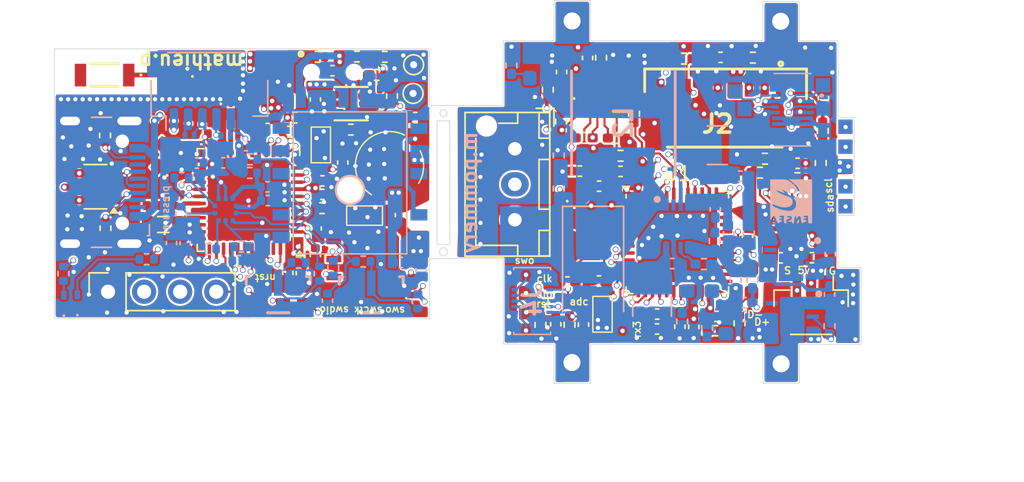
<source format=kicad_pcb>
(kicad_pcb (version 20240108) (generator "pcbnew") (generator_version "8.0")
  (layers (0 "F.Cu" signal) (1 "In1.Cu" signal) (2 "In2.Cu" signal) (3 "In3.Cu" signal) (4 "In4.Cu" signal) (31 "B.Cu" signal) (34 "B.Paste" user) (35 "F.Paste" user) (36 "B.SilkS" user "B.Silkscreen") (37 "F.SilkS" user "F.Silkscreen") (38 "B.Mask" user) (39 "F.Mask" user) (44 "Edge.Cuts" user))
  (net 0 "")
  (net 1 "GND")
  (net 2 "+3.3V")
  (net 3 "NRST")
  (net 4 "Net-(U1-PF1)")
  (net 5 "Net-(U1-PF0)")
  (net 6 "SDDETECT")
  (net 7 "VIN")
  (net 8 "Net-(IC3-COMP)")
  (net 9 "Net-(C26-Pad2)")
  (net 10 "Net-(IC3-FB)")
  (net 11 "+5V")
  (net 12 "Net-(C28-Pad2)")
  (net 13 "ADC1_IN3_VBAT")
  (net 14 "Net-(D2-K)")
  (net 15 "Net-(D3-K)")
  (net 16 "Net-(D3-A)")
  (net 17 "I2C3_SDA_ACCEL")
  (net 18 "Net-(IC1-SAO)")
  (net 21 "I2C3_SCL_ACCEL")
  (net 24 "Net-(IC3-FSW)")
  (net 25 "3.3VEN")
  (net 26 "SPI1_CS_SD")
  (net 27 "SPI1_MISO_SD")
  (net 28 "Net-(J2-G3)")
  (net 31 "SPI1_SCK_SD")
  (net 32 "SPI1_MOSI_SD")
  (net 33 "USART1_RX_GPS")
  (net 34 "USART1_TX_GPS")
  (net 35 "LPUART1_RX_RADIO")
  (net 36 "LPUART1_TX_RADIO")
  (net 37 "SWO")
  (net 38 "SWDIO")
  (net 39 "I2C1_SCL")
  (net 40 "SWCLK{slash}I2C1_SDA")
  (net 41 "TIM3_CHI_PWM4")
  (net 53 "PWEN")
  (net 55 "I2C1_SDA")
  (net 56 "Net-(D1-K)")
  (net 57 "Net-(D4-K)")
  (net 58 "Net-(D5-K)")
  (net 59 "Net-(U3-VDD)")
  (net 60 "Net-(U3-VDDIO)")
  (net 61 "Net-(U3-CSB)")
  (net 62 "BAROEXTI")
  (net 63 "Net-(U3-INT)")
  (net 64 "Net-(U3-SDO)")
  (net 66 "GPIO_EXTI1")
  (net 67 "EXTI3{slash}PWMONTIM4")
  (net 71 "EXTI0")
  (net 72 "unconnected-(U1-PA4-Pad12)")
  (net 73 "unconnected-(U1-PB8-Pad46)")
  (net 74 "Net-(BT1-+)")
  (net 75 "GNDGPS")
  (net 76 "Net-(U1-VFBSMPS)")
  (net 77 "vusb")
  (net 78 "Net-(C3-Pad2)")
  (net 79 "B2")
  (net 80 "B1")
  (net 81 "Net-(U1-NRST)")
  (net 82 "Net-(U1-PH3)")
  (net 83 "Net-(D1-A)")
  (net 84 "Net-(FL1-OUT)")
  (net 85 "Net-(FL1-IN)")
  (net 86 "Net-(IC1-IN)")
  (net 87 "SPI_MOSi")
  (net 88 "SPI_SCK")
  (net 89 "SPI_MISO")
  (net 90 "SPI_CS")
  (net 91 "COMPASSDA")
  (net 92 "COMPASSCL")
  (net 93 "USART_RX")
  (net 94 "USART_TX")
  (net 95 "OLED_SCL")
  (net 96 "OLED_SDA")
  (net 97 "Net-(J4-CC2)")
  (net 98 "Net-(J4-D--PadA7)")
  (net 99 "Net-(J4-D+-PadA6)")
  (net 100 "Net-(J4-CC1)")
  (net 101 "Net-(L1-Pad2)")
  (net 102 "Net-(U1-VLXSMPS)")
  (net 103 "Net-(PA1010D1-RX)")
  (net 107 "Net-(PA1010D1-TX)")
  (net 110 "ALIMGPS")
  (net 111 "Net-(U2-PROG)")
  (net 112 "GPSRX")
  (net 113 "GPSTX")
  (net 114 "Net-(U1-PA4)")
  (net 115 "BAT+")
  (net 116 "SWCLK")
  (net 123 "D+")
  (net 124 "HSE_OUT")
  (net 125 "D-")
  (net 127 "HSE_IN")
  (net 129 "Net-(D2-A)")
  (net 130 "Net-(U1-PB0)")
  (net 131 "Net-(U1-PB1)")
  (net 132 "Net-(IC3-EN)")
  (net 133 "Net-(U5-VDD)")
  (net 135 "Net-(U5-SDO)")
  (net 136 "Net-(U5-CSB)")
  (net 137 "Net-(U5-INT)")
  (net 138 "Net-(S1-NO)")
  (net 139 "Net-(S2-NO)")
  (footprint "Package_TO_SOT_SMD:SOT-23-6" (layer "F.Cu") (at 142.8825 83.12 180)
    (property "Reference" "U4" (hide yes))
    (property "Value" "USBLC6-2SC6" (hide yes))
  )
  (footprint "LED_SMD:LED_0201_0603Metric_Pad0.64x0.40mm_HandSolder" (layer "F.Cu") (at 162.9 76.64 90)
    (property "Reference" "D1" (hide yes))
    (property "Value" "~" (hide yes))
  )
  (footprint "Resistor_SMD:R_0402_1005Metric_Pad0.72x0.64mm_HandSolder" (layer "F.Cu") (at 177.3 79.68 180)
    (property "Reference" "R26" (hide yes))
    (property "Value" "2.2k" (hide yes))
  )
  (footprint "Resistor_SMD:R_0402_1005Metric_Pad0.72x0.64mm_HandSolder" (layer "F.Cu") (at 184.33 74.1)
    (property "Reference" "R8" (hide yes))
    (property "Value" "47k" (hide yes))
  )
  (footprint "Resistor_SMD:R_0402_1005Metric" (layer "F.Cu") (at 143.56 79.51 90)
    (property "Reference" "R15" (hide yes))
    (property "Value" "5.1k" (hide yes))
  )
  (footprint "Resistor_SMD:R_0402_1005Metric_Pad0.72x0.64mm_HandSolder" (layer "F.Cu") (at 178.49 74.03 -90)
    (property "Reference" "R14" (hide yes))
    (property "Value" "10R" (hide yes))
  )
  (footprint "Capacitor_SMD:C_0402_1005Metric" (layer "F.Cu") (at 158.37 76.98 -90)
    (property "Reference" "C4" (hide yes))
    (property "Value" "1u" (hide yes))
  )
  (footprint "KXT3:SW_KXT3" (layer "F.Cu") (at 179.32 94 90)
    (property "Reference" "SW1" (hide yes))
    (property "Value" "RSTBTN" (hide yes))
  )
  (footprint "Connector_JST:JST_SH_BM03B-SRSS-TB_1x03-1MP_P1.00mm_Vertical" (layer "F.Cu") (at 193.28 91.51 180)
    (property "Reference" "U2" (hide yes))
    (property "Value" "~" (hide yes))
  )
  (footprint "Capacitor_SMD:C_0402_1005Metric_Pad0.74x0.62mm_HandSolder" (layer "F.Cu") (at 185.02 92.99 90)
    (property "Reference" "C7" (hide yes))
    (property "Value" "10n" (hide yes))
  )
  (footprint "Resistor_SMD:R_0402_1005Metric" (layer "F.Cu") (at 163.26 73.97)
    (property "Reference" "R18" (hide yes))
    (property "Value" "50k" (hide yes))
  )
  (footprint "crystal:MCSJK7U1200101080B10" (layer "F.Cu") (at 176.96 86.49 -90)
    (property "Reference" "Y1" (hide yes))
    (property "Value" "Crystal_GND24_Small" (hide yes))
  )
  (footprint "Capacitor_SMD:C_0402_1005Metric_Pad0.74x0.62mm_HandSolder" (layer "F.Cu") (at 178.34 89.76)
    (property "Reference" "C2" (hide yes))
    (property "Value" "0.1u" (hide yes))
  )
  (footprint "Capacitor_SMD:C_0402_1005Metric" (layer "F.Cu") (at 158.86 83.66 180)
    (property "Reference" "C16" (hide yes))
    (property "Value" "1u" (hide yes))
  )
  (footprint "custom_testpoint:TestPoint_Pad_1.0x1.0mm" (layer "F.Cu") (at 157.58 91.44 180)
    (property "Reference" "REF**" (hide yes))
    (property "Value" "TestPoint_Pad_1.0x1.0mm" (hide yes))
  )
  (footprint "Capacitor_SMD:C_0402_1005Metric_Pad0.74x0.62mm_HandSolder" (layer "F.Cu") (at 179.86 82.04)
    (property "Reference" "C6" (hide yes))
    (property "Value" "100n" (hide yes))
  )
  (footprint "KXT3:SW_KXT3" (layer "F.Cu") (at 159.935 85.885)
    (property "Reference" "SW4" (hide yes))
    (property "Value" "boot" (hide yes))
  )
  (footprint "Capacitor_SMD:C_0402_1005Metric_Pad0.74x0.62mm_HandSolder" (layer "F.Cu") (at 176.12 89.83 180)
    (property "Reference" "C12" (hide yes))
    (property "Value" "16p" (hide yes))
  )
  (footprint "TestPoint:TestPoint_THTPad_D1.0mm_Drill0.5mm" (layer "F.Cu") (at 165.29 74.53 180)
    (property "Reference" "TP1" (hide yes))
    (property "Value" "bat-" (hide yes))
  )
  (footprint "Resistor_SMD:R_0402_1005Metric" (layer "F.Cu") (at 163.77 76.73 90)
    (property "Reference" "R6" (hide yes))
    (property "Value" "470k" (hide yes))
  )
  (footprint "" (layer "F.Cu") (at 180.02 93.35)
    (property "Reference" "")
    (property "Value" "")
  )
  (footprint "Resistor_SMD:R_0402_1005Metric_Pad0.72x0.64mm_HandSolder" (layer "F.Cu") (at 179.57 79.69)
    (property "Reference" "R25" (hide yes))
    (property "Value" "10k" (hide yes))
  )
  (footprint "Resistor_SMD:R_0402_1005Metric_Pad0.72x0.64mm_HandSolder" (layer "F.Cu") (at 174.74 76.29 90)
    (property "Reference" "R13" (hide yes))
    (property "Value" "10R" (hide yes))
  )
  (footprint "ltc4065:DFN-6_DC_LIT" (layer "F.Cu") (at 160.889999 77.270001 180)
    (property "Reference" "U2" (hide yes))
    (property "Value" "LTC4065AEDC")
  )
  (footprint "Capacitor_SMD:C_0402_1005Metric" (layer "F.Cu") (at 156.43 89.19 90)
    (property "Reference" "C21" (hide yes))
    (property "Value" "100n" (hide yes))
  )
  (footprint "" (layer "F.Cu") (at 173.140075 90.61)
    (property "Reference" "")
    (property "Value" "")
  )
  (footprint "Capacitor_SMD:C_0402_1005Metric_Pad0.74x0.62mm_HandSolder" (layer "F.Cu") (at 182.43 93.14)
    (property "Reference" "C10" (hide yes))
    (property "Value" "1u" (hide yes))
  )
  (footprint "Resistor_SMD:R_0402_1005Metric" (layer "F.Cu") (at 161.3 73.95)
    (property "Reference" "R5" (hide yes))
    (property "Value" "510R" (hide yes))
  )
  (footprint "Capacitor_SMD:C_0402_1005Metric" (layer "F.Cu") (at 158.87 82.71 180)
    (property "Reference" "C15" (hide yes))
    (property "Value" "10n" (hide yes))
  )
  (footprint "" (layer "F.Cu") (at 194.18 79.14)
    (property "Reference" "")
    (property "Value" "")
  )
  (footprint "w25q128:SON127P600X500X80-9N-D" (layer "F.Cu") (at 162.52 88.845)
    (property "Reference" "IC2" (hide yes))
    (property "Value" "W25Q128JVPIQ_TR" (hide yes))
  )
  (footprint "" (layer "F.Cu") (at 195.7 80.3)
    (property "Reference" "7" (hide yes))
    (property "Value" "")
  )
  (footprint "" (layer "F.Cu") (at 179.99 92.09)
    (property "Reference" "")
    (property "Value" "")
  )
  (footprint "Capacitor_SMD:C_0402_1005Metric_Pad0.74x0.62mm_HandSolder" (layer "F.Cu") (at 191.137 88.132)
    (property "Reference" "C1" (hide yes))
    (property "Value" "100n" (hide yes))
  )
  (footprint "" (layer "F.Cu") (at 195.7 78.9)
    (property "Reference" "8" (hide yes))
    (property "Value" "")
  )
  (footprint "" (layer "F.Cu") (at 195.7 84.5)
    (property "Reference" "4" (hide yes))
    (property "Value" "")
  )
  (footprint "Inductor_SMD:L_0805_2012Metric" (layer "F.Cu") (at 147.66 85.78 180)
    (property "Reference" "L1" (hide yes))
    (property "Value" "2.2u" (hide yes))
  )
  (footprint "Resistor_SMD:R_0402_1005Metric_Pad0.72x0.64mm_HandSolder" (layer "F.Cu") (at 189.68 82.13)
    (property "Reference" "R2" (hide yes))
    (property "Value" "10k" (hide yes))
  )
  (footprint "Resistor_SMD:R_0402_1005Metric" (layer "F.Cu") (at 156.57 79.24 180)
    (property "Reference" "R12" (hide yes))
    (property "Value" "470R" (hide yes))
  )
  (footprint "Capacitor_SMD:C_0402_1005Metric_Pad0.74x0.62mm_HandSolder" (layer "F.Cu") (at 186.9 74.01 180)
    (property "Reference" "C16" (hide yes))
    (property "Value" "100n" (hide yes))
  )
  (footprint "Resistor_SMD:R_0402_1005Metric_Pad0.72x0.64mm_HandSolder" (layer "F.Cu") (at 179.86 80.94 180)
    (property "Reference" "R23" (hide yes))
    (property "Value" "10k" (hide yes))
  )
  (footprint "custom hole:LED_0603_1608Metric_Pad1.05x0.95mm_HandSolder" (layer "F.Cu") (at 189.08 89.74 90)
    (property "Reference" "D3" (hide yes))
    (property "Value" "LED" (hide yes))
  )
  (footprint "Capacitor_SMD:C_0402_1005Metric_Pad0.74x0.62mm_HandSolder" (layer "F.Cu") (at 184.04 92.98 90)
    (property "Reference" "C8" (hide yes))
    (property "Value" "1u" (hide yes))
  )
  (footprint "" (layer "F.Cu") (at 194.15 77.61)
    (property "Reference" "")
    (property "Value" "")
  )
  (footprint "Capacitor_SMD:C_0402_1005Metric" (layer "F.Cu") (at 158.37 87.93 -90)
    (property "Reference" "C6" (hide yes))
    (property "Value" "10n" (hide yes))
  )
  (footprint "Resistor_SMD:R_0402_1005Metric_Pad0.72x0.64mm_HandSolder" (layer "F.Cu") (at 194.1 79.19 -90)
    (property "Reference" "R5" (hide yes))
    (property "Value" "10k" (hide yes))
  )
  (footprint "Capacitor_SMD:C_0402_1005Metric_Pad0.74x0.62mm_HandSolder" (layer "F.Cu") (at 175.3 92.81 90)
    (property "Reference" "C22" (hide yes))
    (property "Value" "100n" (hide yes))
  )
  (footprint "Resistor_SMD:R_0402_1005Metric" (layer "F.Cu") (at 143.59 86.04 -90)
    (property "Reference" "R14" (hide yes))
    (property "Value" "5.1k" (hide yes))
  )
  (footprint "LFCN2400D:DLF162500LT5028A1" (layer "F.Cu") (at 148.463 75.25 180)
    (property "Reference" "FL1" (hide yes))
    (property "Value" "LFCN-2400D" (hide yes))
  )
  (footprint "Resistor_SMD:R_0402_1005Metric_Pad0.72x0.64mm_HandSolder" (layer "F.Cu") (at 192.317 82.522 180)
    (property "Reference" "R9" (hide yes))
    (property "Value" "47k" (hide yes))
  )
  (footprint "Capacitor_SMD:C_0402_1005Metric_Pad0.74x0.62mm_HandSolder" (layer "F.Cu") (at 194.15 76.89 90)
    (property "Reference" "C15" (hide yes))
    (property "Value" "4.7u" (hide yes))
  )
  (footprint "Capacitor_SMD:C_0402_1005Metric" (layer "F.Cu") (at 160.3 81.42 -90)
    (property "Reference" "C17" (hide yes))
    (property "Value" "0.1u" (hide yes))
  )
  (footprint "Resistor_SMD:R_0402_1005Metric_Pad0.72x0.64mm_HandSolder" (layer "F.Cu") (at 174.22 92.85 90)
    (property "Reference" "R28" (hide yes))
    (property "Value" "10k" (hide yes))
  )
  (footprint "Capacitor_SMD:C_0402_1005Metric_Pad0.74x0.62mm_HandSolder" (layer "F.Cu") (at 175.71 75.04 90)
    (property "Reference" "C31" (hide yes))
    (property "Value" "100n" (hide yes))
  )
  (footprint "Capacitor_SMD:C_0402_1005Metric_Pad0.74x0.62mm_HandSolder" (layer "F.Cu") (at 177.54 74.05 90)
    (property "Reference" "C23" (hide yes))
    (property "Value" "100n" (hide yes))
  )
  (footprint "" (layer "F.Cu") (at 195.7 83.1)
    (property "Reference" "5" (hide yes))
    (property "Value" "")
  )
  (footprint "custom hole:mountinghole1.2mm" (layer "F.Cu") (at 176.44 95.5)
    (property "Reference" "H1" (hide yes))
    (property "Value" "MountingHole_Pad" (hide yes))
  )
  (footprint "Resistor_SMD:R_0402_1005Metric" (layer "F.Cu") (at 158.52 73.97 180)
    (property "Reference" "R4" (hide yes))
    (property "Value" "1R" (hide yes))
  )
  (footprint "custom hole:JST_XH_B3B-XH-AM_1x03_P2.50mm_Vertical" (layer "F.Cu") (at 172.42 80.45 -90)
    (property "Reference" "J1" (hide yes))
    (property "Value" "battery connector" (hide yes))
  )
  (footprint "Package_DFN_QFN:QFN-48-1EP_7x7mm_P0.5mm_EP5.6x5.6mm" (layer "F.Cu") (at 153.6575 84.05 180)
    (property "Reference" "U1" (hide yes))
    (property "Value" "STM32WB55CGUx" (hide yes))
  )
  (footprint "" (layer "F.Cu") (at 173.29 91.96)
    (property "Reference" "")
    (property "Value" "")
  )
  (footprint "Resistor_SMD:R_0402_1005Metric" (layer "F.Cu") (at 156.92 78.25)
    (property "Reference" "R11" (hide yes))
    (property "Value" "470R" (hide yes))
  )
  (footprint "TestPoint:TestPoint_THTPad_D1.0mm_Drill0.5mm" (layer "F.Cu") (at 165.25 76.55 180)
    (property "Reference" "TP2" (hide yes))
    (property "Value" "bat+" (hide yes))
  )
  (footprint "custom_testpoint:TestPoint_Pad_1.0x1.0mm" (layer "F.Cu") (at 156.09 91.47 180)
    (property "Reference" "REF**" (hide yes))
    (property "Value" "TestPoint_Pad_1.0x1.0mm" (hide yes))
  )
  (footprint "Capacitor_SMD:C_0402_1005Metric_Pad0.74x0.62mm_HandSolder" (layer "F.Cu") (at 186.59 93.26)
    (property "Reference" "C11" (hide yes))
    (property "Value" "4.7u" (hide yes))
  )
  (footprint "micro sd:47309-2651" (layer "F.Cu") (at 187.26 74.83)
    (property "Reference" "J2")
    (property "Value" "47309-2651" (hide yes))
  )
  (footprint "MLPFWB01E3:MLPFWB01E3" (layer "F.Cu") (at 152.66 77.933)
    (property "Reference" "IC1" (hide yes))
    (property "Value" "MLPF-WB-01E3" (hide yes))
  )
  (footprint "Capacitor_SMD:C_0402_1005Metric" (layer "F.Cu") (at 148.42 83.97 -90)
    (property "Reference" "C1" (hide yes))
    (property "Value" "4.7u" (hide yes))
  )
  (footprint "BMP581:BMP581" (layer "F.Cu") (at 178.23 77.16)
    (property "Reference" "U3" (hide yes))
    (property "Value" "BMP581" (hide yes))
  )
  (footprint "" (layer "F.Cu") (at 195.7 81.7)
    (property "Reference" "6" (hide yes))
    (property "Value" "")
  )
  (footprint "Inductor_SMD:L_0402_1005Metric" (layer "F.Cu") (at 146.98 84.45)
    (property "Reference" "L2" (hide yes))
    (property "Value" "10n" (hide yes))
  )
  (footprint "Resistor_SMD:R_0402_1005Metric_Pad0.72x0.64mm_HandSolder" (layer "F.Cu") (at 175.67 78.53 -90)
    (property "Reference" "R27" (hide yes))
    (property "Value" "2.2k" (hide yes))
  )
  (footprint "" (layer "F.Cu") (at 188.59 77.65)
    (property "Reference" "")
    (property "Value" "")
  )
  (footprint "" (layer "F.Cu") (at 187.96 76.43)
    (property "Reference" "")
    (property "Value" "")
  )
  (footprint "MS414:MS421R-IV03E" (layer "F.Cu") (at 162.49 84.04)
    (property "Reference" "BT1" (hide yes))
    (property "Value" "ML414S" (hide yes))
  )
  (footprint "Resistor_SMD:R_0402_1005Metric_Pad0.72x0.64mm_HandSolder" (layer "F.Cu") (at 180.81 77.98 -90)
    (property "Reference" "R24" (hide yes))
    (property "Value" "0R" (hide yes))
  )
  (footprint "Resistor_SMD:R_0402_1005Metric" (layer "F.Cu") (at 160.87 79.1 180)
    (property "Reference" "R3" (hide yes))
    (property "Value" "20k" (hide yes))
  )
  (footprint "Capacitor_SMD:C_0402_1005Metric" (layer "F.Cu") (at 165.41 78.25 180)
    (property "Reference" "C8" (hide yes))
    (property "Value" "1u" (hide yes))
  )
  (footprint "Resistor_SMD:R_0402_1005Metric_Pad0.72x0.64mm_HandSolder" (layer "F.Cu") (at 193.96 81.45 -90)
    (property "Reference" "R6" (hide yes))
    (property "Value" "10k" (hide yes))
  )
  (footprint "custom hole:mountinghole1.2mm" (layer "F.Cu") (at 191.17 95.59)
    (property "Reference" "H2" (hide yes))
    (property "Value" "MountingHole_Pad" (hide yes))
  )
  (footprint "Capacitor_SMD:C_0402_1005Metric_Pad0.74x0.62mm_HandSolder" (layer "F.Cu") (at 188.8 86.57 90)
    (property "Reference" "C4" (hide yes))
    (property "Value" "100n" (hide yes))
  )
  (footprint "custom hole:mountinghole1.2mm" (layer "F.Cu") (at 191.14 71.47)
    (property "Reference" "H4" (hide yes))
    (property "Value" "MountingHole_Pad" (hide yes))
  )
  (footprint "Capacitor_SMD:C_0402_1005Metric" (layer "F.Cu") (at 150.32 79.39)
    (property "Reference" "C23" (hide yes))
    (property "Value" "100p" (hide yes))
  )
  (footprint "Resistor_SMD:R_0402_1005Metric" (layer "F.Cu") (at 158.84 84.63)
    (property "Reference" "R16" (hide yes))
    (property "Value" "10k" (hide yes))
  )
  (footprint "custom_testpoint:TestPoint_Pad_1.0x1.0mm" (layer "F.Cu") (at 154.51 91.46 180)
    (property "Reference" "REF**" (hide yes))
    (property "Value" "TestPoint_Pad_1.0x1.0mm" (hide yes))
  )
  (footprint "antennesmd:74889302450" (layer "F.Cu") (at 143.53 75.26 180)
    (property "Reference" "ANT1" (hide yes))
    (property "Value" "74889302450" (hide yes))
  )
  (footprint "Capacitor_SMD:C_0402_1005Metric" (layer "F.Cu") (at 158.43 86.06 90)
    (property "Reference" "C18" (hide yes))
    (property "Value" "10n" (hide yes))
  )
  (footprint "Capacitor_SMD:C_0402_1005Metric_Pad0.74x0.62mm_HandSolder" (layer "F.Cu") (at 193.34 88.12 180)
    (property "Reference" "C17" (hide yes))
    (property "Value" "10u" (hide yes))
  )
  (footprint "Capacitor_SMD:C_0402_1005Metric_Pad0.74x0.62mm_HandSolder" (layer "F.Cu") (at 182.44 92.09)
    (property "Reference" "C9" (hide yes))
    (property "Value" "100n" (hide yes))
  )
  (footprint "Package_DFN_QFN:QFN-48-1EP_7x7mm_P0.5mm_EP5.6x5.6mm" (layer "F.Cu") (at 183.86 87.0375)
    (property "Reference" "U1")
    (property "Value" "STM32G431CBUx" (hide yes))
  )
  (footprint "Capacitor_SMD:C_0402_1005Metric_Pad0.74x0.62mm_HandSolder" (layer "F.Cu") (at 177 82.02 180)
    (property "Reference" "C30" (hide yes))
    (property "Value" "100n" (hide yes))
  )
  (footprint "Capacitor_SMD:C_0402_1005Metric_Pad0.74x0.62mm_HandSolder" (layer "F.Cu") (at 177.25 92.83 90)
    (property "Reference" "C3" (hide yes))
    (property "Value" "100n" (hide yes))
  )
  (footprint "Capacitor_SMD:C_0402_1005Metric_Pad0.74x0.62mm_HandSolder" (layer "F.Cu") (at 178.35 83.08 180)
    (property "Reference" "C13" (hide yes))
    (property "Value" "16p" (hide yes))
  )
  (footprint "Capacitor_SMD:C_0402_1005Metric" (layer "F.Cu") (at 164.36 85.12 90)
    (property "Reference" "C9" (hide yes))
    (property "Value" "0.1u" (hide yes))
  )
  (footprint "ldo40pury:SON95P300X300X90-7N-D" (layer "F.Cu") (at 155.76 75.65 -90)
    (property "Reference" "IC3" (hide yes))
    (property "Value" "LDO40LPU33RY" (hide yes))
  )
  (footprint "Resistor_SMD:R_0402_1005Metric_Pad0.72x0.64mm_HandSolder" (layer "F.Cu") (at 176.27 92.8375 90)
    (property "Reference" "R12" (hide yes))
    (property "Value" "10k" (hide yes))
  )
  (footprint "custom hole:mountinghole1.2mm" (layer "F.Cu") (at 176.45 71.45)
    (property "Reference" "H3" (hide yes))
    (property "Value" "MountingHole_Pad" (hide yes))
  )
  (footprint "Resistor_SMD:R_0402_1005Metric" (layer "F.Cu") (at 162.69 75.25)
    (property "Reference" "R17" (hide yes))
    (property "Value" "50k" (hide yes))
  )
  (footprint "Resistor_SMD:R_0402_1005Metric_Pad0.72x0.64mm_HandSolder" (layer "F.Cu") (at 188.24 92.74 90)
    (property "Reference" "R20" (hide yes))
    (property "Value" "1.1k" (hide yes))
  )
  (footprint "Capacitor_SMD:C_0402_1005Metric_Pad0.74x0.62mm_HandSolder" (layer "F.Cu") (at 186.62 92.25 180)
    (property "Reference" "C5" (hide yes))
    (property "Value" "100n" (hide yes))
  )
  (footprint "" (layer "F.Cu") (at 173.18 93.25)
    (property "Reference" "")
    (property "Value" "")
  )
  (footprint "2N7002KQBZ:2N7002KQB" (layer "F.Cu") (at 162.76 77.9 -90)
    (property "Reference" "Q1" (hide yes))
    (property "Value" "2N7002K" (hide yes))
  )
  (footprint "Capacitor_SMD:C_0402_1005Metric_Pad0.74x0.62mm_HandSolder" (layer "F.Cu") (at 192.33 81.47 180)
    (property "Reference" "C14" (hide yes))
    (property "Value" "10n" (hide yes))
  )
  (footprint "Connector_PinSocket_2.54mm:PinSocket_1x04_P2.54mm_Vertical" (layer "F.Cu") (at 143.77 90.515 90)
    (property "Reference" "J3" (hide yes))
    (property "Value" "OLED" (hide yes))
  )
  (footprint "Resistor_SMD:R_0402_1005Metric_Pad0.72x0.64mm_HandSolder" (layer "F.Cu") (at 190.03 81.15 180)
    (property "Reference" "R10" (hide yes))
    (property "Value" "47k" (hide yes))
  )
  (footprint "Capacitor_SMD:C_0402_1005Metric" (layer "F.Cu") (at 159.57 74.95 180)
    (property "Reference" "C3" (hide yes))
    (property "Value" "1u" (hide yes))
  )
  (footprint "KXT3:SW_KXT3" (layer "F.Cu") (at 158.025 78.275 -90)
    (property "Reference" "SW5" (hide yes))
    (property "Value" "RSTBTN" (hide yes))
  )
  (footprint "WSEN ISDS:2536030320001" (layer "F.Cu") (at 191.937 85.33)
    (property "Reference" "IC1" (hide yes))
    (property "Value" "2536030320001" (hide yes))
  )
  (footprint "Resistor_SMD:R_0402_1005Metric_Pad0.72x0.64mm_HandSolder" (layer "F.Cu") (at 189.18 74.03)
    (property "Reference" "R7" (hide yes))
    (property "Value" "47k" (hide yes))
  )
  (footprint "Capacitor_SMD:C_0402_1005Metric" (layer "F.Cu") (at 157.38 89.21 90)
    (property "Reference" "C26" (hide yes))
    (property "Value" "100n" (hide yes))
  )
  (footprint "crystal 32Mhz:830069494" (layer "F.Cu") (at 147.43 80.92 45)
    (property "Reference" "Y1" (hide yes))
    (property "Value" "Crystal_GND24" (hide yes))
  )
  (footprint "" (layer "F.Cu") (at 173.15 89.32)
    (property "Reference" "")
    (property "Value" "")
  )
  (footprint "Capacitor_SMD:C_0402_1005Metric" (layer "F.Cu") (at 155.01 78.3 180)
    (property "Reference" "C5" (hide yes))
    (property "Value" "1u" (hide yes))
  )
  (footprint "Capacitor_SMD:C_0402_1005Metric_Pad0.74x0.62mm_HandSolder" (layer "B.Cu") (at 194.63 87.87 90)
    (property "Reference" "C19" (hide yes))
    (property "Value" "1u" (hide yes))
  )
  (footprint "Resistor_SMD:R_0402_1005Metric" (layer "B.Cu") (at 161.74 88.39 180)
    (property "Reference" "R10" (hide yes))
    (property "Value" "10k" (hide yes))
  )
  (footprint "Capacitor_SMD:C_0402_1005Metric_Pad0.74x0.62mm_HandSolder" (layer "B.Cu") (at 188.5775 92.25 180)
    (property "Reference" "C21" (hide yes))
    (property "Value" "1u" (hide yes))
  )
  (footprint "Resistor_SMD:R_0402_1005Metric_Pad0.72x0.64mm_HandSolder" (layer "B.Cu") (at 186.5 86.95 -90)
    (property "Reference" "R16" (hide yes))
    (property "Value" "3.3k" (hide yes))
  )
  (footprint "Capacitor_SMD:C_0402_1005Metric_Pad0.74x0.62mm_HandSolder" (layer "B.Cu") (at 187.48 86.41 -90)
    (property "Reference" "C27" (hide yes))
    (property "Value" "220p" (hide yes))
  )
  (footprint "" (layer "B.Cu") (at 194.12 75.98 180)
    (property "Reference" "")
    (property "Value" "")
  )
  (footprint "Capacitor_SMD:C_0402_1005Metric" (layer "B.Cu") (at 151.89 81.44)
    (property "Reference" "C12" (hide yes))
    (property "Value" "4.7u" (hide yes))
  )
  (footprint "Capacitor_SMD:C_0402_1005Metric" (layer "B.Cu") (at 164.39 88.46 180)
    (property "Reference" "C10" (hide yes))
    (property "Value" "1u" (hide yes))
  )
  (footprint "Resistor_SMD:R_0402_1005Metric_Pad0.72x0.64mm_HandSolder" (layer "B.Cu") (at 185.73 88.57)
    (property "Reference" "R15" (hide yes))
    (property "Value" "220k" (hide yes))
  )
  (footprint "pts845:PTS845VM20PSMTR4LFS" (layer "B.Cu") (at 162.305 90.735 180)
    (property "Reference" "S1" (hide yes))
    (property "Value" "PTS845VM20PSMTR4_LFS" (hide yes))
  )
  (footprint "inductance wurth:INDPM7373X340N" (layer "B.Cu") (at 180.06 78.62 90)
    (property "Reference" "L2")
    (property "Value" "22u" (hide yes))
  )
  (footprint "Resistor_SMD:R_0402_1005Metric" (layer "B.Cu") (at 165.58 91.19 -90)
    (property "Reference" "R7" (hide yes))
    (property "Value" "10k" (hide yes))
  )
  (footprint "Resistor_SMD:R_0402_1005Metric" (layer "B.Cu") (at 140.63 89.24 -90)
    (property "Reference" "R1" (hide yes))
    (property "Value" "510R" (hide yes))
  )
  (footprint "PA1010D:PA1010D" (layer "B.Cu") (at 155.81 77.85)
    (property "Reference" "PA1010D1" (hide yes))
    (property "Value" "PA1010D" (hide yes))
  )
  (footprint "Capacitor_SMD:C_1210_3225Metric_Pad1.33x2.70mm_HandSolder" (layer "B.Cu") (at 186.68 80.2)
    (property "Reference" "C29" (hide yes))
    (property "Value" "22u" (hide yes))
  )
  (footprint "Capacitor_SMD:C_0402_1005Metric_Pad0.74x0.62mm_HandSolder" (layer "B.Cu") (at 188.29 82.38)
    (property "Reference" "C28" (hide yes))
    (property "Value" "3.3n" (hide yes))
  )
  (footprint "Resistor_SMD:R_0402_1005Metric_Pad0.72x0.64mm_HandSolder" (layer "B.Cu") (at 184.2 92.61 90)
    (property "Reference" "R11" (hide yes))
    (property "Value" "1k" (hide yes))
  )
  (footprint "Capacitor_SMD:C_0402_1005Metric" (layer "B.Cu") (at 159.22 91.14 -90)
    (property "Reference" "C7" (hide yes))
    (property "Value" "10n" (hide yes))
  )
  (footprint "Connector_JST:JST_SH_SM06B-SRSS-TB_1x06-1MP_P1.00mm_Horizontal" (layer "B.Cu") (at 150.91 76.36)
    (property "Reference" "J1" (hide yes))
    (property "Value" "SM06B-SRSS-TB" (hide yes))
  )
  (footprint "5035481222:5035481222" (layer "B.Cu") (at 191.975 77.7 -90)
    (property "Reference" "J5" (hide yes))
    (property "Value" "503548-1222" (hide yes))
  )
  (footprint "" (layer "B.Cu") (at 195.7 83.1 180)
    (property "Reference" "")
    (property "Value" "")
  )
  (footprint "Capacitor_SMD:C_0402_1005Metric" (layer "B.Cu") (at 153 88.33 180)
    (property "Reference" "C2" (hide yes))
    (property "Value" "100n" (hide yes))
  )
  (footprint "Capacitor_SMD:C_0402_1005Metric_Pad0.74x0.62mm_HandSolder" (layer "B.Cu") (at 183.5 88.53)
    (property "Reference" "C25" (hide yes))
    (property "Value" "470n" (hide yes))
  )
  (footprint "MMBZ33VBQBZ:BC847BQBZ" (layer "B.Cu") (at 152.05 80.07 180)
    (property "Reference" "D4" (hide yes))
    (property "Value" "MMBZ33VB-QBZ" (hide yes))
  )
  (footprint "ldo40pury:SON95P300X300X90-7N-D" (layer "B.Cu") (at 191.95 92.27 180)
    (property "Reference" "IC5" (hide yes))
    (property "Value" "LDO40LPU33RY" (hide yes))
  )
  (footprint "Resistor_SMD:R_0402_1005Metric_Pad0.72x0.64mm_HandSolder" (layer "B.Cu") (at 175.51 80.93 -90)
    (property "Reference" "R22" (hide yes))
    (property "Value" "10k" (hide yes))
  )
  (footprint "Resistor_SMD:R_0402_1005Metric" (layer "B.Cu") (at 148.95 82.5 180)
    (property "Reference" "R25" (hide yes))
    (property "Value" "0R" (hide yes))
  )
  (footprint "Resistor_SMD:R_0402_1005Metric" (layer "B.Cu") (at 146.49 88.23 180)
    (property "Reference" "R2" (hide yes))
    (property "Value" "510R" (hide yes))
  )
  (footprint "Resistor_SMD:R_0402_1005Metric_Pad0.72x0.64mm_HandSolder" (layer "B.Cu") (at 185.96 93.0675 -90)
    (property "Reference" "R4" (hide yes))
    (property "Value" "1k" (hide yes))
  )
  (footprint "custom hole:LED_0603_1608Metric_Pad1.05x0.95mm_HandSolder" (layer "B.Cu") (at 173.47 74.6 90)
    (property "Reference" "D1" (hide yes))
    (property "Value" "LED" (hide yes))
  )
  (footprint "Capacitor_SMD:C_0402_1005Metric" (layer "B.Cu") (at 155 83.13)
    (property "Reference" "C14" (hide yes))
    (property "Value" "100n" (hide yes))
  )
  (footprint "Capacitor_SMD:C_1210_3225Metric_Pad1.33x2.70mm_HandSolder" (layer "B.Cu") (at 182.08 91.53 -90)
    (property "Reference" "C24" (hide yes))
    (property "Value" "10u" (hide yes))
  )
  (footprint "Resistor_SMD:R_0402_1005Metric" (layer "B.Cu") (at 153.77 81.19)
    (property "Reference" "R20" (hide yes))
    (property "Value" "2.2k" (hide yes))
  )
  (footprint "Resistor_SMD:R_0402_1005Metric" (layer "B.Cu") (at 153.75 82.15)
    (property "Reference" "R19" (hide yes))
    (property "Value" "10R" (hide yes))
  )
  (footprint "Resistor_SMD:R_0402_1005Metric_Pad0.72x0.64mm_HandSolder" (layer "B.Cu") (at 172.18 74.58 -90)
    (property "Reference" "R3" (hide yes))
    (property "Value" "200R" (hide yes))
  )
  (footprint "logo ensea:logo ensea" (layer "B.Cu") (at 191.85 84.1 180)
    (property "Reference" "G***" (hide yes))
    (property "Value" "LOGO" (hide yes))
  )
  (footprint "Resistor_SMD:R_0402_1005Metric" (layer "B.Cu") (at 157.19 88.47 180)
    (property "Reference" "R8" (hide yes))
    (property "Value" "10k" (hide yes))
  )
  (footprint "" (layer "B.Cu") (at 195.7 84.5 180)
    (property "Reference" "")
    (property "Value" "")
  )
  (footprint "Capacitor_SMD:C_0402_1005Metric" (layer "B.Cu") (at 150.03 81.45)
    (property "Reference" "C13" (hide yes))
    (property "Value" "100n" (hide yes))
  )
  (footprint "Resistor_SMD:R_0402_1005Metric" (layer "B.Cu") (at 159.63 88.85 -90)
    (property "Reference" "R13" (hide yes))
    (property "Value" "10k" (hide yes))
  )
  (footprint "USBCWURTH:USBC-WURTH" (layer "B.Cu") (at 142.17 82.81 90)
    (property "Reference" "J4" (hide yes))
    (property "Value" "USB_C_Receptacle_USB2.0_14P" (hide yes))
  )
  (footprint "Resistor_SMD:R_0402_1005Metric" (layer "B.Cu") (at 153.16 87.34 180)
    (property "Reference" "R23" (hide yes))
    (property "Value" "2.2k" (hide yes))
  )
  (footprint "" (layer "B.Cu") (at 195.7 80.3 180)
    (property "Reference" "7" (hide yes))
    (property "Value" "")
  )
  (footprint "Capacitor_SMD:C_0402_1005Metric" (layer "B.Cu") (at 148.24 87.08 90)
    (property "Reference" "C24" (hide yes))
    (property "Value" "4.7u" (hide yes))
  )
  (footprint "" (layer "B.Cu") (at 195.7 78.89 180)
    (property "Reference" "")
    (property "Value" "")
  )
  (footprint "" (layer "B.Cu") (at 195.7 81.69 180)
    (property "Reference" "")
    (property "Value" "")
  )
  (footprint "Capacitor_SMD:C_0402_1005Metric" (layer "B.Cu") (at 149.2 87.09 90)
    (property "Reference" "C22" (hide yes))
    (property "Value" "100n" (hide yes))
  )
  (footprint "Capacitor_SMD:C_0402_1005Metric_Pad0.74x0.62mm_HandSolder" (layer "B.Cu") (at 194.58 90.7 -90)
    (property "Reference" "C20" (hide yes))
    (property "Value" "1u" (hide yes))
  )
  (footprint "LED_SMD:LED_0201_0603Metric_Pad0.64x0.40mm_HandSolder" (layer "B.Cu") (at 140.66 91.16 90)
    (property "Reference" "D2" (hide yes))
    (property "Value" "~" (hide yes))
  )
  (footprint "pts845:PTS845VM20PSMTR4LFS" (layer "B.Cu") (at 155.75 90.72 180)
    (property "Reference" "S2" (hide yes))
    (property "Value" "PTS845VM20PSMTR4_LFS" (hide yes))
  )
  (footprint "Resistor_SMD:R_0402_1005Metric_Pad0.72x0.64mm_HandSolder" (layer "B.Cu") (at 187.97 89.66 -90)
    (property "Reference" "R19" (hide yes))
    (property "Value" "1.1k" (hide yes))
  )
  (footprint "Resistor_SMD:R_0402_1005Metric_Pad0.72x0.64mm_HandSolder" (layer "B.Cu") (at 175.51 83.2475 -90)
    (property "Reference" "R21" (hide yes))
    (property "Value" "20k" (hide yes))
  )
  (footprint "ldo40pury:SON95P300X300X90-7N-D" (layer "B.Cu") (at 191.86 88.52 180)
    (property "Reference" "IC2" (hide yes))
    (property "Value" "LDO40LPU33RY" (hide yes))
  )
  (footprint "Capacitor_SMD:C_0402_1005Metric_Pad0.74x0.62mm_HandSolder" (layer "B.Cu") (at 186.53 84.72 -90)
    (property "Reference" "C26" (hide yes))
    (property "Value" "22n" (hide yes))
  )
  (footprint "Resistor_SMD:R_0402_1005Metric" (layer "B.Cu") (at 150.87 87.51 180)
    (property "Reference" "R22" (hide yes))
    (property "Value" "10k" (hide yes))
  )
  (footprint "Capacitor_SMD:C_0402_1005Metric_Pad0.74x0.62mm_HandSolder" (layer "B.Cu") (at 188.58 91.28 180)
    (property "Reference" "C18" (hide yes))
    (property "Value" "1u" (hide yes))
  )
  (footprint "Capacitor_SMD:C_0402_1005Metric" (layer "B.Cu") (at 155.02 84.1)
    (property "Reference" "C19" (hide yes))
    (property "Value" "100n" (hide yes))
  )
  (footprint "BMP581:BMP581" (layer "B.Cu") (at 152.05 84.73 180)
    (property "Reference" "U5" (hide yes))
    (property "Value" "BMP581" (hide yes))
  )
  (footprint "custom hole:LED_0603_1608Metric_Pad1.05x0.95mm_HandSolder" (layer "B.Cu") (at 185.425 90.47)
    (property "Reference" "D5" (hide yes))
    (property "Value" "LED" (hide yes))
  )
  (footprint "Resistor_SMD:R_0402_1005Metric_Pad0.72x0.64mm_HandSolder" (layer "B.Cu") (at 188.89 86.42 -90)
    (property "Reference" "R17" (hide yes))
    (property "Value" "200R" (hide yes))
  )
  (footprint "Diode_SMD:D_SMB_Handsoldering" (layer "B.Cu") (at 177.93 89.21 -90)
    (property "Reference" "D2" (hide yes))
    (property "Value" "STPS3L40" (hide yes))
  )
  (footprint "5035481022:5035481022" (layer "B.Cu") (at 173.635 91.17 90)
    (property "Reference" "J4")
    (property "Value" "503548-1022" (hide yes))
  )
  (footprint "SW_PCM:SW_PCM" (layer "B.Cu") (at 155.445 73.6975)
    (property "Reference" "SW1" (hide yes))
    (property "Value" "Int" (hide yes))
  )
  (footprint "Resistor_SMD:R_0402_1005Metric_Pad0.72x0.64mm_HandSolder" (layer "B.Cu") (at 194.58 92.94 90)
    (property "Reference" "R1" (hide yes))
    (property "Value" "100k" (hide yes))
  )
  (footprint "custom hole:LED_0603_1608Metric_Pad1.05x0.95mm_HandSolder" (layer "B.Cu") (at 188.15 93.48)
    (property "Reference" "D4" (hide yes))
    (property "Value" "LED" (hide yes))
  )
  (footprint "MMBZ33VBQBZ:BC847BQBZ" (layer "B.Cu") (at 149.51 80.06 180)
    (property "Reference" "D5" (hide yes))
    (property "Value" "MMBZ33VB-QBZ" (hide yes))
  )
  (footprint "Resistor_SMD:R_0402_1005Metric_Pad0.72x0.64mm_HandSolder" (layer "B.Cu") (at 189.15 89.67 90)
    (property "Reference" "R18" (hide yes))
    (property "Value" "8.2k" (hide yes))
  )
  (footprint "l7981:SON50P300X300X100-9N-D" (layer "B.Cu") (at 183.84 85.91 -90)
    (property "Reference" "IC3" (hide yes))
    (property "Value" "L7981TR" (hide yes))
  )
  (footprint "Resistor_SMD:R_0402_1005Metric" (layer "B.Cu") (at 158.67 89.24 90)
    (property "Reference" "R9" (hide yes))
    (property "Value" "10k" (hide yes))
  )
  (footprint "LED_SMD:LED_0201_0603Metric_Pad0.64x0.40mm_HandSolder" (layer "B.Cu") (at 141.61 91.13 90)
    (property "Reference" "D3" (hide yes))
    (property "Value" "~" (hide yes))
  )
  (footprint "Resistor_SMD:R_0402_1005Metric" (layer "B.Cu") (at 148.92 85.03 90)
    (property "Reference" "R24" (hide yes))
    (property "Value" "10k")
  )
  (footprint "Capacitor_SMD:C_0402_1005Metric" (layer "B.Cu") (at 153.48 80.23 180)
    (property "Reference" "C25" (hide yes))
    (property "Value" "100n" (hide yes))
  )
  (footprint "Capacitor_SMD:C_0402_1005Metric" (layer "B.Cu") (at 165.82 89 -90)
    (property "Reference" "C11" (hide yes))
    (property "Value" "100n" (hide yes))
  )
  (gr_poly (pts (xy 195.17 72.84) (xy 192.44 72.84) (xy 192.44 70.09) (xy 189.9 70.09) (xy 189.9 72.84) (xy 177.75 72.84) (xy 177.750001 70.000107) (xy 175.188008 69.996225) (xy 175.181395 72.84) (xy 171.6 72.84) (xy 171.6 77.41) (xy 166.39 77.41) (xy 166.39 73.41) (xy 139.99 73.41) (xy 139.99 92.41) (xy 166.39 92.41) (xy 166.39 88.180498) (xy 171.6 88.18) (xy 171.61 94.2) (xy 175.18 94.205157) (xy 175.18 96.98) (xy 177.75 96.96) (xy 177.74792 94.214113) (xy 189.9 94.217956) (xy 189.9 96.96) (xy 192.45 96.96) (xy 192.45 94.21856) (xy 196.791176 94.22) (xy 196.790955 88.82) (xy 195.16 88.82) (xy 195.16 85.14) (xy 196.31 85.14) (xy 196.31 78.23) (xy 195.17 78.23)) (stroke (width 0.05)) (fill none) (layer "Edge.Cuts"))
  (gr_circle (center 167.39 77.94) (end 167.39 78.19) (stroke (width 0.05)) (fill none) (layer "Edge.Cuts"))
  (gr_poly (pts (xy 166.94 78.48) (xy 166.94 87.19) (xy 167.84 87.19) (xy 167.84 78.48)) (stroke (width 0.05)) (fill none) (layer "Edge.Cuts"))
  (gr_circle (center 167.39 87.7) (end 167.59 87.9) (stroke (width 0.05)) (fill none) (layer "Edge.Cuts"))
  (gr_text "pressure\n" (at 148.1 82.96 90) (layer "B.SilkS") (effects (font (size 0.5 0.5) (thickness 0.1)) (justify left bottom mirror)))
  (gr_text "m.pommery" (at 169.82 79.14 90) (layer "B.SilkS") (effects (font (size 1 1) (thickness 0.2) (bold yes)) (justify left bottom mirror)))
  (gr_text "swo" (at 164.74 91.55 180) (layer "F.SilkS") (effects (font (size 0.5 0.5) (thickness 0.1)) (justify left bottom)))
  (gr_text "swclk" (at 163.17 91.53 180) (layer "F.SilkS") (effects (font (size 0.5 0.5) (thickness 0.1)) (justify left bottom)))
  (gr_text "G" (at 194.45632 89.347491 0) (layer "F.SilkS") (effects (font (size 0.5 0.5) (thickness 0.1)) (justify left bottom)))
  (gr_text "scl" (at 194.79 83.67 90) (layer "F.SilkS") (effects (font (size 0.5 0.5) (thickness 0.1)) (justify left bottom)))
  (gr_text "dio" (at 173.86 90.99 0) (layer "F.SilkS") (effects (font (size 0.5 0.5) (thickness 0.1)) (justify left bottom)))
  (gr_text "S" (at 191.32 89.32 0) (layer "F.SilkS") (effects (font (size 0.5 0.5) (thickness 0.1)) (justify left bottom)))
  (gr_text "clk" (at 173.89 89.88 0) (layer "F.SilkS") (effects (font (size 0.5 0.5) (thickness 0.1)) (justify left bottom)))
  (gr_text "rst" (at 173.86 91.65 0) (layer "F.SilkS") (effects (font (size 0.5 0.5) (thickness 0.1)) (justify left bottom)))
  (gr_text "5v" (at 192.27 89.3 0) (layer "F.SilkS") (effects (font (size 0.5 0.5) (thickness 0.1) (bold yes)) (justify left bottom)))
  (gr_text "mathieu.p" (at 153.44 73.72 180) (layer "F.SilkS") (effects (font (size 1 1) (thickness 0.2) (bold yes)) (justify left bottom)))
  (gr_text "swdio" (at 160.79 91.52 180) (layer "F.SilkS") (effects (font (size 0.5 0.5) (thickness 0.1)) (justify left bottom)))
  (gr_text "sda" (at 194.89 85.01 90) (layer "F.SilkS") (effects (font (size 0.5 0.5) (thickness 0.1)) (justify left bottom)))
  (gr_text "nrst" (at 155.64 89.24 180) (layer "F.SilkS") (effects (font (size 0.5 0.5) (thickness 0.1)) (justify left bottom)))
  (gr_text "D+" (at 189.21 92.93 -0) (layer "F.SilkS") (effects (font (size 0.5 0.5) (thickness 0.1)) (justify left bottom)))
  (gr_text "rx3" (at 181.32 93.83 90) (layer "F.SilkS") (effects (font (size 0.5 0.5) (thickness 0.1)) (justify left bottom)))
  (gr_text "adc" (at 176.21 91.5 0) (layer "F.SilkS") (effects (font (size 0.5 0.5) (thickness 0.1)) (justify left bottom)))
  (gr_text "swo" (at 172.35 88.59 0) (layer "F.SilkS") (effects (font (size 0.5 0.5) (thickness 0.1)) (justify left bottom)))
  (gr_text "D-" (at 188.72 92.41 -0) (layer "F.SilkS") (effects (font (size 0.5 0.5) (thickness 0.1)) (justify left bottom)))
  (segment (start 189.23 87.92) (end 188.8 87.49) (width 0.15) (layer "F.Cu") (net 1))
  (segment (start 181.49 75.79) (end 182.26 76.56) (width 0.15) (layer "F.Cu") (net 1))
  (segment (start 183.39 77.69) (end 183.67 77.69) (width 0.15) (layer "F.Cu") (net 1))
  (segment (start 178.73 76.385) (end 178.895 76.385) (width 0.15) (layer "F.Cu") (net 1))
  (segment (start 177.32 80.4) (end 177.31 80.39) (width 0.15) (layer "F.Cu") (net 1))
  (segment (start 177.95 80.4) (end 177.32 80.4) (width 0.15) (layer "F.Cu") (net 1))
  (segment (start 177.73 78.64) (end 177.73 77.935) (width 0.15) (layer "F.Cu") (net 1))
  (segment (start 181.49 75.79) (end 183.39 77.69) (width 0.15) (layer "F.Cu") (net 1))
  (segment (start 177.31 79.06) (end 177.73 78.64) (width 0.15) (layer "F.Cu") (net 1))
  (segment (start 182.26 76.56) (end 182.26 78.635) (width 0.15) (layer "F.Cu") (net 1))
  (segment (start 177.31 80.39) (end 177.31 79.06) (width 0.15) (layer "F.Cu") (net 1))
  (segment (start 178.895 76.385) (end 179.49 75.79) (width 0.15) (layer "F.Cu") (net 1))
  (segment (start 178.23 76.385) (end 178.23 76.18) (width 0.15) (layer "F.Cu") (net 1))
  (segment (start 179.49 75.79) (end 181.49 75.79) (width 0.15) (layer "F.Cu") (net 1))
  (segment (start 188.8 87.49) (end 188.8 87.1375) (width 0.15) (layer "F.Cu") (net 1))
  (segment (start 178.23 76.18) (end 178.62 75.79) (width 0.15) (layer "F.Cu") (net 1))
  (segment (start 178.62 75.79) (end 179.49 75.79) (width 0.15) (layer "F.Cu") (net 1))
  (via (at 190.07 77.1) (size 0.4) (drill 0.3) (layers "F.Cu" "B.Cu") (net 1))
  (via (at 175.43 80.55) (size 0.4) (drill 0.3) (layers "F.Cu" "B.Cu") (net 1))
  (via (at 185.14 77.38) (size 0.4) (drill 0.3) (layers "F.Cu" "B.Cu") (net 1))
  (via (at 188.14 93.79) (size 0.4) (drill 0.3) (layers "F.Cu" "B.Cu") (net 1))
  (via (at 142.01 81.17) (size 0.4) (drill 0.3) (layers "F.Cu" "B.Cu") (net 1))
  (via (at 160.74 86.35) (size 0.4) (drill 0.3) (layers "F.Cu" "B.Cu") (net 1))
  (via (at 162.23 80.51) (size 0.4) (drill 0.3) (layers "F.Cu" "B.Cu") (net 1))
  (via (at 184.73 85.21) (size 0.4) (drill 0.3) (layers "F.Cu" "B.Cu") (net 1))
  (via (at 153.66 84.1) (size 0.4) (drill 0.3) (layers "F.Cu" "B.Cu") (net 1))
  (via (at 172.02 93.43) (size 0.4) (drill 0.3) (layers "F.Cu" "B.Cu") (net 1))
  (via (at 171.99 92.25) (size 0.4) (drill 0.3) (layers "F.Cu" "B.Cu") (net 1))
  (via (at 172.04 89.18) (size 0.4) (drill 0.3) (layers "F.Cu" "B.Cu") (net 1))
  (via (at 141.18 80.28) (size 0.4) (drill 0.3) (layers "F.Cu" "B.Cu") (net 1))
  (via (at 144.63 84.99) (size 0.4) (drill 0.3) (layers "F.Cu" "B.Cu") (net 1))
  (via (at 170.07 80.86) (size 0.4) (drill 0.3) (layers "F.Cu" "B.Cu") (net 1))
  (via (at 194.78 75.07) (size 0.4) (drill 0.3) (layers "F.Cu" "B.Cu") (net 1))
  (via (at 162.99 88.57) (size 0.4) (drill 0.3) (layers "F.Cu" "B.Cu") (net 1))
  (via (at 192.86 73.32) (size 0.4) (drill 0.3) (layers "F.Cu" "B.Cu") (net 1))
  (via (at 161.12 87.03) (size 0.4) (drill 0.3) (layers "F.Cu" "B.Cu") (net 1))
  (via (at 156.19 82.98) (size 0.4) (drill 0.3) (layers "F.Cu" "B.Cu") (net 1))
  (via (at 156.2 84.07) (size 0.4) (drill 0.3) (layers "F.Cu" "B.Cu") (net 1))
  (via (at 192.25 88.02) (size 0.4) (drill 0.3) (layers "F.Cu" "B.Cu") (net 1))
  (via (at 154.975 81.59) (size 0.4) (drill 0.3) (layers "F.Cu" "B.Cu") (net 1))
  (via (at 141.93 86.1) (size 0.4) (drill 0.3) (layers "F.Cu" "B.Cu") (net 1))
  (via (at 145.04 76.96) (size 0.4) (drill 0.3) (layers "F.Cu" "B.Cu") (net 1))
  (via (at 196.4 93.87) (size 0.4) (drill 0.3) (layers "F.Cu" "B.Cu") (net 1))
  (via (at 152.82 91.93) (size 0.4) (drill 0.3) (layers "F.Cu" "B.Cu") (net 1))
  (via (at 182.16 85.94) (size 0.4) (drill 0.3) (layers "F.Cu" "B.Cu") (net 1))
  (via (at 178.27 92.51) (size 0.4) (drill 0.3) (layers "F.Cu" "B.Cu") (net 1))
  (via (at 164.63 90.1) (size 0.4) (drill 0.3) (layers "F.Cu" "B.Cu") (net 1))
  (via (at 195.42 89.4) (size 0.4) (drill 0.3) (layers "F.Cu" "B.Cu") (net 1))
  (via (at 162.04 87.44) (size 0.4) (drill 0.3) (layers "F.Cu" "B.Cu") (net 1))
  (via (at 154.63 85.66) (size 0.4) (drill 0.3) (layers "F.Cu" "B.Cu") (net 1))
  (via (at 176.72 74.8) (size 0.4) (drill 0.3) (layers "F.Cu" "B.Cu") (net 1))
  (via (at 163.22 81.52) (size 0.4) (drill 0.3) (layers "F.Cu" "B.Cu") (net 1))
  (via (at 188.06 80.84) (size 0.4) (drill 0.3) (layers "F.Cu" "B.Cu") (net 1))
  (via (at 164.56 73.88) (size 0.4) (drill 0.3) (layers "F.Cu" "B.Cu") (net 1))
  (via (at 158.45 79.7) (size 0.4) (drill 0.3) (layers "F.Cu" "B.Cu") (net 1))
  (via (at 147.830166 85.660166) (size 0.4) (drill 0.3) (layers "F.Cu" "B.Cu") (net 1))
  (via (at 195.91 81.69) (size 0.4) (drill 0.3) (layers "F.Cu" "B.Cu") (net 1))
  (via (at 173.83 76.8) (size 0.4) (drill 0.3) (layers "F.Cu" "B.Cu") (net 1))
  (via (at 186.86 77.39) (size 0.4) (drill 0.3) (layers "F.Cu" "B.Cu") (net 1))
  (via (at 145.55 76.96) (size 0.4) (drill 0.3) (layers "F.Cu" "B.Cu") (net 1))
  (via (at 147.74 82.47) (size 0.4) (drill 0.3) (layers "F.Cu" "B.Cu") (net 1))
  (via (at 169.99 82.43) (size 0.4) (drill 0.3) (layers "F.Cu" "B.Cu") (net 1))
  (via (at 150.01 80.82) (size 0.4) (drill 0.3) (layers "F.Cu" "B.Cu") (net 1))
  (via (at 146.57 76.96) (size 0.4) (drill 0.3) (layers "F.Cu" "B.Cu") (net 1))
  (via (at 161.59 91.24) (size 0.4) (drill 0.3) (layers "F.Cu" "B.Cu") (net 1))
  (via (at 192.52 77.84) (size 0.4) (drill 0.3) (layers "F.Cu" "B.Cu") (net 1))
  (via (at 148.1 76.96) (size 0.4) (drill 0.3) (layers "F.Cu" "B.Cu") (net 1))
  (via (at 148.38 88.61) (size 0.4) (drill 0.3) (layers "F.Cu" "B.Cu") (net 1))
  (via (at 195.31 81.42) (size 0.4) (drill 0.3) (layers "F.Cu" "B.Cu") (net 1))
  (via (at 163.08 91.89) (size 0.4) (drill 0.3) (layers "F.Cu" "B.Cu") (net 1))
  (via (at 147.59 76.96) (size 0.4) (drill 0.3) (layers "F.Cu" "B.Cu") (net 1))
  (via (at 143 76.96) (size 0.4) (drill 0.3) (layers "F.Cu" "B.Cu") (net 1))
  (via (at 160.28 80.08) (size 0.4) (drill 0.3) (layers "F.Cu" "B.Cu") (net 1))
  (via (at 181.19 88.14) (size 0.4) (drill 0.3) (layers "F.Cu" "B.Cu") (net 1))
  (via (at 148.61 76.96) (size 0.4) (drill 0.3) (layers "F.Cu" "B.Cu") (net 1))
  (via (at 157.91 89.88) (size 0.4) (drill 0.3) (layers "F.Cu" "B.Cu") (net 1))
  (via (at 161.06 75.97) (size 0.4) (drill 0.3) (layers "F.Cu" "B.Cu") (net 1))
  (via (at 141.35 89.12) (size 0.4) (drill 0.3) (layers "F.Cu" "B.Cu") (net 1))
  (via (at 153.27 74.31) (size 0.4) (drill 0.3) (layers "F.Cu" "B.Cu") (net 1))
  (via (at 185.5 89.53) (size 0.4) (drill 0.3) (layers "F.Cu" "B.Cu") (net 1))
  (via (at 157.93 89.22) (size 0.4) (drill 0.3) (layers "F.Cu" "B.Cu") (net 1))
  (via (at 195.29 81.98) (size 0.4) (drill 0.3) (layers "F.Cu" "B.Cu") (net 1))
  (via (at 195.5 91.26) (size 0.4) (drill 0.3) (layers "F.Cu" "B.Cu") (net 1))
  (via (at 170 85.67) (size 0.4) (drill 0.3) (layers "F.Cu" "B.Cu") (net 1))
  (via (at 185.31 75.01) (size 0.4) (drill 0.3) (layers "F.Cu" "B.Cu") (net 1))
  (via (at 178.27 93.06) (size 0.4) (drill 0.3) (layers "F.Cu" "B.Cu") (net 1))
  (via (at 161.57 91.93) (size 0.4) (drill 0.3) (layers "F.Cu" "B.Cu") (net 1))
  (via (at 163.31 79.29) (size 0.4) (drill 0.3) (layers "F.Cu" "B.Cu") (net 1))
  (via (at 165.99 73.82) (size 0.4) (drill 0.3) (layers "F.Cu" "B.Cu") (net 1))
  (via (at 191.84 80.45) (size 0.4) (drill 0.3) (layers "F.Cu" "B.Cu") (net 1))
  (via (at 152.65 89.99) (size 0.4) (drill 0.3) (layers "F.Cu" "B.Cu") (net 1))
  (via (at 141.98 76.96) (size 0.4) (drill 0.3) (layers "F.Cu" "B.Cu") (net 1))
  (via (at 156.2 83.51) (size 0.4) (drill 0.3) (layers "F.Cu" "B.Cu") (net 1))
  (via (at 162.32 91.92) (size 0.4) (drill 0.3) (layers "F.Cu" "B.Cu") (net 1))
  (via (at 186.6 74.99) (size 0.4) (drill 0.3) (layers "F.Cu" "B.Cu") (net 1))
  (via (at 186.61 77.94) (size 0.4) (drill 0.3) (layers "F.Cu" "B.Cu") (net 1))
  (via (at 193.09 80.07) (size 0.4) (drill 0.3) (layers "F.Cu" "B.Cu") (net 1))
  (via (at 179.51 87.54) (size 0.4) (drill 0.3) (layers "F.Cu" "B.Cu") (net 1))
  (via (at 186.81 92.67) (size 0.4) (drill 0.3) (layers "F.Cu" "B.Cu") (net 1))
  (via (at 182.75 85.18) (size 0.4) (drill 0.3) (layers "F.Cu" "B.Cu") (net 1))
  (via (at 196.23 90.71) (size 0.4) (drill 0.3) (layers "F.Cu" "B.Cu") (net 1))
  (via (at 142.42 90.71) (size 0.4) (drill 0.3) (layers "F.Cu" "B.Cu") (net 1))
  (via (at 163.26 82.53) (size 0.4) (drill 0.3) (layers "F.Cu" "B.Cu") (net 1))
  (via (at 196.24 91.32) (size 0.4) (drill 0.3) (layers "F.Cu" "B.Cu") (net 1))
  (via (at 146.06 76.96) (size 0.4) (drill 0.3) (layers "F.Cu" "B.Cu") (net 1))
  (via (at 151.16 76.96) (size 0.4) (drill 0.3) (layers "F.Cu" "B.Cu") (net 1))
  (via (at 174.15 89.13) (size 0.4) (drill 0.3) (layers "F.Cu" "B.Cu") (net 1))
  (via (at 144.66 80.61) (size 0.4) (drill 0.3) (layers "F.Cu" "B.Cu") (net 1))
  (via (at 196.25 89.33) (size 0.4) (drill 0.3) (layers "F.Cu" "B.Cu") (net 1))
  (via (at 186.38 89.54) (size 0.4) (drill 0.3) (layers "F.Cu" "B.Cu") (net 1))
  (via (at 156.92 80.86) (size 0.4) (drill 0.3) (layers "F.Cu" "B.Cu") (net 1))
  (via (at 155.73 75.73) (size 0.4) (drill 0.3) (layers "F.Cu" "B.Cu") (net 1))
  (via (at 183.87 86.56) (size 0.4) (drill 0.3) (layers "F.Cu" "B.Cu") (net 1))
  (via (at 185.77 86.24) (size 0.4) (drill 0.3) (layers "F.Cu" "B.Cu") (net 1))
  (via (at 177.95 80.4) (size 0.4) (drill 0.3) (layers "F.Cu" "B.Cu") (net 1))
  (via (at 144.02 76.96) (size 0.4) (drill 0.3) (layers "F.Cu" "B.Cu") (net 1))
  (via (at 192.51 77.075) (size 0.4) (drill 0.3) (layers "F.Cu" "B.Cu") (net 1))
  (via (at 194.69 73.34) (size 0.4) (drill 0.3) (layers "F.Cu" "B.Cu") (net 1))
  (via (at 174.29 93.82) (size 0.4) (drill 0.3) (layers "F.Cu" "B.Cu") (net 1))
  (via (at 182.73 75.76) (size 0.4) (drill 0.3) (layers "F.Cu" "B.Cu") (net 1))
  (via (at 148.95 81.92) (size 0.4) (drill 0.3) (layers "F.Cu" "B.Cu") (net 1))
  (via (at 149.12 76.96) (size 0.4) (drill 0.3) (layers "F.Cu" "B.Cu") (net 1))
  (via (at 179.23 84.43) (size 0.4) (drill 0.3) (layers "F.Cu" "B.Cu") (net 1))
  (via (at 151.67 76.96) (size 0.4) (drill 0.3) (layers "F.Cu" "B.Cu") (net 1))
  (via (at 159.04 81.1) (size 0.4) (drill 0.3) (layers "F.Cu" "B.Cu") (net 1))
  (via (at 153.27 75.27) (size 0.4) (drill 0.3) (layers "F.Cu" "B.Cu") (net 1))
  (via (at 158.49 90.67) (size 0.4) (drill 0.3) (layers "F.Cu" "B.Cu") (net 1))
  (via (at 153.27 76.37) (size 0.4) (drill 0.3) (layers "F.Cu" "B.Cu") (net 1))
  (via (at 191.82 87.5) (size 0.4) (drill 0.3) (layers "F.Cu" "B.Cu") (net 1))
  (via (at 149.63 76.96) (size 0.4) (drill 0.3) (layers "F.Cu" "B.Cu") (net 1))
  (via (at 162.81 86.29) (size 0.4) (drill 0.3) (layers "F.Cu" "B.Cu") (net 1))
  (via (at 158.98 84.2) (size 0.4) (drill 0.3) (layers "F.Cu" "B.Cu") (net 1))
  (via (at 190.03 78.01) (size 0.4) (drill 0.3) (layers "F.Cu" "B.Cu") (net 1))
  (via (at 142.53 79.05) (size 0.4) (drill 0.3) (layers "F.Cu" "B.Cu") (net 1))
  (via (at 151.92 91.94) (size 0.4) (drill 0.3) (layers "F.Cu" "B.Cu") (net 1))
  (via (at 176.87 73.3) (size 0.4) (drill 0.3) (layers "F.Cu" "B.Cu") (net 1))
  (via (at 143.51 76.96) (size 0.4) (drill 0.3) (layers "F.Cu" "B.Cu") (net 1))
  (via (at 162.59 84.57) (size 0.4) (drill 0.3) (layers "F.Cu" "B.Cu") (net 1))
  (via (at 189.23 87.92) (size 0.4) (drill 0.3) (layers "F.Cu" "B.Cu") (net 1))
  (via (at 150.16 88.2) (size 0.4) (drill 0.3) (layers "F.Cu" "B.Cu") (net 1))
  (via (at 146.69 86.9) (size 0.4) (drill 0.3) (layers "F.Cu" "B.Cu") (net 1))
  (via (at 174.34 78.55) (size 0.4) (drill 0.3) (layers "F.Cu" "B.Cu") (net 1))
  (via (at 174.71 93.03) (size 0.4) (drill 0.3) (layers "F.Cu" "B.Cu") (net 1))
  (via (at 183.84 85.18) (size 0.4) (drill 0.3) (layers "F.Cu" "B.Cu") (net 1))
  (via (at 140.92 85.15) (size 0.4) (drill 0.3) (layers "F.Cu" "B.Cu") (net 1))
  (via (at 147.66 91.89) (size 0.4) (drill 0.3) (layers "F.Cu" "B.Cu") (net 1))
  (via (at 153.27 75.86) (size 0.4) (drill 0.3) (layers "F.Cu" "B.Cu") (net 1))
  (via (at 187.97 90.2575) (size 0.4) (drill 0.3) (layers "F.Cu" "B.Cu") (net 1))
  (via (at 140.59 79.65) (size 0.4) (drill 0.3) (layers "F.Cu" "B.Cu") (net 1))
  (via (at 162.12 82.56) (size 0.4) (drill 0.3) (layers "F.Cu" "B.Cu") (net 1))
  (via (at 158.95 79.22) (size 0.4) (drill 0.3) (layers "F.Cu" "B.Cu") (net 1))
  (via (at 141.91 85.2) (size 0.4) (drill 0.3) (layers "F.Cu" "B.Cu") (net 1))
  (via (at 143.7 91.99) (size 0.4) (drill 0.3) (layers "F.Cu" "B.Cu") (net 1))
  (via (at 187.68 73.22) (size 0.4) (drill 0.3) (layers "F.Cu" "B.Cu") (net 1))
  (via (at 184.67 89.53) (size 0.4) (drill 0.3) (layers "F.Cu" "B.Cu") (net 1))
  (via (at 190.52 80.28) (size 0.4) (drill 0.3) (layers "F.Cu" "B.Cu") (net 1))
  (via (at 158.13 77.82) (size 0.4) (drill 0.3) (layers "F.Cu" "B.Cu") (net 1))
  (via (at 169.99 87.15) (size 0.4) (drill 0.3) (layers "F.Cu" "B.Cu") (net 1))
  (via (at 162.04 85.26) (size 0.4) (drill 0.3) (layers "F.Cu" "B.Cu") (net 1))
  (via (at 184.020004 93.8) (size 0.4) (drill 0.3) (layers "F.Cu" "B.Cu") (net 1))
  (via (at 153.27 73.84) (size 0.4) (drill 0.3) (layers "F.Cu" "B.Cu") (net 1))
  (via (at 148.9 80.74) (size 0.4) (drill 0.3) (layers "F.Cu" "B.Cu") (net 1))
  (via (at 159.88 82.56) (size 0.4) (drill 0.3) (layers "F.Cu" "B.Cu") (net 1))
  (via (at 196.26 90.01) (size 0.4) (drill 0.3) (layers "F.Cu" "B.Cu") (net 1))
  (via (at 161.19 81.66) (size 0.4) (drill 0.3) (layers "F.Cu" "B.Cu") (net 1))
  (via (at 154.91 86.58) (size 0.4) (drill 0.3) (layers "F.Cu" "B.Cu") (net 1))
  (via (at 182.7 93.77) (size 0.4) (drill 0.3) (layers "F.Cu" "B.Cu") (net 1))
  (via (at 143.76 88.92) (size 0.4) (drill 0.3) (layers "F.Cu" "B.Cu") (net 1))
  (via (at 147.61 83.73) (size 0.4) (drill 0.3) (layers "F.Cu" "B.Cu") (net 1))
  (via (at 163.94 74.79) (size 0.4) (drill 0.3) (layers "F.Cu" "B.Cu") (net 1))
  (via (at 164.04 75.63) (size 0.4) (drill 0.3) (layers "F.Cu" "B.Cu") (net 1))
  (via (at 154.98 89.97) (size 0.4) (drill 0.3) (layers "F.Cu" "B.Cu") (net 1))
  (via (at 189.38 73.2) (size 0.4) (drill 0.3) (layers "F.Cu" "B.Cu") (net 1))
  (via (at 174.34 80.17) (size 0.4) (drill 0.3) (layers "F.Cu" "B.Cu") (net 1))
  (via (at 185.01 93.78) (size 0.4) (drill 0.3) (layers "F.Cu" "B.Cu") (net 1))
  (via (at 182.75 86.61) (size 0.4) (drill 0.3) (layers "F.Cu" "B.Cu") (net 1))
  (via (at 166.02 75.46) (size 0.4) (drill 0.3) (layers "F.Cu" "B.Cu") (net 1))
  (via (at 181.37 87.23) (size 0.4) (drill 0.3) (layers "F.Cu" "B.Cu") (net 1))
  (via (at 140.7 81.17) (size 0.4) (drill 0.3) (layers "F.Cu" "B.Cu") (net 1))
  (via (at 189.74 75) (size 0.4) (drill 0.3) (layers "F.Cu" "B.Cu") (net 1))
  (via (at 177.79 84.46) (size 0.4) (drill 0.3) (layers "F.Cu" "B.Cu") (net 1))
  (via (at 142.41 88.09) (size 0.4) (drill 0.3) (layers "F.Cu" "B.Cu") (net 1))
  (via (at 140.96 76.96) (size 0.4) (drill 0.3) (layers "F.Cu" "B.Cu") (net 1))
  (via (at 181.45 79.43) (size 0.4) (drill 0.3) (layers "F.Cu" "B.Cu") (net 1))
  (via (at 158.97 77.29) (size 0.4) (drill 0.3) (layers "F.Cu" "B.Cu") (net 1))
  (via (at 162.14 81.56) (size 0.4) (drill 0.3) (layers "F.Cu" "B.Cu") (net 1))
  (via (at 151.72 82.8) (size 0.4) (drill 0.3) (layers "F.Cu" "B.Cu") (net 1))
  (via (at 147.08 76.96) (size 0.4) (drill 0.3) (layers "F.Cu" "B.Cu") (net 1))
  (via (at 143.21 81.2) (size 0.4) (drill 0.3) (layers "F.Cu" "B.Cu") (net 1))
  (via (at 143.55 87.74) (size 0.4) (drill 0.3) (layers "F.Cu" "B.Cu") (net 1))
  (via (at 145.08 91.98) (size 0.4) (drill 0.3) (layers "F.Cu" "B.Cu") (net 1))
  (via (at 141.47 76.96) (size 0.4) (drill 0.3) (layers "F.Cu" "B.Cu") (net 1))
  (via (at 182.26 78.635) (size 0.4) (drill 0.3) (layers "F.Cu" "B.Cu") (net 1))
  (via (at 156.53 75.98) (size 0.4) (drill 0.3) (layers "F.Cu" "B.Cu") (net 1))
  (via (at 145.28 89.32) (size 0.4) (drill 0.3) (layers "F.Cu" "B.Cu") (net 1))
  (via (at 142.49 76.96) (size 0.4) (drill 0.3) (layers "F.Cu" "B.Cu") (net 1))
  (via (at 185.67 85.17) (size 0.4) (drill 0.3) (layers "F.Cu" "B.Cu") (net 1))
  (via (at 185.74 77.99) (size 0.4) (drill 0.3) (layers "F.Cu" "B.Cu") (net 1))
  (via (at 181.825 86.735) (size 0.4) (drill 0.3) (layers "F.Cu" "B.Cu") (net 1))
  (via (at 143.25 77.94) (size 0.4) (drill 0.3) (layers "F.Cu" "B.Cu") (net 1))
  (via (at 159.46 86.32) (size 0.4) (drill 0.3) (layers "F.Cu" "B.Cu") (net 1))
  (via (at 169.99 84.03) (size 0.4) (drill 0.3) (layers "F.Cu" "B.Cu") (net 1))
  (via (at 153.27 74.8) (size 0.4) (drill 0.3) (layers "F.Cu" "B.Cu") (net 1))
  (via (at 181 93.77) (size 0.4) (drill 0.3) (layers "F.Cu" "B.Cu") (net 1))
  (via (at 142.41 80.22) (size 0.4) (drill 0.3) (layers "F.Cu" "B.Cu") (net 1))
  (via (at 150.65 76.96) (size 0.4) (drill 0.3) (layers "F.Cu" "B.Cu") (net 1))
  (via (at 159 77.81) (size 0.4) (drill 0.3) (layers "F.Cu" "B.Cu") (net 1))
  (via (at 147.61 89.44) (size 0.4) (drill 0.3) (layers "F.Cu" "B.Cu") (net 1))
  (via (at 175.34 93.81) (size 0.4) (drill 0.3) (layers "F.Cu" "B.Cu") (net 1))
  (via (at 140.45 76.96) (size 0.4) (drill 0.3) (layers "F.Cu" "B.Cu") (net 1))
  (via (at 161.24 80.06) (size 0.4) (drill 0.3) (layers "F.Cu" "B.Cu") (net 1))
  (via (at 161.18 84.63) (size 0.4) (drill 0.3) (layers "F.Cu" "B.Cu") (net 1))
  (via (at 162.01 78.22) (size 0.4) (drill 0.3) (layers "F.Cu" "B.Cu") (net 1))
  (via (at 150.14 76.96) (size 0.4) (drill 0.3) (layers "F.Cu" "B.Cu") (net 1))
  (via (at 151.1 81.52) (size 0.4) (drill 0.3) (layers "F.Cu" "B.Cu") (net 1))
  (via (at 159.5 83.15) (size 0.4) (drill 0.3) (layers "F.Cu" "B.Cu") (net 1))
  (via (at 144.03 81.49) (size 0.4) (drill 0.3) (layers "F.Cu" "B.Cu") (net 1))
  (via (at 162.26 79.29) (size 0.4) (drill 0.3) (layers "F.Cu" "B.Cu") (net 1))
  (via (at 144.53 76.96) (size 0.4) (drill 0.3) (layers "F.Cu" "B.Cu") (net 1))
  (via (at 153.07 76.92) (size 0.4) (drill 0.3) (layers "F.Cu" "B.Cu") (net 1))
  (via (at 184.3 73.23) (size 0.4) (drill 0.3) (layers "F.Cu" "B.Cu") (net 1))
  (via (at 151.15 82.41) (size 0.4) (drill 0.3) (layers "F.Cu" "B.Cu") (net 1))
  (via (at 186.01 73.21) (size 0.4) (drill 0.3) (layers "F.Cu" "B.Cu") (net 1))
  (via (at 187.65 78.89) (size 0.4) (drill 0.3) (layers "F.Cu" "B.Cu") (net 1))
  (via (at 172.18 73.26) (size 0.4) (drill 0.3) (layers "F.Cu" "B.Cu") (net 1))
  (via (at 140.9 86.12) (size 0.4) (drill 0.3) (layers "F.Cu" "B.Cu") (net 1))
  (via (at 178.89 93.06) (size 0.4) (drill 0.3) (layers "F.Cu" "B.Cu") (net 1))
  (via (at 192.6 87.5) (size 0.4) (drill 0.3) (layers "F.Cu" "B.Cu") (net 1))
  (via (at 163.21 80.47) (size 0.4) (drill 0.3) (layers "F.Cu" "B.Cu") (net 1))
  (segment (start 151.54 83) (end 151.74 82.8) (width 0.2) (layer "B.Cu") (net 1))
  (segment (start 151.54 83.945) (end 151.54 83) (width 0.2) (layer "B.Cu") (net 1))
  (segment (start 154.63 85.66) (end 152.705 85.66) (width 0.2) (layer "B.Cu") (net 1))
  (segment (start 193.4 91.32) (end 193.5575 91.32) (width 0.15) (layer "B.Cu") (net 1))
  (segment (start 152.705 85.66) (end 152.55 85.505) (width 0.2) (layer "B.Cu") (net 1))
  (segment (start 152.05 83.955) (end 152.05 83.11) (width 0.2) (layer "B.Cu") (net 1))
  (segment (start 151.15 82.41) (end 151.35 82.41) (width 0.2) (layer "B.Cu") (net 1))
  (segment (start 152.05 83.11) (end 151.74 82.8) (width 0.2) (layer "B.Cu") (net 1))
  (segment (start 172.18 73.26) (end 172.18 73.9825) (width 0.15) (layer "B.Cu") (net 1))
  (segment (start 151.55 83.955) (end 151.54 83.945) (width 0.2) (layer "B.Cu") (net 1))
  (segment (start 151.35 82.41) (end 151.74 82.8) (width 0.2) (layer "B.Cu") (net 1))
  (segment (start 190.774 85.08) (end 190.774 85.58) (width 0.25) (layer "F.Cu") (net 2))
  (segment (start 175.125 79.488906) (end 175.125 78.6) (width 0.25) (layer "F.Cu") (net 2))
  (segment (start 149.56 86.3) (end 150.22 86.3) (width 0.2) (layer "F.Cu") (net 2))
  (segment (start 176.22 79.71) (end 175.346094 79.71) (width 0.25) (layer "F.Cu") (net 2))
  (segment (start 174.67 76.9575) (end 174.74 76.8875) (width 0.25) (layer "F.Cu") (net 2))
  (segment (start 194.1 77.5075) (end 194.15 77.4575) (width 0.25) (layer "F.Cu") (net 2))
  (segment (start 151.080464 79.975) (end 151.4075 80.302036) (width 0.2) (layer "F.Cu") (net 2))
  (segment (start 191.836225 76.543443) (end 193.235943 76.543443) (width 0.25) (layer "F.Cu") (net 2))
  (segment (start 174.63 79.1) (end 175.125 78.605) (width 0.25) (layer "F.Cu") (net 2))
  (segment (start 175.125 78.605) (end 175.125 78.6) (width 0.25) (layer "F.Cu") (net 2))
  (segment (start 176.41 80.32) (end 176.41 79.9) (width 0.25) (layer "F.Cu") (net 2))
  (segment (start 174.74 77.0025) (end 175.67 77.9325) (width 0.25) (layer "F.Cu") (net 2))
  (segment (start 174.67 77.59) (end 174.67 76.9575) (width 0.25) (layer "F.Cu") (net 2))
  (segment (start 194.1 78.5925) (end 194.1 77.5075) (width 0.25) (layer "F.Cu") (net 2))
  (segment (start 150.581344 79.625174) (end 150.93117 79.975) (width 0.2) (layer "F.Cu") (net 2))
  (segment (start 150.8 79.406518) (end 150.8 79.39) (width 0.2) (layer "F.Cu") (net 2))
  (segment (start 150.581344 79.625174) (end 150.8 79.406518) (width 0.2) (layer "F.Cu") (net 2))
  (segment (start 175.125 78.6) (end 175.125 78.4775) (width 0.25) (layer "F.Cu") (net 2))
  (segment (start 183.07 73.27) (end 183.7 73.9) (width 0.25) (layer "F.Cu") (net 2))
  (segment (start 178.49 73.4325) (end 178.6525 73.27) (width 0.25) (layer "F.Cu") (net 2))
  (segment (start 151.4075 80.302036) (end 151.4075 80.6125) (width 0.2) (layer "F.Cu") (net 2))
  (segment (start 183.05 74.7825) (end 183.7325 74.1) (width 0.25) (layer "F.Cu") (net 2))
  (segment (start 175.346094 79.71) (end 175.125 79.488906) (width 0.25) (layer "F.Cu") (net 2))
  (segment (start 182.9975 92.1) (end 183.0075 92.09) (width 0.15) (layer "F.Cu") (net 2))
  (segment (start 152.4075 88.6475) (end 152.4075 87.4875) (width 0.2) (layer "F.Cu") (net 2))
  (segment (start 183.7 73.9) (end 183.7 74.1325) (width 0.25) (layer "F.Cu") (net 2))
  (segment (start 149.52 86.34) (end 149.56 86.3) (width 0.2) (layer "F.Cu") (net 2))
  (segment (start 159.125835 89.272933) (end 159.462933 89.272933) (width 0.3) (layer "F.Cu") (net 2))
  (segment (start 150.93117 79.975) (end 151.080464 79.975) (width 0.2) (layer "F.Cu") (net 2))
  (segment (start 149.52 85.79) (end 149.53 85.8) (width 0.2) (layer "F.Cu") (net 2))
  (segment (start 183.05 74.7825) (end 183.05 75.09) (width 0.25) (layer "F.Cu") (net 2))
  (segment (start 178.6525 73.27) (end 183.07 73.27) (width 0.25) (layer "F.Cu") (net 2))
  (segment (start 174.74 76.8875) (end 174.74 77.0025) (width 0.25) (layer "F.Cu") (net 2))
  (segment (start 176.41 79.9) (end 176.22 79.71) (width 0.25) (layer "F.Cu") (net 2))
  (segment (start 152.982503 80.229917) (end 152.9075 80.30492) (width 0.2) (layer "F.Cu") (net 2))
  (segment (start 149.53 85.8) (end 150.22 85.8) (width 0.2) (layer "F.Cu") (net 2))
  (segment (start 175.125 78.4775) (end 175.67 77.9325) (width 0.25) (layer "F.Cu") (net 2))
  (segment (start 176.7025 79.68) (end 176.6725 79.71) (width 0.25) (layer "F.Cu") (net 2))
  (segment (start 152.72 88.96) (end 152.4075 88.6475) (width 0.2) (layer "F.Cu") (net 2))
  (segment (start 176.6725 79.71) (end 176.22 79.71) (width 0.25) (layer "F.Cu") (net 2))
  (segment (start 193.235943 76.543443) (end 194.15 77.4575) (width 0.25) (layer "F.Cu") (net 2))
  (segment (start 159.462933 89.272933) (end 159.67 89.48) (width 0.3) (layer "F.Cu") (net 2))
  (segment (start 183.7 74.1325) (end 183.05 74.7825) (width 0.25) (layer "F.Cu") (net 2))
  (segment (start 152.9075 80.30492) (end 152.9075 80.6125) (width 0.2) (layer "F.Cu") (net 2))
  (via (at 174.08 90.16) (size 0.4) (drill 0.3) (layers "F.Cu" "B.Cu") (net 2))
  (via (at 192.5 83.785) (size 0.4) (drill 0.3) (layers "F.Cu" "B.Cu") (net 2))
  (via (at 174.63 79.1) (size 0.4) (drill 0.3) (layers "F.Cu" "B.Cu") (net 2))
  (via (at 165.28 87.66) (size 0.4) (drill 0.3) (layers "F.Cu" "B.Cu") (net 2))
  (via (at 155.25 77.59) (size 0.4) (drill 0.3) (layers "F.Cu" "B.Cu") (net 2))
  (via (at 190.08 88.95) (size 0.4) (drill 0.3) (layers "F.Cu" "B.Cu") (net 2))
  (via (at 155.325 77.08) (size 0.4) (drill 0.3) (layers "F.Cu" "B.Cu") (net 2))
  (via (at 155.76 77.54) (size 0.4) (drill 0.3) (layers "F.Cu" "B.Cu") (net 2))
  (via (at 180.5 79.96) (size 0.4) (drill 0.3) (layers "F.Cu" "B.Cu") (net 2))
  (via (at 157.15 87.34) (size 0.4) (drill 0.3) (layers "F.Cu" "B.Cu") (net 2))
  (via (at 152.72 88.96) (size 0.4) (drill 0.3) (layers "F.Cu" "B.Cu") (net 2))
  (via (at 157.89 83.22) (size 0.4) (drill 0.3) (layers "F.Cu" "B.Cu") (net 2))
  (via (at 152.982503 80.229917) (size 0.4) (drill 0.3) (layers "F.Cu" "B.Cu") (net 2))
  (via (at 193.34 86.58) (size 0.4) (drill 0.3) (layers "F.Cu" "B.Cu") (net 2))
  (via (at 148.4 79.11) (size 0.4) (drill 0.3) (layers "F.Cu" "B.Cu") (net 2))
  (via (at 189.95 84.53) (size 0.4) (drill 0.3) (layers "F.Cu" "B.Cu") (net 2))
  (via (at 187.8 75.02) (size 0.4) (drill 0.3) (layers "F.Cu" "B.Cu") (net 2))
  (via (at 149.52 85.79) (size 0.4) (drill 0.3) (layers "F.Cu" "B.Cu") (net 2))
  (via (at 156.83 87.83) (size 0.4) (drill 0.3) (layers "F.Cu" "B.Cu") (net 2))
  (via (at 190.54 88.95) (size 0.4) (drill 0.3) (layers "F.Cu" "B.Cu") (net 2))
  (via (at 148.41 78.49) (size 0.4) (drill 0.3) (layers "F.Cu" "B.Cu") (net 2))
  (via (at 190.07 85.07) (size 0.4) (drill 0.3) (layers "F.Cu" "B.Cu") (net 2))
  (via (at 154.745 77.655) (size 0.4) (drill 0.3) (layers "F.Cu" "B.Cu") (net 2))
  (via (at 192.93 83.785) (size 0.4) (drill 0.3) (layers "F.Cu" "B.Cu") (net 2))
  (via (at 165.8 87.66) (size 0.4) (drill 0.3) (layers "F.Cu" "B.Cu") (net 2))
  (via (at 195.71 80.32) (size 0.4) (drill 0.3) (layers "F.Cu" "B.Cu") (net 2))
  (via (at 186.18 91.66) (size 0.4) (drill 0.3) (layers "F.Cu" "B.Cu") (net 2))
  (via (at 159.125835 89.272933) (size 0.4) (drill 0.3) (layers "F.Cu" "B.Cu") (net 2))
  (via (at 188.32 75.01) (size 0.4) (drill 0.3) (layers "F.Cu" "B.Cu") (net 2))
  (via (at 185.11 91.73) (size 0.4) (drill 0.3) (layers "F.Cu" "B.Cu") (net 2))
  (via (at 150.581344 79.625174) (size 0.4) (drill 0.3) (layers "F.Cu" "B.Cu") (net 2))
  (via (at 176.41 80.32) (size 0.4) (drill 0.3) (layers "F.Cu" "B.Cu") (net 2))
  (via (at 181.11813 83.193167) (size 0.4) (drill 0.3) (layers "F.Cu" "B.Cu") (net 2))
  (via (at 158.38 83.21) (size 0.4) (drill 0.3) (layers "F.Cu" "B.Cu") (net 2))
  (via (at 149.52 86.34) (size 0.4) (drill 0.3) (layers "F.Cu" "B.Cu") (net 2))
  (via (at 191.836225 76.543443) (size 0.4) (drill 0.3) (layers "F.Cu" "B.Cu") (net 2))
  (via (at 181.42 81.33) (size 0.4) (drill 0.3) (layers "F.Cu" "B.Cu") (net 2))
  (via (at 183.05 75.09) (size 0.4) (drill 0.3) (layers "F.Cu" "B.Cu") (net 2))
  (via (at 193.36 87.119998) (size 0.4) (drill 0.3) (layers "F.Cu" "B.Cu") (net 2))
  (via (at 166.073755 91.215931) (size 0.4) (drill 0.3) (layers "F.Cu" "B.Cu") (net 2))
  (via (at 192.9145 82.522) (size 0.4) (drill 0.3) (layers "F.Cu" "B.Cu") (net 2))
  (via (at 174.67 77.59) (size 0.4) (drill 0.3) (layers "F.Cu" "B.Cu") (net 2))
  (via (at 165.66 86.7) (size 0.4) (drill 0.3) (layers "F.Cu" "B.Cu") (net 2))
  (via (at 185.02 92.4225) (size 0.4) (drill 0.3) (layers "F.Cu" "B.Cu") (net 2))
  (via (at 180.32 83.32) (size 0.4) (drill 0.3) (layers "F.Cu" "B.Cu") (net 2))
  (segment (start 152.982503 80.229917) (end 153.04 80.287414) (width 0.2) (layer "B.Cu") (net 2))
  (segment (start 157.15 87.34) (end 157.15 87.51) (width 0.2) (layer "B.Cu") (net 2))
  (segment (start 150.51 79.696518) (end 150.51 81.45) (width 0.2) (layer "B.Cu") (net 2))
  (segment (start 156.83 87.83) (end 157.06 87.83) (width 0.2) (layer "B.Cu") (net 2))
  (segment (start 190.785 89.995) (end 192.655 89.995) (width 0.25) (layer "B.Cu") (net 2))
  (segment (start 148.4 79.11) (end 148.41 79.1) (width 0.2) (layer "B.Cu") (net 2))
  (segment (start 153.04 80.287414) (end 153.04 80.98) (width 0.2) (layer "B.Cu") (net 2))
  (segment (start 152.52 88.33) (end 152.52 87.3825) (width 0.2) (layer "B.Cu") (net 2))
  (segment (start 190.08 88.95) (end 190.08 89.29) (width 0.25) (layer "B.Cu") (net 2))
  (segment (start 153.24 81.21) (end 153.26 81.19) (width 0.2) (layer "B.Cu") (net 2))
  (segment (start 194.3325 90.38) (end 194.58 90.1325) (width 0.25) (layer "B.Cu") (net 2))
  (segment (start 186.3 91.54) (end 186.18 91.66) (width 0.25) (layer "B.Cu") (net 2))
  (segment (start 159.442933 89.272933) (end 159.53 89.36) (width 0.3) (layer "B.Cu") (net 2))
  (segment (start 192.655 89.995) (end 193.04 90.38) (width 0.25) (layer "B.Cu") (net 2))
  (segment (start 159.125835 89.272933) (end 159.442933 89.272933) (width 0.3) (layer "B.Cu") (net 2))
  (segment (start 152.72 88.96) (end 152.52 88.76) (width 0.2) (layer "B.Cu") (net 2))
  (segment (start 193.04 90.38) (end 194.3325 90.38) (width 0.25) (layer "B.Cu") (net 2))
  (segment (start 159.53 89.36) (end 159.63 89.36) (width 0.3) (layer "B.Cu") (net 2))
  (segment (start 152.58 81.44) (end 152.37 81.44) (width 0.2) (layer "B.Cu") (net 2))
  (segment (start 166.073755 91.215931) (end 166.073755 91.173755) (width 0.3) (layer "B.Cu") (net 2))
  (segment (start 152.52 88.76) (end 152.52 88.33) (width 0.2) (layer "B.Cu") (net 2))
  (segment (start 152.52 87.3825) (end 152.5625 87.34) (width 0.2) (layer "B.Cu") (net 2))
  (segment (start 150.581344 79.625174) (end 150.51 79.696518) (width 0.2) (layer "B.Cu") (net 2))
  (segment (start 174.86 90.77) (end 174.465 90.77) (width 0.25) (layer "B.Cu") (net 2))
  (segment (start 153.24 82.15) (end 153.24 81.21) (width 0.2) (layer "B.Cu") (net 2))
  (segment (start 166.073755 91.173755) (end 165.58 90.68) (width 0.3) (layer "B.Cu") (net 2))
  (segment (start 186.3 90.47) (end 186.3 91.54) (width 0.25) (layer "B.Cu") (net 2))
  (segment (start 174.08 90.385) (end 174.08 90.16) (width 0.25) (layer "B.Cu") (net 2))
  (segment (start 153.04 80.98) (end 152.58 81.44) (width 0.2) (layer "B.Cu") (net 2))
  (segment (start 157.06 87.83) (end 157.7 88.47) (width 0.2) (layer "B.Cu") (net 2))
  (segment (start 157.15 87.51) (end 156.83 87.83) (width 0.2) (layer "B.Cu") (net 2))
  (segment (start 190.08 89.29) (end 190.785 89.995) (width 0.25) (layer "B.Cu") (net 2))
  (segment (start 174.465 90.77) (end 174.08 90.385) (width 0.25) (layer "B.Cu") (net 2))
  (segment (start 148.41 79.1) (end 148.41 78.49) (width 0.2) (layer "B.Cu") (net 2))
  (segment (start 179.16 87.08) (end 179.939892 87.08) (width 0.15) (layer "F.Cu") (net 3))
  (segment (start 179.939892 87.08) (end 179.947392 87.0875) (width 0.15) (layer "F.Cu") (net 3))
  (segment (start 179.38 90.85066) (end 179.38 90.55) (width 0.15) (layer "F.Cu") (net 3))
  (segment (start 178.9075 89.76) (end 178.7 89.5525) (width 0.15) (layer "F.Cu") (net 3))
  (segment (start 179.38 90.55) (end 179.305 90.475) (width 0.15) (layer "F.Cu") (net 3))
  (segment (start 178.9075 90.1375) (end 178.57 90.475) (width 0.15) (layer "F.Cu") (net 3))
  (segment (start 178.7 87.54) (end 179.16 87.08) (width 0.15) (layer "F.Cu") (net 3))
  (segment (start 178.9075 89.76) (end 178.9075 90.1375) (width 0.15) (layer "F.Cu") (net 3))
  (segment (start 179.38 90.85066) (end 179.38 90.935) (width 0.15) (layer "F.Cu") (net 3))
  (segment (start 179.02 89.8725) (end 178.9075 89.76) (width 0.15) (layer "F.Cu") (net 3))
  (segment (start 178.7 89.5525) (end 178.7 87.54) (width 0.15) (layer "F.Cu") (net 3))
  (segment (start 179.305 90.475) (end 178.57 90.475) (width 0.15) (layer "F.Cu") (net 3))
  (segment (start 179.947392 87.0875) (end 180.05 87.0875) (width 0.15) (layer "F.Cu") (net 3))
  (segment (start 180.05 87.0875) (end 180.25 87.2875) (width 0.15) (layer "F.Cu") (net 3))
  (segment (start 180.25 87.2875) (end 180.4225 87.2875) (width 0.15) (layer "F.Cu") (net 3))
  (via (at 173.2 93.25) (size 0.4) (drill 0.3) (layers "F.Cu" "B.Cu") (net 3))
  (via (at 179.38 90.85066) (size 0.4) (drill 0.3) (layers "F.Cu" "B.Cu") (net 3))
  (segment (start 172.841256 91.706256) (end 172.841256 92.411256) (width 0.15) (layer "B.Cu") (net 3))
  (segment (start 172.705 91.57) (end 172.841256 91.706256) (width 0.15) (layer "B.Cu") (net 3))
  (segment (start 172.41 91.57) (end 172.705 91.57) (width 0.15) (layer "B.Cu") (net 3))
  (segment (start 173.2 92.77) (end 173.2 93.25) (width 0.15) (layer "B.Cu") (net 3))
  (segment (start 172.841256 92.411256) (end 173.2 92.77) (width 0.15) (layer "B.Cu") (net 3))
  (segment (start 180.4225 86.7875) (end 178.6125 86.7875) (width 0.15) (layer "F.Cu") (net 4))
  (segment (start 178.6125 86.7875) (end 177.81 87.59) (width 0.15) (layer "F.Cu") (net 4))
  (segment (start 176.67 88.73) (end 177.81 87.59) (width 0.15) (layer "F.Cu") (net 4))
  (segment (start 176.5075 89.92) (end 176.67 89.7575) (width 0.15) (layer "F.Cu") (net 4))
  (segment (start 176.67 89.7575) (end 176.67 88.73) (width 0.15) (layer "F.Cu") (net 4))
  (segment (start 177.7825 83.7175) (end 176.11 85.39) (width 0.15) (layer "F.Cu") (net 5))
  (segment (start 176.11 85.39) (end 177.0075 86.2875) (width 0.15) (layer "F.Cu") (net 5))
  (segment (start 177.7825 83.08) (end 177.7825 83.7175) (width 0.15) (layer "F.Cu") (net 5))
  (segment (start 177.0075 86.2875) (end 180.4225 86.2875) (width 0.15) (layer "F.Cu") (net 5))
  (segment (start 193.3825 81.47) (end 193.96 82.0475) (width 0.15) (layer "F.Cu") (net 6))
  (segment (start 184.19 91.26) (end 184.11 91.18) (width 0.15) (layer "F.Cu") (net 6))
  (segment (start 192.8975 81.47) (end 193.3825 81.47) (width 0.15) (layer "F.Cu") (net 6))
  (segment (start 184.11 91.18) (end 184.11 90.475) (width 0.15) (layer "F.Cu") (net 6))
  (via (at 192.8975 81.47) (size 0.4) (drill 0.3) (layers "F.Cu" "B.Cu") (net 6))
  (via (at 184.19 91.26) (size 0.4) (drill 0.3) (layers "F.Cu" "B.Cu") (net 6))
  (via (at 182.93 81.89) (size 0.4) (drill 0.3) (layers "F.Cu" "B.Cu") (net 7))
  (via (at 175.581212 83.307499) (size 0.4) (drill 0.3) (layers "F.Cu" "B.Cu") (net 7))
  (segment (start 182.94 81.88) (end 183.486041 81.88) (width 0.25) (layer "B.Cu") (net 7))
  (segment (start 175.581212 83.307499) (end 176.091213 83.8175) (width 0.25) (layer "B.Cu") (net 7))
  (segment (start 176.091213 83.8175) (end 176.1 83.8175) (width 0.25) (layer "B.Cu") (net 7))
  (segment (start 183.486041 81.88) (end 184.09 82.483959) (width 0.25) (layer "B.Cu") (net 7))
  (segment (start 184.09 82.483959) (end 184.09 84.41) (width 0.25) (layer "B.Cu") (net 7))
  (segment (start 182.93 81.89) (end 182.94 81.88) (width 0.25) (layer "B.Cu") (net 7))
  (segment (start 186.53 86.3225) (end 186.5 86.3525) (width 0.15) (layer "B.Cu") (net 9))
  (segment (start 186.53 85.2875) (end 186.53 86.3225) (width 0.15) (layer "B.Cu") (net 9))
  (via (at 189.45 91.62) (size 0.4) (drill 0.3) (layers "F.Cu" "B.Cu") (net 11))
  (via (at 193.99 89.04) (size 0.4) (drill 0.3) (layers "F.Cu" "B.Cu") (net 11))
  (via (at 193.8 93.86) (size 0.4) (drill 0.3) (layers "F.Cu" "B.Cu") (net 11))
  (via (at 193.27 93.86) (size 0.4) (drill 0.3) (layers "F.Cu" "B.Cu") (net 11))
  (via (at 181.56 74.39) (size 0.4) (drill 0.3) (layers "F.Cu" "B.Cu") (net 11))
  (via (at 193.29 89.92) (size 0.4) (drill 0.3) (layers "F.Cu" "B.Cu") (net 11))
  (via (at 180.44 73.89) (size 0.4) (drill 0.3) (layers "F.Cu" "B.Cu") (net 11))
  (via (at 179.34 73.84) (size 0.4) (drill 0.3) (layers "F.Cu" "B.Cu") (net 11))
  (via (at 193.41 89.04) (size 0.4) (drill 0.3) (layers "F.Cu" "B.Cu") (net 11))
  (via (at 181.541494 73.89034) (size 0.4) (drill 0.3) (layers "F.Cu" "B.Cu") (net 11))
  (via (at 175.05 73.88) (size 0.4) (drill 0.3) (layers "F.Cu" "B.Cu") (net 11))
  (via (at 175.02 74.32) (size 0.4) (drill 0.3) (layers "F.Cu" "B.Cu") (net 11))
  (via (at 195.71 78.92) (size 0.4) (drill 0.3) (layers "F.Cu" "B.Cu") (net 11))
  (segment (start 189.15 91.32) (end 189.15 90.2675) (width 0.25) (layer "B.Cu") (net 11))
  (segment (start 189.45 91.62) (end 189.45 91.5825) (width 0.25) (layer "B.Cu") (net 11))
  (segment (start 189.45 91.5825) (end 189.1475 91.28) (width 0.25) (layer "B.Cu") (net 11))
  (segment (start 189.45 91.62) (end 189.15 91.32) (width 0.25) (layer "B.Cu") (net 11))
  (segment (start 179.735001 88.5375) (end 179.985001 88.7875) (width 0.15) (layer "F.Cu") (net 13))
  (segment (start 179.2 88.44) (end 179.606778 88.44) (width 0.15) (layer "F.Cu") (net 13))
  (segment (start 179.985001 88.7875) (end 180.4225 88.7875) (width 0.15) (layer "F.Cu") (net 13))
  (segment (start 179.704278 88.5375) (end 179.735001 88.5375) (width 0.15) (layer "F.Cu") (net 13))
  (segment (start 176.4325 82.02) (end 175.81 82.02) (width 0.15) (layer "F.Cu") (net 13))
  (segment (start 179.606778 88.44) (end 179.704278 88.5375) (width 0.15) (layer "F.Cu") (net 13))
  (segment (start 175.81 82.02) (end 175.78 82.05) (width 0.15) (layer "F.Cu") (net 13))
  (via (at 175.78 82.05) (size 0.4) (drill 0.3) (layers "F.Cu" "B.Cu") (net 13))
  (via (at 179.2 88.44) (size 0.4) (drill 0.3) (layers "F.Cu" "B.Cu") (net 13))
  (segment (start 189.08 90.615) (end 188.24 91.455) (width 0.15) (layer "F.Cu") (net 15))
  (segment (start 188.24 91.455) (end 188.24 92.1425) (width 0.15) (layer "F.Cu") (net 15))
  (segment (start 189.0025 88.7875) (end 189.08 88.865) (width 0.15) (layer "F.Cu") (net 16))
  (segment (start 187.2975 88.7875) (end 189.0025 88.7875) (width 0.15) (layer "F.Cu") (net 16))
  (segment (start 141.61 90.7225) (end 141.61 89.68) (width 0.15) (layer "B.Cu") (net 16))
  (segment (start 143.06 88.23) (end 145.98 88.23) (width 0.15) (layer "B.Cu") (net 16))
  (segment (start 141.61 89.68) (end 143.06 88.23) (width 0.15) (layer "B.Cu") (net 16))
  (segment (start 190.81 81.3325) (end 190.81 82.846651) (width 0.15) (layer "F.Cu") (net 17))
  (segment (start 191.149 84.13) (end 191.437 84.418) (width 0.15) (layer "F.Cu") (net 17))
  (segment (start 190.57 84.13) (end 191.149 84.13) (width 0.15) (layer "F.Cu") (net 17))
  (segment (start 190.6275 81.15) (end 190.81 81.3325) (width 0.15) (layer "F.Cu") (net 17))
  (segment (start 185.11 82.87) (end 185.11 83.6) (width 0.15) (layer "F.Cu") (net 17))
  (segment (start 190.08599 83.570661) (end 190.08599 83.64599) (width 0.15) (layer "F.Cu") (net 17))
  (segment (start 190.08599 83.64599) (end 190.57 84.13) (width 0.15) (layer "F.Cu") (net 17))
  (segment (start 190.81 82.846651) (end 190.08599 83.570661) (width 0.15) (layer "F.Cu") (net 17))
  (via (at 185.11 82.87) (size 0.4) (drill 0.3) (layers "F.Cu" "B.Cu") (net 17))
  (via (at 195.71 83.12) (size 0.4) (drill 0.3) (layers "F.Cu" "B.Cu") (net 17))
  (via (at 190.08599 83.570661) (size 0.4) (drill 0.3) (layers "F.Cu" "B.Cu") (net 17))
  (segment (start 189.68 83.695002) (end 189.68 82.7275) (width 0.15) (layer "F.Cu") (net 18))
  (segment (start 190.564998 84.58) (end 189.68 83.695002) (width 0.15) (layer "F.Cu") (net 18))
  (segment (start 190.774 84.58) (end 190.564998 84.58) (width 0.15) (layer "F.Cu") (net 18))
  (segment (start 189.68 82.7275) (end 190.2775 82.13) (width 0.15) (layer "F.Cu") (net 18))
  (segment (start 191.937 83.41) (end 191.937 84.418) (width 0.15) (layer "F.Cu") (net 21))
  (segment (start 188.13 86.730108) (end 187.572608 87.2875) (width 0.15) (layer "F.Cu") (net 21))
  (segment (start 191.7195 82.522) (end 191.937 82.7395) (width 0.15) (layer "F.Cu") (net 21))
  (segment (start 187.572608 87.2875) (end 187.2975 87.2875) (width 0.15) (layer "F.Cu") (net 21))
  (segment (start 188.13 86.28) (end 188.13 86.730108) (width 0.15) (layer "F.Cu") (net 21))
  (segment (start 191.937 82.7395) (end 191.937 83.41) (width 0.15) (layer "F.Cu") (net 21))
  (via (at 188.13 86.28) (size 0.4) (drill 0.3) (layers "F.Cu" "B.Cu") (net 21))
  (via (at 191.937 83.41) (size 0.4) (drill 0.3) (layers "F.Cu" "B.Cu") (net 21))
  (via (at 195.71 84.52) (size 0.4) (drill 0.3) (layers "F.Cu" "B.Cu") (net 21))
  (segment (start 184.6225 88.06) (end 185.1325 88.57) (width 0.15) (layer "B.Cu") (net 24))
  (segment (start 184.39 88.06) (end 184.6225 88.06) (width 0.15) (layer "B.Cu") (net 24))
  (segment (start 184.09 87.76) (end 184.39 88.06) (width 0.15) (layer "B.Cu") (net 24))
  (segment (start 184.09 87.41) (end 184.09 87.76) (width 0.15) (layer "B.Cu") (net 24))
  (via (at 189.655249 93.721215) (size 0.4) (drill 0.3) (layers "F.Cu" "B.Cu") (net 25))
  (via (at 189.16 93.79) (size 0.4) (drill 0.3) (layers "F.Cu" "B.Cu") (net 25))
  (via (at 191.9 78.91) (size 0.4) (drill 0.3) (layers "F.Cu" "B.Cu") (net 25))
  (via (at 189.61 93.2) (size 0.4) (drill 0.3) (layers "F.Cu" "B.Cu") (net 25))
  (segment (start 190.75 78.7) (end 193.2 78.7) (width 0.25) (layer "B.Cu") (net 25))
  (segment (start 192.23 78.3) (end 192.46 78.3) (width 0.25) (layer "B.Cu") (net 25))
  (segment (start 191.99 78.48) (end 192.07 78.4) (width 0.25) (layer "B.Cu") (net 25))
  (segment (start 191.99 78.82) (end 191.99 78.48) (width 0.25) (layer "B.Cu") (net 25))
  (segment (start 191.62 78.3) (end 191.81 78.3) (width 0.25) (layer "B.Cu") (net 25))
  (segment (start 191.9 78.91) (end 191.38 78.39) (width 0.25) (layer "B.Cu") (net 25))
  (segment (start 191.62 78.63) (end 191.62 78.3) (width 0.25) (layer "B.Cu") (net 25))
  (segment (start 194.04 79.14) (end 193.2 78.3) (width 0.25) (layer "B.Cu") (net 25))
  (segment (start 191.9 78.91) (end 191.81 78.82) (width 0.25) (layer "B.Cu") (net 25))
  (segment (start 191.9 78.91) (end 192.46 78.35) (width 0.25) (layer "B.Cu") (net 25))
  (segment (start 194.18 79.14) (end 194.04 79.14) (width 0.25) (layer "B.Cu") (net 25))
  (segment (start 192.07 78.4) (end 192.07 78.3) (width 0.25) (layer "B.Cu") (net 25))
  (segment (start 190.75 78.3) (end 191.38 78.3) (width 0.25) (layer "B.Cu") (net 25))
  (segment (start 191.9 78.91) (end 191.99 78.82) (width 0.25) (layer "B.Cu") (net 25))
  (segment (start 192.07 78.3) (end 192.23 78.3) (width 0.25) (layer "B.Cu") (net 25))
  (segment (start 191.99 78.54) (end 192.23 78.3) (width 0.25) (layer "B.Cu") (net 25))
  (segment (start 192.46 78.3) (end 193.2 78.3) (width 0.25) (layer "B.Cu") (net 25))
  (segment (start 191.38 78.3) (end 191.62 78.3) (width 0.25) (layer "B.Cu") (net 25))
  (segment (start 191.99 78.82) (end 191.99 78.54) (width 0.25) (layer "B.Cu") (net 25))
  (segment (start 191.81 78.3) (end 192.07 78.3) (width 0.25) (layer "B.Cu") (net 25))
  (segment (start 191.81 78.82) (end 191.81 78.3) (width 0.25) (layer "B.Cu") (net 25))
  (segment (start 191.38 78.39) (end 191.38 78.3) (width 0.25) (layer "B.Cu") (net 25))
  (segment (start 192.46 78.35) (end 192.46 78.3) (width 0.25) (layer "B.Cu") (net 25))
  (segment (start 191.9 78.91) (end 191.62 78.63) (width 0.25) (layer "B.Cu") (net 25))
  (segment (start 194.18 79.14) (end 193.74 78.7) (width 0.25) (layer "B.Cu") (net 25))
  (segment (start 193.74 78.7) (end 193.2 78.7) (width 0.25) (layer "B.Cu") (net 25))
  (segment (start 182.61 91.14) (end 182.61 90.475) (width 0.15) (layer "F.Cu") (net 26))
  (segment (start 182.7 91.23) (end 182.61 91.14) (width 0.15) (layer "F.Cu") (net 26))
  (via (at 182.7 91.23) (size 0.4) (drill 0.3) (layers "F.Cu" "B.Cu") (net 26))
  (via (at 190.01 76.155) (size 0.4) (drill 0.3) (layers "F.Cu" "B.Cu") (net 26))
  (segment (start 185.009998 76.5) (end 184.664998 76.155) (width 0.15) (layer "F.Cu") (net 27))
  (segment (start 181.61 90.750108) (end 181.61 90.475) (width 0.15) (layer "F.Cu") (net 27))
  (segment (start 185.009998 76.5) (end 184.51 76.000002) (width 0.15) (layer "F.Cu") (net 27))
  (segment (start 184.664998 76.155) (end 184.51 76.155) (width 0.15) (layer "F.Cu") (net 27))
  (segment (start 184.51 76.000002) (end 184.51 74.5175) (width 0.15) (layer "F.Cu") (net 27))
  (segment (start 180.69 91.26) (end 181.100108 91.26) (width 0.15) (layer "F.Cu") (net 27))
  (segment (start 181.100108 91.26) (end 181.61 90.750108) (width 0.15) (layer "F.Cu") (net 27))
  (segment (start 184.51 74.5175) (end 184.9275 74.1) (width 0.15) (layer "F.Cu") (net 27))
  (via (at 180.69 91.26) (size 0.4) (drill 0.3) (layers "F.Cu" "B.Cu") (net 27))
  (via (at 185.009998 76.5) (size 0.4) (drill 0.3) (layers "F.Cu" "B.Cu") (net 27))
  (segment (start 193.4425 79.13) (end 194.1 79.7875) (width 0.15) (layer "F.Cu") (net 28))
  (segment (start 193.96 80.8525) (end 193.96 79.9275) (width 0.15) (layer "F.Cu") (net 28))
  (segment (start 192.96 79.13) (end 193.4425 79.13) (width 0.15) (layer "F.Cu") (net 28))
  (segment (start 193.96 79.9275) (end 194.1 79.7875) (width 0.15) (layer "F.Cu") (net 28))
  (segment (start 180.22517 90.704168) (end 180.880832 90.704168) (width 0.15) (layer "F.Cu") (net 31))
  (segment (start 180.880832 90.704168) (end 181.11 90.475) (width 0.15) (layer "F.Cu") (net 31))
  (via (at 180.22517 90.704168) (size 0.4) (drill 0.3) (layers "F.Cu" "B.Cu") (net 31))
  (via (at 186.71 76.155) (size 0.4) (drill 0.3) (layers "F.Cu" "B.Cu") (net 31))
  (segment (start 181.69 91.28) (end 182.11 90.86) (width 0.15) (layer "F.Cu") (net 32))
  (segment (start 188.91 76.155) (end 188.91 74.8975) (width 0.15) (layer "F.Cu") (net 32))
  (segment (start 182.11 90.86) (end 182.11 90.475) (width 0.15) (layer "F.Cu") (net 32))
  (segment (start 188.91 74.8975) (end 189.7775 74.03) (width 0.15) (layer "F.Cu") (net 32))
  (via (at 188.91 76.155) (size 0.4) (drill 0.3) (layers "F.Cu" "B.Cu") (net 32))
  (via (at 181.69 91.28) (size 0.4) (drill 0.3) (layers "F.Cu" "B.Cu") (net 32))
  (segment (start 182.61 83.294561) (end 182.61 83.6) (width 0.15) (layer "F.Cu") (net 33))
  (segment (start 183.13223 82.772331) (end 182.61 83.294561) (width 0.15) (layer "F.Cu") (net 33))
  (via (at 189.52 77.03) (size 0.4) (drill 0.3) (layers "F.Cu" "B.Cu") (net 33))
  (via (at 183.13223 82.772331) (size 0.4) (drill 0.3) (layers "F.Cu" "B.Cu") (net 33))
  (segment (start 189.465 76.975) (end 188.505 76.975) (width 0.15) (layer "B.Cu") (net 33))
  (segment (start 188.505 76.975) (end 187.96 76.43) (width 0.15) (layer "B.Cu") (net 33))
  (segment (start 189.85 76.7) (end 190.75 76.7) (width 0.15) (layer "B.Cu") (net 33))
  (segment (start 189.52 77.03) (end 189.465 76.975) (width 0.15) (layer "B.Cu") (net 33))
  (segment (start 189.52 77.03) (end 189.85 76.7) (width 0.15) (layer "B.Cu") (net 33))
  (segment (start 183.165351 83.269541) (end 183.11 83.324892) (width 0.15) (layer "F.Cu") (net 34))
  (segment (start 183.11 83.324892) (end 183.11 83.6) (width 0.15) (layer "F.Cu") (net 34))
  (segment (start 183.185 83.269541) (end 183.165351 83.269541) (width 0.15) (layer "F.Cu") (net 34))
  (via (at 183.185 83.269541) (size 0.4) (drill 0.3) (layers "F.Cu" "B.Cu") (net 34))
  (via (at 189.58 77.63) (size 0.4) (drill 0.3) (layers "F.Cu" "B.Cu") (net 34))
  (segment (start 189.71 77.5) (end 190.75 77.5) (width 0.15) (layer "B.Cu") (net 34))
  (segment (start 189.58 77.63) (end 189.71 77.5) (width 0.15) (layer "B.Cu") (net 34))
  (segment (start 189.58 77.63) (end 188.61 77.63) (width 0.15) (layer "B.Cu") (net 34))
  (segment (start 188.61 77.63) (end 188.59 77.65) (width 0.15) (layer "B.Cu") (net 34))
  (segment (start 185.61 91.32) (end 185.61 90.475) (width 0.15) (layer "F.Cu") (net 35))
  (segment (start 185.62 91.33) (end 185.61 91.32) (width 0.15) (layer "F.Cu") (net 35))
  (via (at 185.62 91.33) (size 0.4) (drill 0.3) (layers "F.Cu" "B.Cu") (net 35))
  (via (at 191.67 77.37) (size 0.4) (drill 0.3) (layers "F.Cu" "B.Cu") (net 35))
  (segment (start 191.67 77.37) (end 191.67 77.24) (width 0.15) (layer "B.Cu") (net 35))
  (segment (start 193.175 76.675) (end 193.2 76.7) (width 0.15) (layer "B.Cu") (net 35))
  (segment (start 191.67 77.24) (end 192.235 76.675) (width 0.15) (layer "B.Cu") (net 35))
  (segment (start 192.235 76.675) (end 193.175 76.675) (width 0.15) (layer "B.Cu") (net 35))
  (segment (start 193.2 76.7) (end 193.4 76.7) (width 0.15) (layer "B.Cu") (net 35))
  (segment (start 193.4 76.7) (end 194.12 75.98) (width 0.15) (layer "B.Cu") (net 35))
  (segment (start 186.875 90.475) (end 187.16 90.76) (width 0.15) (layer "F.Cu") (net 36))
  (segment (start 186.61 90.475) (end 186.875 90.475) (width 0.15) (layer "F.Cu") (net 36))
  (via (at 187.16 90.76) (size 0.4) (drill 0.3) (layers "F.Cu" "B.Cu") (net 36))
  (via (at 191.709998 77.8684) (size 0.4) (drill 0.3) (layers "F.Cu" "B.Cu") (net 36))
  (segment (start 191.709998 77.8684) (end 191.7516 77.8684) (width 0.15) (layer "B.Cu") (net 36))
  (segment (start 192.755331 77.465) (end 192.790331 77.5) (width 0.15) (layer "B.Cu") (net 36))
  (segment (start 193.2 77.5) (end 193.21 77.49) (width 0.15) (layer "B.Cu") (net 36))
  (segment (start 192.155 77.465) (end 192.755331 77.465) (width 0.15) (layer "B.Cu") (net 36))
  (segment (start 194.03 77.49) (end 194.15 77.61) (width 0.15) (layer "B.Cu") (net 36))
  (segment (start 191.7516 77.8684) (end 192.155 77.465) (width 0.15) (layer "B.Cu") (net 36))
  (segment (start 192.790331 77.5) (end 193.2 77.5) (width 0.15) (layer "B.Cu") (net 36))
  (segment (start 193.21 77.49) (end 194.03 77.49) (width 0.15) (layer "B.Cu") (net 36))
  (segment (start 158.02 91.44) (end 158.56 91.98) (width 0.15) (layer "F.Cu") (net 37))
  (segment (start 183.97967 81.772588) (end 183.97967 82.169339) (width 0.15) (layer "F.Cu") (net 37))
  (segment (start 153.9075 89.002168) (end 153.9075 87.4875) (width 0.15) (layer "F.Cu") (net 37))
  (segment (start 184.61 82.799669) (end 184.61 83.6) (width 0.15) (layer "F.Cu") (net 37))
  (segment (start 183.97967 82.169339) (end 184.61 82.799669) (width 0.15) (layer "F.Cu") (net 37))
  (segment (start 153.804834 89.104834) (end 153.9075 89.002168) (width 0.15) (layer "F.Cu") (net 37))
  (segment (start 157.58 91.44) (end 158.02 91.44) (width 0.15) (layer "F.Cu") (net 37))
  (via (at 153.804834 89.104834) (size 0.4) (drill 0.3) (layers "F.Cu" "B.Cu") (net 37))
  (via (at 183.97967 81.772588) (size 0.4) (drill 0.3) (layers "F.Cu" "B.Cu") (net 37))
  (via (at 173.2 89.32) (size 0.4) (drill 0.3) (layers "F.Cu" "B.Cu") (net 37))
  (via (at 158.56 91.98) (size 0.4) (drill 0.3) (layers "F.Cu" "B.Cu") (net 37))
  (segment (start 172.41 90.37) (end 172.515 90.37) (width 0.15) (layer "B.Cu") (net 37))
  (segment (start 172.515 90.37) (end 173.2 89.685) (width 0.15) (layer "B.Cu") (net 37))
  (segment (start 173.2 89.685) (end 173.2 89.32) (width 0.15) (layer "B.Cu") (net 37))
  (segment (start 154.51 91.24) (end 154.51 91.46) (width 0.15) (layer "F.Cu") (net 38))
  (segment (start 151.9075 88.016271) (end 151.9075 87.4875) (width 0.15) (layer "F.Cu") (net 38))
  (segment (start 152.04 88.87) (end 152.04 88.148771) (width 0.15) (layer "F.Cu") (net 38))
  (segment (start 152.04 88.148771) (end 151.9075 88.016271) (width 0.15) (layer "F.Cu") (net 38))
  (segment (start 188.23 83.355) (end 187.2975 84.2875) (width 0.15) (layer "F.Cu") (net 38))
  (segment (start 153.68 90.41) (end 154.51 91.24) (width 0.15) (layer "F.Cu") (net 38))
  (segment (start 153.08 89.46) (end 152.63 89.46) (width 0.15) (layer "F.Cu") (net 38))
  (segment (start 152.63 89.46) (end 152.04 88.87) (width 0.15) (layer "F.Cu") (net 38))
  (segment (start 188.23 83.22) (end 188.23 83.355) (width 0.15) (layer "F.Cu") (net 38))
  (via (at 153.68 90.41) (size 0.4) (drill 0.3) (layers "F.Cu" "B.Cu") (net 38))
  (via (at 188.23 83.22) (size 0.4) (drill 0.3) (layers "F.Cu" "B.Cu") (net 38))
  (via (at 153.08 89.46) (size 0.4) (drill 0.3) (layers "F.Cu" "B.Cu") (net 38))
  (via (at 173.216256 91.96) (size 0.4) (drill 0.3) (layers "F.Cu" "B.Cu") (net 38))
  (segment (start 173.216256 91.601256) (end 173.216256 91.96) (width 0.15) (layer "B.Cu") (net 38))
  (segment (start 172.785 91.17) (end 173.216256 91.601256) (width 0.15) (layer "B.Cu") (net 38))
  (segment (start 172.41 91.17) (end 172.785 91.17) (width 0.15) (layer "B.Cu") (net 38))
  (segment (start 183.7 80.84) (end 183.22 80.84) (width 0.15) (layer "F.Cu") (net 39))
  (segment (start 177.48 77.41) (end 175.7625 79.1275) (width 0.15) (layer "F.Cu") (net 39))
  (segment (start 175.7625 79.1275) (end 175.73 79.1275) (width 0.15) (layer "F.Cu") (net 39))
  (segment (start 186.11 83.6) (end 186.11 83.25) (width 0.15) (layer "F.Cu") (net 39))
  (segment (start 186.11 83.25) (end 183.7 80.84) (width 0.15) (layer "F.Cu") (net 39))
  (segment (start 175.73 79.1275) (end 175.67 79.1275) (width 0.15) (layer "F.Cu") (net 39))
  (via (at 175.73 79.1275) (size 0.4) (drill 0.3) (layers "F.Cu" "B.Cu") (net 39))
  (via (at 183.22 80.84) (size 0.4) (drill 0.3) (layers "F.Cu" "B.Cu") (net 39))
  (segment (start 187.205 83.6) (end 186.61 83.6) (width 0.15) (layer "F.Cu") (net 40))
  (segment (start 187.585 83.22) (end 187.205 83.6) (width 0.15) (layer "F.Cu") (net 40))
  (via (at 173.2 90.61) (size 0.4) (drill 0.3) (layers "F.Cu" "B.Cu") (net 40))
  (via (at 187.585 83.22) (size 0.4) (drill 0.3) (layers "F.Cu" "B.Cu") (net 40))
  (segment (start 173.04 90.77) (end 173.2 90.61) (width 0.15) (layer "B.Cu") (net 40))
  (segment (start 172.41 90.77) (end 173.04 90.77) (width 0.15) (layer "B.Cu") (net 40))
  (segment (start 188.17 87.71) (end 188.0925 87.7875) (width 0.15) (layer "F.Cu") (net 41))
  (segment (start 188.0925 87.7875) (end 187.2975 87.7875) (width 0.15) (layer "F.Cu") (net 41))
  (via (at 192.29 90.42) (size 0.4) (drill 0.3) (layers "F.Cu" "B.Cu") (net 41))
  (via (at 188.17 87.71) (size 0.4) (drill 0.3) (layers "F.Cu" "B.Cu") (net 41))
  (segment (start 188.1125 88.2875) (end 187.2975 88.2875) (width 0.15) (layer "F.Cu") (net 53))
  (segment (start 188.16 88.24) (end 188.1125 88.2875) (width 0.15) (layer "F.Cu") (net 53))
  (via (at 188.16 88.24) (size 0.4) (drill 0.3) (layers "F.Cu" "B.Cu") (net 53))
  (via (at 194.69 93.86) (size 0.4) (drill 0.3) (layers "F.Cu" "B.Cu") (net 53))
  (segment (start 194.69 93.56) (end 193.4 92.27) (width 0.15) (layer "B.Cu") (net 53))
  (segment (start 194.69 93.86) (end 194.69 93.56) (width 0.15) (layer "B.Cu") (net 53))
  (segment (start 177.8975 79.2425) (end 178.23 78.91) (width 0.15) (layer "F.Cu") (net 55))
  (segment (start 181.86 82.630347) (end 182.11 82.380347) (width 0.15) (layer "F.Cu") (net 55))
  (segment (start 178.23 78.91) (end 178.23 77.935) (width 0.15) (layer "F.Cu") (net 55))
  (segment (start 181.61 83.6) (end 181.61 83.18) (width 0.15) (layer "F.Cu") (net 55))
  (segment (start 182.11 81.62) (end 182.51 81.22) (width 0.15) (layer "F.Cu") (net 55))
  (segment (start 181.61 83.18) (end 181.86 82.93) (width 0.15) (layer "F.Cu") (net 55))
  (segment (start 182.11 82.380347) (end 182.11 81.62) (width 0.15) (layer "F.Cu") (net 55))
  (segment (start 177.8975 79.68) (end 177.8975 79.65) (width 0.15) (layer "F.Cu") (net 55))
  (segment (start 177.8975 79.65) (end 177.8975 79.2425) (width 0.15) (layer "F.Cu") (net 55))
  (segment (start 181.86 82.93) (end 181.86 82.630347) (width 0.15) (layer "F.Cu") (net 55))
  (via (at 182.51 81.22) (size 0.4) (drill 0.3) (layers "F.Cu" "B.Cu") (net 55))
  (via (at 177.8975 79.65) (size 0.4) (drill 0.3) (layers "F.Cu" "B.Cu") (net 55))
  (segment (start 162.717499 77.270001) (end 162.91 77.0775) (width 0.15) (layer "F.Cu") (net 56))
  (segment (start 161.84 77.270001) (end 162.717499 77.270001) (width 0.15) (layer "F.Cu") (net 56))
  (segment (start 172.18 75.1775) (end 173.1375 75.1775) (width 0.15) (layer "B.Cu") (net 56))
  (segment (start 173.435 75.475) (end 173.47 75.475) (width 0.15) (layer "B.Cu") (net 56))
  (segment (start 173.1375 75.1775) (end 173.435 75.475) (width 0.15) (layer "B.Cu") (net 56))
  (segment (start 186.145 93.48) (end 185.96 93.665) (width 0.15) (layer "B.Cu") (net 57))
  (segment (start 187.275 93.48) (end 186.145 93.48) (width 0.15) (layer "B.Cu") (net 57))
  (segment (start 184.565 91.6475) (end 184.565 90.485) (width 0.15) (layer "B.Cu") (net 58))
  (segment (start 184.565 90.485) (end 184.55 90.47) (width 0.15) (layer "B.Cu") (net 58))
  (segment (start 184.2 92.0125) (end 184.565 91.6475) (width 0.15) (layer "B.Cu") (net 58))
  (segment (start 177.55 74.6275) (end 177.54 74.6175) (width 0.15) (layer "F.Cu") (net 59))
  (segment (start 177.73 74.8075) (end 177.54 74.6175) (width 0.15) (layer "F.Cu") (net 59))
  (segment (start 177.73 76.385) (end 177.73 74.8075) (width 0.15) (layer "F.Cu") (net 59))
  (segment (start 178.49 74.6275) (end 177.55 74.6275) (width 0.15) (layer "F.Cu") (net 59))
  (segment (start 175.9925 75.6925) (end 174.74 75.6925) (width 0.15) (layer "F.Cu") (net 60))
  (segment (start 177.11 76.54) (end 176.84 76.54) (width 0.15) (layer "F.Cu") (net 60))
  (segment (start 176.84 76.54) (end 175.9925 75.6925) (width 0.15) (layer "F.Cu") (net 60))
  (segment (start 177.48 76.91) (end 177.11 76.54) (width 0.15) (layer "F.Cu") (net 60))
  (segment (start 179.2625 80.94) (end 179.59 80.6125) (width 0.15) (layer "F.Cu") (net 61))
  (segment (start 179.59 80.6125) (end 179.59 78.02) (width 0.15) (layer "F.Cu") (net 61))
  (segment (start 179.59 78.02) (end 178.98 77.41) (width 0.15) (layer "F.Cu") (net 61))
  (segment (start 182.6 80.78) (end 183.60467 81.78467) (width 0.15) (layer "F.Cu") (net 62))
  (segment (start 181.56 80.78) (end 182.6 80.78) (width 0.15) (layer "F.Cu") (net 62))
  (segment (start 149.551431 83.8) (end 150.22 83.8) (width 0.15) (layer "F.Cu") (net 62))
  (segment (start 183.60467 83.59467) (end 183.61 83.6) (width 0.15) (layer "F.Cu") (net 62))
  (segment (start 180.9 78.6675) (end 180.9 79.56) (width 0.15) (layer "F.Cu") (net 62))
  (segment (start 180.9 79.56) (end 181.37 80.03) (width 0.15) (layer "F.Cu") (net 62))
  (segment (start 180.81 78.5775) (end 180.9 78.6675) (width 0.15) (layer "F.Cu") (net 62))
  (segment (start 181.37 80.03) (end 181.37 80.59) (width 0.15) (layer "F.Cu") (net 62))
  (segment (start 183.60467 81.78467) (end 183.60467 83.59467) (width 0.15) (layer "F.Cu") (net 62))
  (segment (start 149.475917 83.724486) (end 149.551431 83.8) (width 0.15) (layer "F.Cu") (net 62))
  (segment (start 181.37 80.59) (end 181.56 80.78) (width 0.15) (layer "F.Cu") (net 62))
  (via (at 149.475917 83.724486) (size 0.4) (drill 0.3) (layers "F.Cu" "B.Cu") (net 62))
  (segment (start 148.5625 83.1825) (end 148.5625 82.42) (width 0.15) (layer "B.Cu") (net 62))
  (segment (start 149.104486 83.724486) (end 148.5625 83.1825) (width 0.15) (layer "B.Cu") (net 62))
  (segment (start 149.475917 83.724486) (end 149.104486 83.724486) (width 0.15) (layer "B.Cu") (net 62))
  (segment (start 180.7225 77.3825) (end 180.81 77.3825) (width 0.15) (layer "F.Cu") (net 63))
  (segment (start 178.98 76.91) (end 180.25 76.91) (width 0.15) (layer "F.Cu") (net 63))
  (segment (start 180.25 76.91) (end 180.7225 77.3825) (width 0.15) (layer "F.Cu") (net 63))
  (segment (start 178.9725 79.0525) (end 178.73 78.81) (width 0.15) (layer "F.Cu") (net 64))
  (segment (start 178.9725 79.69) (end 178.9725 79.0525) (width 0.15) (layer "F.Cu") (net 64))
  (segment (start 178.73 78.81) (end 178.73 77.935) (width 0.15) (layer "F.Cu") (net 64))
  (segment (start 183.690431 91.239185) (end 183.61 91.158754) (width 0.15) (layer "F.Cu") (net 66))
  (segment (start 177.24 92.2525) (end 177.25 92.2625) (width 0.15) (layer "F.Cu") (net 66))
  (segment (start 183.61 91.158754) (end 183.61 90.475) (width 0.15) (layer "F.Cu") (net 66))
  (segment (start 176.48 92.2525) (end 177.24 92.2525) (width 0.15) (layer "F.Cu") (net 66))
  (via (at 176.48 92.2525) (size 0.4) (drill 0.3) (layers "F.Cu" "B.Cu") (net 66))
  (via (at 183.690431 91.239185) (size 0.4) (drill 0.3) (layers "F.Cu" "B.Cu") (net 66))
  (segment (start 176.1975 91.97) (end 174.86 91.97) (width 0.15) (layer "B.Cu") (net 66))
  (segment (start 176.48 92.2525) (end 176.1975 91.97) (width 0.15) (layer "B.Cu") (net 66))
  (segment (start 179.596371 89.838521) (end 179.596371 90.083297) (width 0.15) (layer "F.Cu") (net 67))
  (segment (start 180.4225 89.2875) (end 180.147392 89.2875) (width 0.15) (layer "F.Cu") (net 67))
  (segment (start 180.147392 89.2875) (end 179.596371 89.838521) (width 0.15) (layer "F.Cu") (net 67))
  (via (at 175.47 91.57) (size 0.4) (drill 0.3) (layers "F.Cu" "B.Cu") (net 67))
  (via (at 179.596371 90.083297) (size 0.4) (drill 0.3) (layers "F.Cu" "B.Cu") (net 67))
  (segment (start 174.86 91.57) (end 175.47 91.57) (width 0.15) (layer "B.Cu") (net 67))
  (segment (start 176.16 91.410331) (end 175.327831 92.2425) (width 0.15) (layer "F.Cu") (net 71))
  (segment (start 179.820362 87.7875) (end 180.4225 87.7875) (width 0.15) (layer "F.Cu") (net 71))
  (segment (start 175.327831 92.2425) (end 175.3 92.2425) (width 0.15) (layer "F.Cu") (net 71))
  (segment (start 175.3 92.2425) (end 174.23 92.2425) (width 0.15) (layer "F.Cu") (net 71))
  (segment (start 179.542862 88.065) (end 179.820362 87.7875) (width 0.15) (layer "F.Cu") (net 71))
  (segment (start 176.16 90.33) (end 176.16 91.410331) (width 0.15) (layer "F.Cu") (net 71))
  (segment (start 174.23 92.2425) (end 174.22 92.2525) (width 0.15) (layer "F.Cu") (net 71))
  (via (at 176.16 90.33) (size 0.4) (drill 0.3) (layers "F.Cu" "B.Cu") (net 71))
  (via (at 179.542862 88.065) (size 0.4) (drill 0.3) (layers "F.Cu" "B.Cu") (net 71))
  (segment (start 174.86 90.37) (end 176.12 90.37) (width 0.15) (layer "B.Cu") (net 71))
  (segment (start 176.12 90.37) (end 176.16 90.33) (width 0.15) (layer "B.Cu") (net 71))
  (segment (start 179.990335 90.999665) (end 179.990335 92.089665) (width 0.15) (layer "F.Cu") (net 72))
  (segment (start 179.990335 92.089665) (end 179.99 92.09) (width 0.15) (layer "F.Cu") (net 72))
  (segment (start 179.85017 90.35983) (end 179.85017 90.859499) (width 0.15) (layer "F.Cu") (net 72))
  (segment (start 179.85017 90.859499) (end 179.990335 90.999665) (width 0.15) (layer "F.Cu") (net 72))
  (segment (start 180.4225 89.7875) (end 179.85017 90.35983) (width 0.15) (layer "F.Cu") (net 72))
  (segment (start 182.11 82.733901) (end 182.11 83.6) (width 0.15) (layer "F.Cu") (net 73))
  (segment (start 182.528901 82.315) (end 182.11 82.733901) (width 0.15) (layer "F.Cu") (net 73))
  (via (at 180 93.27) (size 0.4) (drill 0.3) (layers "F.Cu" "B.Cu") (net 73))
  (via (at 182.528901 82.315) (size 0.4) (drill 0.3) (layers "F.Cu" "B.Cu") (net 73))
  (via (at 165.39 79.75) (size 0.4) (drill 0.3) (layers "F.Cu" "B.Cu") (net 74))
  (segment (start 165.27 84.71) (end 165.66 85.1) (width 0.3) (layer "B.Cu") (net 74))
  (segment (start 164.81 79.99) (end 164.81 83.06) (width 0.3) (layer "B.Cu") (net 74))
  (segment (start 165.39 79.75) (end 165.05 79.75) (width 0.3) (layer "B.Cu") (net 74))
  (segment (start 165.27 83.52) (end 165.27 84.71) (width 0.3) (layer "B.Cu") (net 74))
  (segment (start 164.81 83.06) (end 165.27 83.52) (width 0.3) (layer "B.Cu") (net 74))
  (segment (start 165.05 79.75) (end 164.81 79.99) (width 0.3) (layer "B.Cu") (net 74))
  (via (at 164.24 83.54) (size 0.4) (drill 0.3) (layers "F.Cu" "B.Cu") (net 75))
  (via (at 165.35 81.24) (size 0.4) (drill 0.3) (layers "F.Cu" "B.Cu") (net 75))
  (via (at 165.88 81.24) (size 0.4) (drill 0.3) (layers "F.Cu" "B.Cu") (net 75))
  (via (at 163.77 83.54) (size 0.4) (drill 0.3) (layers "F.Cu" "B.Cu") (net 75))
  (segment (start 147.465 84.45) (end 148.42 84.45) (width 0.3) (layer "F.Cu") (net 76))
  (segment (start 150.22 84.3) (end 149.13 84.3) (width 0.3) (layer "F.Cu") (net 76))
  (segment (start 148.98 84.45) (end 148.42 84.45) (width 0.3) (layer "F.Cu") (net 76))
  (segment (start 149.13 84.3) (end 148.98 84.45) (width 0.3) (layer "F.Cu") (net 76))
  (segment (start 141.715 83.15) (end 141.745 83.12) (width 0.5) (layer "F.Cu") (net 77))
  (segment (start 140.69 83.15) (end 141.715 83.15) (width 0.5) (layer "F.Cu") (net 77))
  (via (at 160.08 74.33) (size 0.4) (drill 0.3) (layers "F.Cu" "B.Cu") (net 77))
  (via (at 147.425 78.085) (size 0.4) (drill 0.3) (layers "F.Cu" "B.Cu") (net 77))
  (via (at 147.04 78.47) (size 0.4) (drill 0.3) (layers "F.Cu" "B.Cu") (net 77))
  (via (at 140.69 83.15) (size 0.4) (drill 0.3) (layers "F.Cu" "B.Cu") (net 77))
  (via (at 160.06 73.91) (size 0.4) (drill 0.3) (layers "F.Cu" "B.Cu") (net 77))
  (segment (start 146.37812 80.41) (end 145.85 80.41) (width 0.5) (layer "B.Cu") (net 77))
  (segment (start 147.03 84.604999) (end 147.03 82.393464) (width 0.5) (layer "B.Cu") (net 77))
  (segment (start 147.04 81.07188) (end 147.043464 81.075344) (width 0.5) (layer "B.Cu") (net 77))
  (segment (start 147.043464 81.075344) (end 146.37812 80.41) (width 0.5) (layer "B.Cu") (net 77))
  (segment (start 146.424999 85.21) (end 147.03 84.604999) (width 0.5) (layer "B.Cu") (net 77))
  (segment (start 145.85 85.21) (end 146.424999 85.21) (width 0.5) (layer "B.Cu") (net 77))
  (segment (start 157.245 74.705) (end 158.04 73.91) (width 0.5) (layer "B.Cu") (net 77))
  (segment (start 157.245 76.7125) (end 157.245 74.705) (width 0.5) (layer "B.Cu") (net 77))
  (segment (start 147.04 78.47) (end 147.425 78.085) (width 0.5) (layer "B.Cu") (net 77))
  (segment (start 158.04 73.91) (end 160.06 73.91) (width 0.5) (layer "B.Cu") (net 77))
  (segment (start 147.04 78.47) (end 147.04 81.07188) (width 0.5) (layer "B.Cu") (net 77))
  (segment (start 147.06 78.45) (end 147.04 78.45) (width 0.5) (layer "B.Cu") (net 77))
  (segment (start 147.043464 82.38) (end 147.043464 81.075344) (width 0.5) (layer "B.Cu") (net 77))
  (segment (start 147.03 82.393464) (end 147.043464 82.38) (width 0.5) (layer "B.Cu") (net 77))
  (segment (start 157.345 76.8125) (end 157.245 76.7125) (width 0.5) (layer "B.Cu") (net 77))
  (segment (start 147.425 78.085) (end 147.06 78.45) (width 0.5) (layer "B.Cu") (net 77))
  (segment (start 159.09 74.03) (end 159.03 73.97) (width 0.15) (layer "F.Cu") (net 78))
  (segment (start 159.09 74.95) (end 159.09 74.03) (width 0.15) (layer "F.Cu") (net 78))
  (segment (start 157.82 86.62) (end 157.82 86.587501) (width 0.15) (layer "F.Cu") (net 79))
  (segment (start 157.82 86.9) (end 157.82 86.62) (width 0.15) (layer "F.Cu") (net 79))
  (segment (start 157.82 86.587501) (end 157.532499 86.3) (width 0.15) (layer "F.Cu") (net 79))
  (segment (start 157.532499 86.3) (end 157.095 86.3) (width 0.15) (layer "F.Cu") (net 79))
  (segment (start 158.37 87.45) (end 157.82 86.9) (width 0.15) (layer "F.Cu") (net 79))
  (via (at 157.82 86.62) (size 0.4) (drill 0.3) (layers "F.Cu" "B.Cu") (net 79))
  (segment (start 158.52 88.58) (end 158.67 88.73) (width 0.15) (layer "B.Cu") (net 79))
  (segment (start 157.82 86.62) (end 158.52 87.32) (width 0.15) (layer "B.Cu") (net 79))
  (segment (start 158.52 87.32) (end 158.52 88.58) (width 0.15) (layer "B.Cu") (net 79))
  (segment (start 157.58 85.8) (end 157.83 86.05) (width 0.15) (layer "F.Cu") (net 80))
  (segment (start 157.095 85.8) (end 157.58 85.8) (width 0.15) (layer "F.Cu") (net 80))
  (via (at 157.83 86.05) (size 0.4) (drill 0.3) (layers "F.Cu" "B.Cu") (net 80))
  (segment (start 160.449977 87.443958) (end 159.996019 86.99) (width 0.15) (layer "B.Cu") (net 80))
  (segment (start 160.5 89.66) (end 160.5 88.64) (width 0.15) (layer "B.Cu") (net 80))
  (segment (start 159.22 90.66) (end 159.91 89.97) (width 0.15) (layer "B.Cu") (net 80))
  (segment (start 160.75 88.39) (end 161.23 88.39) (width 0.15) (layer "B.Cu") (net 80))
  (segment (start 158.77 86.99) (end 157.83 86.05) (width 0.15) (layer "B.Cu") (net 80))
  (segment (start 160.19 89.97) (end 160.5 89.66) (width 0.15) (layer "B.Cu") (net 80))
  (segment (start 159.996019 86.99) (end 158.77 86.99) (width 0.15) (layer "B.Cu") (net 80))
  (segment (start 159.91 89.97) (end 160.19 89.97) (width 0.15) (layer "B.Cu") (net 80))
  (segment (start 161.23 88.39) (end 160.97 88.39) (width 0.15) (layer "B.Cu") (net 80))
  (segment (start 160.449977 87.869977) (end 160.449977 87.443958) (width 0.15) (layer "B.Cu") (net 80))
  (segment (start 160.97 88.39) (end 160.449977 87.869977) (width 0.15) (layer "B.Cu") (net 80))
  (segment (start 160.5 88.64) (end 160.75 88.39) (width 0.15) (layer "B.Cu") (net 80))
  (segment (start 160.3 81.9) (end 158.875 81.9) (width 0.15) (layer "F.Cu") (net 81))
  (segment (start 158.875 81.9) (end 158.775 81.8) (width 0.15) (layer "F.Cu") (net 81))
  (segment (start 157.095 83.8) (end 157.787216 83.8) (width 0.15) (layer "F.Cu") (net 81))
  (segment (start 157.787216 83.8) (end 157.800001 83.812785) (width 0.15) (layer "F.Cu") (net 81))
  (via (at 157.800001 83.812785) (size 0.4) (drill 0.3) (layers "F.Cu" "B.Cu") (net 81))
  (via (at 159.59 81.9) (size 0.4) (drill 0.3) (layers "F.Cu" "B.Cu") (net 81))
  (segment (start 162.82 76.1725) (end 162.82 75.632148) (width 0.15) (layer "F.Cu") (net 83))
  (segment (start 162.745 74.885) (end 161.81 73.95) (width 0.15) (layer "F.Cu") (net 83))
  (segment (start 162.91 76.2625) (end 162.82 76.1725) (width 0.15) (layer "F.Cu") (net 83))
  (segment (start 162.745 75.557148) (end 162.745 74.885) (width 0.15) (layer "F.Cu") (net 83))
  (segment (start 162.82 75.632148) (end 162.745 75.557148) (width 0.15) (layer "F.Cu") (net 83))
  (segment (start 145.24 75.25) (end 145.23 75.26) (width 0.332) (layer "F.Cu") (net 84))
  (segment (start 147.85 75.25) (end 145.24 75.25) (width 0.332) (layer "F.Cu") (net 84))
  (segment (start 151.095786 75.25) (end 149.075 75.25) (width 0.332) (layer "F.Cu") (net 85))
  (segment (start 152.41 77.346) (end 152.41 76.564214) (width 0.332) (layer "F.Cu") (net 85))
  (segment (start 152.117107 75.857107) (end 151.802893 75.542893) (width 0.332) (layer "F.Cu") (net 85))
  (arc (start 151.802893 75.542893) (mid 151.47847 75.32612) (end 151.095786 75.25) (width 0.332) (layer "F.Cu") (net 85))
  (arc (start 152.41 76.564214) (mid 152.33388 76.181531) (end 152.117107 75.857107) (width 0.332) (layer "F.Cu") (net 85))
  (segment (start 152.4075 80.6125) (end 152.4075 78.5225) (width 0.332) (layer "F.Cu") (net 86))
  (segment (start 152.4075 78.5225) (end 152.41 78.52) (width 0.332) (layer "F.Cu") (net 86))
  (segment (start 155.21 88.3) (end 154.9075 87.9975) (width 0.15) (layer "F.Cu") (net 87))
  (segment (start 165.94 90.11) (end 165.94 90.18) (width 0.15) (layer "F.Cu") (net 87))
  (segment (start 165.94 90.18) (end 165.37 90.75) (width 0.15) (layer "F.Cu") (net 87))
  (segment (start 154.9075 87.9975) (end 154.9075 87.4875) (width 0.15) (layer "F.Cu") (net 87))
  (via (at 155.21 88.3) (size 0.4) (drill 0.3) (layers "F.Cu" "B.Cu") (net 87))
  (via (at 165.94 90.11) (size 0.4) (drill 0.3) (layers "F.Cu" "B.Cu") (net 87))
  (segment (start 165.37 89.42) (end 165.37 89.48) (width 0.15) (layer "F.Cu") (net 88))
  (segment (start 157.546881 82.3) (end 157.728198 82.118683) (width 0.15) (layer "F.Cu") (net 88))
  (segment (start 165.1 89.15) (end 165.37 89.42) (width 0.15) (layer "F.Cu") (net 88))
  (segment (start 157.095 82.3) (end 157.546881 82.3) (width 0.15) (layer "F.Cu") (net 88))
  (via (at 157.728198 82.118683) (size 0.4) (drill 0.3) (layers "F.Cu" "B.Cu") (net 88))
  (via (at 165.1 89.15) (size 0.4) (drill 0.3) (layers "F.Cu" "B.Cu") (net 88))
  (segment (start 155.77 79.86) (end 155.4075 80.2225) (width 0.15) (layer "F.Cu") (net 89))
  (segment (start 159.58 88.12) (end 159.67 88.21) (width 0.15) (layer "F.Cu") (net 89))
  (segment (start 155.4075 80.2225) (end 155.4075 80.6125) (width 0.15) (layer "F.Cu") (net 89))
  (segment (start 159.58 87.67) (end 159.58 88.12) (width 0.15) (layer "F.Cu") (net 89))
  (via (at 155.77 79.86) (size 0.4) (drill 0.3) (layers "F.Cu" "B.Cu") (net 89))
  (via (at 159.58 87.67) (size 0.4) (drill 0.3) (layers "F.Cu" "B.Cu") (net 89))
  (segment (start 155.705 88.615) (end 155.9075 88.4125) (width 0.15) (layer "F.Cu") (net 90))
  (segment (start 160.074977 87.599289) (end 160.074977 87.344977) (width 0.15) (layer "F.Cu") (net 90))
  (segment (start 155.9075 88.4125) (end 155.9075 87.4875) (width 0.15) (layer "F.Cu") (net 90))
  (segment (start 160.074977 87.344977) (end 159.67 86.94) (width 0.15) (layer "F.Cu") (net 90))
  (via (at 155.705 88.615) (size 0.4) (drill 0.3) (layers "F.Cu" "B.Cu") (net 90))
  (via (at 160.074977 87.599289) (size 0.4) (drill 0.3) (layers "F.Cu" "B.Cu") (net 90))
  (segment (start 160.074977 87.895023) (end 159.63 88.34) (width 0.15) (layer "B.Cu") (net 90))
  (segment (start 160.074977 87.599289) (end 160.074977 87.895023) (width 0.15) (layer "B.Cu") (net 90))
  (segment (start 157.732673 84.3) (end 157.095 84.3) (width 0.15) (layer "F.Cu") (net 91))
  (segment (start 157.76 84.327327) (end 157.732673 84.3) (width 0.15) (layer "F.Cu") (net 91))
  (via (at 157.76 84.327327) (size 0.4) (drill 0.3) (layers "F.Cu" "B.Cu") (net 91))
  (via (at 149.44 78.67) (size 0.4) (drill 0.3) (layers "F.Cu" "B.Cu") (net 91))
  (segment (start 152.445 86.125) (end 152.05 85.73) (width 0.15) (layer "B.Cu") (net 91))
  (segment (start 152.05 85.73) (end 152.05 85.505) (width 0.15) (layer "B.Cu") (net 91))
  (segment (start 152.455 86.125) (end 153.67 87.34) (width 0.15) (layer "B.Cu") (net 91))
  (segment (start 152.445 86.125) (end 152.455 86.125) (width 0.15) (layer "B.Cu") (net 91))
  (segment (start 157.76 84.389007) (end 158.088996 84.718003) (width 0.15) (layer "B.Cu") (net 91))
  (segment (start 149.185 79.52) (end 149.185 78.925) (width 0.15) (layer "B.Cu") (net 91))
  (segment (start 156.992661 86.125) (end 152.445 86.125) (width 0.15) (layer "B.Cu") (net 91))
  (segment (start 158.088996 85.028665) (end 156.992661 86.125) (width 0.15) (layer "B.Cu") (net 91))
  (segment (start 149.185 78.925) (end 149.44 78.67) (width 0.15) (layer "B.Cu") (net 91))
  (segment (start 158.088996 84.718003) (end 158.088996 85.028665) (width 0.15) (layer "B.Cu") (net 91))
  (segment (start 157.76 84.327327) (end 157.76 84.389007) (width 0.15) (layer "B.Cu") (net 91))
  (segment (start 157.640662 84.8) (end 157.095 84.8) (width 0.15) (layer "F.Cu") (net 92))
  (segment (start 157.713996 84.873334) (end 157.640662 84.8) (width 0.15) (layer "F.Cu") (net 92))
  (via (at 157.713996 84.873334) (size 0.4) (drill 0.3) (layers "F.Cu" "B.Cu") (net 92))
  (via (at 150.399749 78.715042) (size 0.4) (drill 0.3) (layers "F.Cu" "B.Cu") (net 92))
  (segment (start 149.835 79.52) (end 149.835 79.279791) (width 0.15) (layer "B.Cu") (net 92))
  (segment (start 156.87 81.78) (end 156.28 81.19) (width 0.15) (layer "B.Cu") (net 92))
  (segment (start 157.676666 84.873334) (end 157.713996 84.873334) (width 0.15) (layer "B.Cu") (net 92))
  (segment (start 152.8 84.98) (end 153.789669 84.98) (width 0.15) (layer "B.Cu") (net 92))
  (segment (start 154.094669 85.285) (end 154.785331 85.285) (width 0.15) (layer "B.Cu") (net 92))
  (segment (start 155.260331 85.76) (end 156.79 85.76) (width 0.15) (layer "B.Cu") (net 92))
  (segment (start 156.87 84.029338) (end 156.87 81.78) (width 0.15) (layer "B.Cu") (net 92))
  (segment (start 153.789669 84.98) (end 154.094669 85.285) (width 0.15) (layer "B.Cu") (net 92))
  (segment (start 154.785331 85.285) (end 155.260331 85.76) (width 0.15) (layer "B.Cu") (net 92))
  (segment (start 156.28 81.19) (end 154.28 81.19) (width 0.15) (layer "B.Cu") (net 92))
  (segment (start 149.835 79.279791) (end 150.399749 78.715042) (width 0.15) (layer "B.Cu") (net 92))
  (segment (start 157.713996 84.873334) (end 156.87 84.029338) (width 0.15) (layer "B.Cu") (net 92))
  (segment (start 156.79 85.76) (end 157.676666 84.873334) (width 0.15) (layer "B.Cu") (net 92))
  (segment (start 149.83 86.8) (end 150.22 86.8) (width 0.15) (layer "F.Cu") (net 93))
  (segment (start 149.44 87.19) (end 149.83 86.8) (width 0.15) (layer "F.Cu") (net 93))
  (segment (start 149.44 88.31) (end 149.44 87.19) (width 0.15) (layer "F.Cu") (net 93))
  (via (at 149.44 88.31) (size 0.4) (drill 0.3) (layers "F.Cu" "B.Cu") (net 93))
  (via (at 151.38 79.48076) (size 0.4) (drill 0.3) (layers "F.Cu" "B.Cu") (net 93))
  (segment (start 151.38 79.48076) (end 151.42924 79.53) (width 0.15) (layer "B.Cu") (net 93))
  (segment (start 151.42924 79.53) (end 151.725 79.53) (width 0.15) (layer "B.Cu") (net 93))
  (segment (start 151.38 78.357) (end 151.43 78.307) (width 0.15) (layer "B.Cu") (net 93))
  (segment (start 151.38 79.48076) (end 151.38 78.357) (width 0.15) (layer "B.Cu") (net 93))
  (segment (start 153.9075 80.202638) (end 153.9075 80.6125) (width 0.15) (layer "F.Cu") (net 94))
  (segment (start 153.436013 79.731151) (end 153.9075 80.202638) (width 0.15) (layer "F.Cu") (net 94))
  (via (at 153.436013 79.731151) (size 0.4) (drill 0.3) (layers "F.Cu" "B.Cu") (net 94))
  (segment (start 153.436013 79.731151) (end 153.052543 79.347681) (width 0.15) (layer "B.Cu") (net 94))
  (segment (start 152.43 78.307) (end 152.375 78.362) (width 0.15) (layer "B.Cu") (net 94))
  (segment (start 152.837681 79.347681) (end 152.43 78.94) (width 0.15) (layer "B.Cu") (net 94))
  (segment (start 152.375 78.362) (end 152.375 79.53) (width 0.15) (layer "B.Cu") (net 94))
  (segment (start 152.43 78.94) (end 152.43 78.307) (width 0.15) (layer "B.Cu") (net 94))
  (segment (start 153.052543 79.347681) (end 152.837681 79.347681) (width 0.15) (layer "B.Cu") (net 94))
  (segment (start 154.9075 80.192168) (end 154.9075 80.6125) (width 0.15) (layer "F.Cu") (net 95))
  (segment (start 155.254834 79.844834) (end 154.9075 80.192168) (width 0.15) (layer "F.Cu") (net 95))
  (via (at 155.254834 79.844834) (size 0.4) (drill 0.3) (layers "F.Cu" "B.Cu") (net 95))
  (segment (start 154.4075 89.0325) (end 154.4075 87.4875) (width 0.15) (layer "F.Cu") (net 96))
  (segment (start 152.925 90.515) (end 154.4075 89.0325) (width 0.15) (layer "F.Cu") (net 96))
  (segment (start 151.39 90.515) (end 152.925 90.515) (width 0.15) (layer "F.Cu") (net 96))
  (via (at 143.58 80.38) (size 0.4) (drill 0.3) (layers "F.Cu" "B.Cu") (net 97))
  (segment (start 144.26 81.06) (end 145.85 81.06) (width 0.15) (layer "B.Cu") (net 97))
  (segment (start 143.58 80.38) (end 144.26 81.06) (width 0.15) (layer "B.Cu") (net 97))
  (segment (start 144.02 84.07) (end 144.65 84.07) (width 0.15) (layer "F.Cu") (net 98))
  (segment (start 144.65 84.07) (end 145.07 83.65) (width 0.15) (layer "F.Cu") (net 98))
  (via (at 145.07 83.65) (size 0.4) (drill 0.3) (layers "F.Cu" "B.Cu") (net 98))
  (segment (start 146.53 82.56) (end 145.85 82.56) (width 0.15) (layer "B.Cu") (net 98))
  (segment (start 145.16 83.56) (end 145.07 83.65) (width 0.15) (layer "B.Cu") (net 98))
  (segment (start 145.85 83.56) (end 146.424999 83.56) (width 0.15) (layer "B.Cu") (net 98))
  (segment (start 146.6 83.384999) (end 146.6 82.63) (width 0.15) (layer "B.Cu") (net 98))
  (segment (start 146.6 82.63) (end 146.53 82.56) (width 0.15) (layer "B.Cu") (net 98))
  (segment (start 145.85 83.56) (end 145.16 83.56) (width 0.15) (layer "B.Cu") (net 98))
  (segment (start 146.424999 83.56) (end 146.6 83.384999) (width 0.15) (layer "B.Cu") (net 98))
  (segment (start 144.02 82.17) (end 145.01 82.17) (width 0.15) (layer "F.Cu") (net 99))
  (segment (start 145.01 82.17) (end 145.1 82.08) (width 0.15) (layer "F.Cu") (net 99))
  (via (at 145.1 82.08) (size 0.4) (drill 0.3) (layers "F.Cu" "B.Cu") (net 99))
  (segment (start 145.85 83.06) (end 145.275001 83.06) (width 0.15) (layer "B.Cu") (net 99))
  (segment (start 145.1 82.884999) (end 145.1 82.08) (width 0.15) (layer "B.Cu") (net 99))
  (segment (start 145.275001 83.06) (end 145.1 82.884999) (width 0.15) (layer "B.Cu") (net 99))
  (segment (start 145.1 82.08) (end 145.12 82.06) (width 0.15) (layer "B.Cu") (net 99))
  (segment (start 145.12 82.06) (end 145.85 82.06) (width 0.15) (layer "B.Cu") (net 99))
  (via (at 143.59 85.24) (size 0.4) (drill 0.3) (layers "F.Cu" "B.Cu") (net 100))
  (segment (start 143.59 85.24) (end 143.77 85.24) (width 0.15) (layer "B.Cu") (net 100))
  (segment (start 143.77 85.24) (end 144.95 84.06) (width 0.15) (layer "B.Cu") (net 100))
  (segment (start 144.95 84.06) (end 145.85 84.06) (width 0.15) (layer "B.Cu") (net 100))
  (segment (start 146.5975 84.5525) (end 146.495 84.45) (width 0.3) (layer "F.Cu") (net 101))
  (segment (start 146.5975 85.78) (end 146.5975 84.5525) (width 0.3) (layer "F.Cu") (net 101))
  (segment (start 150.22 85.3) (end 149.2025 85.3) (width 0.3) (layer "F.Cu") (net 102))
  (segment (start 149.2025 85.3) (end 148.7225 85.78) (width 0.3) (layer "F.Cu") (net 102))
  (via (at 156.41 78.25) (size 0.4) (drill 0.3) (layers "F.Cu" "B.Cu") (net 103))
  (segment (start 155.96 79) (end 155.96 78.7) (width 0.15) (layer "B.Cu") (net 103))
  (segment (start 155.96 78.7) (end 156.41 78.25) (width 0.15) (layer "B.Cu") (net 103))
  (segment (start 156.06 79.343511) (end 156.06 79.24) (width 0.15) (layer "F.Cu") (net 107))
  (segment (start 156.614694 79.898205) (end 156.06 79.343511) (width 0.15) (layer "F.Cu") (net 107))
  (via (at 156.614694 79.898205) (size 0.4) (drill 0.3) (layers "F.Cu" "B.Cu") (net 107))
  (segment (start 156.614694 79.945306) (end 155.96 80.6) (width 0.15) (layer "B.Cu") (net 107))
  (segment (start 156.614694 79.898205) (end 156.614694 79.945306) (width 0.15) (layer "B.Cu") (net 107))
  (segment (start 164.14 77.24) (end 164.35 77.45) (width 0.15) (layer "F.Cu") (net 110))
  (segment (start 157.095 82.8) (end 157.591113 82.8) (width 0.15) (layer "F.Cu") (net 110))
  (segment (start 163.77 77.24) (end 163.01 78) (width 0.15) (layer "F.Cu") (net 110))
  (segment (start 163.01 78) (end 163.01 78.075) (width 0.15) (layer "F.Cu") (net 110))
  (segment (start 157.591113 82.8) (end 157.774584 82.616529) (width 0.15) (layer "F.Cu") (net 110))
  (segment (start 163.77 77.24) (end 164.14 77.24) (width 0.15) (layer "F.Cu") (net 110))
  (via (at 157.774584 82.616529) (size 0.4) (drill 0.3) (layers "F.Cu" "B.Cu") (net 110))
  (via (at 164.35 77.45) (size 0.4) (drill 0.3) (layers "F.Cu" "B.Cu") (net 110))
  (segment (start 159.939998 77.77) (end 159.939998 78.679998) (width 0.15) (layer "F.Cu") (net 111))
  (segment (start 159.939998 78.679998) (end 160.36 79.1) (width 0.15) (layer "F.Cu") (net 111))
  (segment (start 157.73 78.55) (end 157.43 78.25) (width 0.15) (layer "F.Cu") (net 112))
  (segment (start 157.095 81.8) (end 157.370108 81.8) (width 0.15) (layer "F.Cu") (net 112))
  (segment (start 157.73 81.440108) (end 157.73 78.55) (width 0.15) (layer "F.Cu") (net 112))
  (segment (start 157.370108 81.8) (end 157.73 81.440108) (width 0.15) (layer "F.Cu") (net 112))
  (segment (start 157.095 81.3) (end 157.48 80.915) (width 0.15) (layer "F.Cu") (net 113))
  (segment (start 157.48 79.64) (end 157.08 79.24) (width 0.15) (layer "F.Cu") (net 113))
  (segment (start 157.48 80.915) (end 157.48 79.64) (width 0.15) (layer "F.Cu") (net 113))
  (segment (start 162.75 73.97) (end 162.75 74.427502) (width 0.15) (layer "F.Cu") (net 114))
  (segment (start 163.2 75.25) (end 163.2 74.877502) (width 0.15) (layer "F.Cu") (net 114))
  (segment (start 156.4075 80.6125) (end 156.6075 80.6125) (width 0.15) (layer "F.Cu") (net 114))
  (segment (start 162.75 74.427502) (end 163.12 74.797502) (width 0.15) (layer "F.Cu") (net 114))
  (segment (start 156.6075 80.6125) (end 156.97 80.25) (width 0.15) (layer "F.Cu") (net 114))
  (segment (start 163.2 74.877502) (end 163.12 74.797502) (width 0.15) (layer "F.Cu") (net 114))
  (via (at 156.97 80.25) (size 0.4) (drill 0.3) (layers "F.Cu" "B.Cu") (net 114))
  (via (at 163.12 74.797502) (size 0.4) (drill 0.3) (layers "F.Cu" "B.Cu") (net 114))
  (via (at 162.2 75.87) (size 0.4) (drill 0.3) (layers "F.Cu" "B.Cu") (net 115))
  (via (at 162.21 76.42) (size 0.4) (drill 0.3) (layers "F.Cu" "B.Cu") (net 115))
  (segment (start 155.37 91.14) (end 155.76 91.14) (width 0.15) (layer "F.Cu") (net 116))
  (segment (start 152.9075 87.955609) (end 152.9075 87.4875) (width 0.15) (layer "F.Cu") (net 116))
  (segment (start 155.76 91.14) (end 156.09 91.47) (width 0.15) (layer "F.Cu") (net 116))
  (segment (start 153.257998 88.306107) (end 152.9075 87.955609) (width 0.15) (layer "F.Cu") (net 116))
  (segment (start 153.257998 88.992754) (end 153.257998 88.306107) (width 0.15) (layer "F.Cu") (net 116))
  (via (at 155.37 91.14) (size 0.4) (drill 0.3) (layers "F.Cu" "B.Cu") (net 116))
  (via (at 153.257998 88.992754) (size 0.4) (drill 0.3) (layers "F.Cu" "B.Cu") (net 116))
  (segment (start 151.393046 88.353046) (end 151.4075 88.338592) (width 0.2) (layer "F.Cu") (net 123))
  (segment (start 151.4075 88.338592) (end 151.4075 87.4875) (width 0.2) (layer "F.Cu") (net 123))
  (via (at 141.745 82.17) (size 0.4) (drill 0.3) (layers "F.Cu" "B.Cu") (net 123))
  (via (at 151.393046 88.353046) (size 0.4) (drill 0.3) (layers "F.Cu" "B.Cu") (net 123))
  (segment (start 150.9075 80.4275) (end 150.9075 80.6125) (width 0.15) (layer "F.Cu") (net 124))
  (segment (start 147.681278 79.98) (end 150.46 79.98) (width 0.15) (layer "F.Cu") (net 124))
  (segment (start 150.46 79.98) (end 150.9075 80.4275) (width 0.15) (layer "F.Cu") (net 124))
  (segment (start 147.536066 80.125212) (end 147.681278 79.98) (width 0.15) (layer "F.Cu") (net 124))
  (segment (start 150.9075 88.2225) (end 150.9075 87.4875) (width 0.2) (layer "F.Cu") (net 125))
  (segment (start 150.78 88.35) (end 150.9075 88.2225) (width 0.2) (layer "F.Cu") (net 125))
  (via (at 150.78 88.35) (size 0.4) (drill 0.3) (layers "F.Cu" "B.Cu") (net 125))
  (via (at 141.745 84.07) (size 0.4) (drill 0.3) (layers "F.Cu" "B.Cu") (net 125))
  (segment (start 148.835496 81.3) (end 148.420708 81.714788) (width 0.15) (layer "F.Cu") (net 127))
  (segment (start 148.420708 81.714788) (end 147.323934 81.714788) (width 0.15) (layer "F.Cu") (net 127))
  (segment (start 150.22 81.3) (end 148.835496 81.3) (width 0.15) (layer "F.Cu") (net 127))
  (segment (start 140.66 90.7525) (end 140.66 89.78) (width 0.15) (layer "B.Cu") (net 129))
  (segment (start 140.66 89.78) (end 140.63 89.75) (width 0.15) (layer "B.Cu") (net 129))
  (segment (start 149.1725 82.8) (end 150.22 82.8) (width 0.15) (layer "F.Cu") (net 130))
  (segment (start 148.941416 83.031084) (end 149.1725 82.8) (width 0.15) (layer "F.Cu") (net 130))
  (via (at 141.32 88.3) (size 0.4) (drill 0.3) (layers "F.Cu" "B.Cu") (net 130))
  (via (at 148.941416 83.031084) (size 0.4) (drill 0.3) (layers "F.Cu" "B.Cu") (net 130))
  (segment (start 140.63 88.73) (end 140.89 88.73) (width 0.15) (layer "B.Cu") (net 130))
  (segment (start 140.89 88.73) (end 141.32 88.3) (width 0.15) (layer "B.Cu") (net 130))
  (segment (start 149.475336 83.224484) (end 149.550852 83.3) (width 0.15) (layer "F.Cu") (net 131))
  (segment (start 149.550852 83.3) (end 150.22 83.3) (width 0.15) (layer "F.Cu") (net 131))
  (via (at 147.27 87.53) (size 0.4) (drill 0.3) (layers "F.Cu" "B.Cu") (net 131))
  (via (at 149.475336 83.224484) (size 0.4) (drill 0.3) (layers "F.Cu" "B.Cu") (net 131))
  (segment (start 147 88.23) (end 147 87.8) (width 0.15) (layer "B.Cu") (net 131))
  (segment (start 147 87.8) (end 147.27 87.53) (width 0.15) (layer "B.Cu") (net 131))
  (via (at 158 75.91) (size 0.4) (drill 0.3) (layers "F.Cu" "B.Cu") (net 132))
  (via (at 158.4575 75.9125) (size 0.4) (drill 0.3) (layers "F.Cu" "B.Cu") (net 132))
  (via (at 153.769587 74.289609) (size 0.4) (drill 0.3) (layers "F.Cu" "B.Cu") (net 132))
  (via (at 153.79 73.79) (size 0.4) (drill 0.3) (layers "F.Cu" "B.Cu") (net 132))
  (via (at 153.77 74.77) (size 0.4) (drill 0.3) (layers "F.Cu" "B.Cu") (net 132))
  (via (at 159.0125 75.9125) (size 0.4) (drill 0.3) (layers "F.Cu" "B.Cu") (net 132))
  (segment (start 159.86 76.01) (end 160.345 76.495) (width 0.5) (layer "B.Cu") (net 132))
  (segment (start 159.85 76.02) (end 159.86 76.01) (width 0.5) (layer "B.Cu") (net 132))
  (segment (start 160.345 76.495) (end 160.345 76.8125) (width 0.5) (layer "B.Cu") (net 132))
  (segment (start 159.0125 75.9125) (end 158.4575 75.9125) (width 0.5) (layer "B.Cu") (net 132))
  (segment (start 158.4575 75.9125) (end 158.045 75.9125) (width 0.5) (layer "B.Cu") (net 132))
  (segment (start 159.0125 75.9125) (end 159.7425 75.9125) (width 0.5) (layer "B.Cu") (net 132))
  (segment (start 159.7425 75.9125) (end 159.85 76.02) (width 0.5) (layer "B.Cu") (net 132))
  (segment (start 154.54 83.15) (end 154.52 83.13) (width 0.3) (layer "B.Cu") (net 133))
  (segment (start 154.26 82.87) (end 154.26 82.15) (width 0.3) (layer "B.Cu") (net 133))
  (segment (start 152.55 83.955) (end 152.55 83.86) (width 0.3) (layer "B.Cu") (net 133))
  (segment (start 154.09 84.55) (end 154.54 84.1) (width 0.3) (layer "B.Cu") (net 133))
  (segment (start 152.87 84.55) (end 154.09 84.55) (width 0.3) (layer "B.Cu") (net 133))
  (segment (start 152.55 83.86) (end 153.28 83.13) (width 0.3) (layer "B.Cu") (net 133))
  (segment (start 154.52 83.13) (end 154.26 82.87) (width 0.3) (layer "B.Cu") (net 133))
  (segment (start 154.54 84.1) (end 154.54 83.15) (width 0.3) (layer "B.Cu") (net 133))
  (segment (start 153.28 83.13) (end 154.52 83.13) (width 0.3) (layer "B.Cu") (net 133))
  (segment (start 152.8 84.48) (end 152.87 84.55) (width 0.3) (layer "B.Cu") (net 133))
  (segment (start 151.4675 85.5875) (end 151.4675 87.51) (width 0.15) (layer "B.Cu") (net 135))
  (segment (start 151.55 85.505) (end 151.4675 85.5875) (width 0.15) (layer "B.Cu") (net 135))
  (segment (start 148.92 84.4325) (end 148.92 84.57) (width 0.15) (layer "B.Cu") (net 136))
  (segment (start 148.92 84.57) (end 149.36 85.01) (width 0.15) (layer "B.Cu") (net 136))
  (segment (start 149.36 85.01) (end 150.97 85.01) (width 0.15) (layer "B.Cu") (net 136))
  (segment (start 151 84.98) (end 151.3 84.98) (width 0.15) (layer "B.Cu") (net 136))
  (segment (start 150.97 85.01) (end 151 84.98) (width 0.15) (layer "B.Cu") (net 136))
  (segment (start 151.3 84.46) (end 149.46 82.62) (width 0.15) (layer "B.Cu") (net 137))
  (segment (start 151.3 84.48) (end 151.3 84.46) (width 0.15) (layer "B.Cu") (net 137))
  (segment (start 149.46 82.5) (end 149.54 82.42) (width 0.15) (layer "B.Cu") (net 137))
  (segment (start 149.46 82.62) (end 149.46 82.5) (width 0.15) (layer "B.Cu") (net 137))
  (segment (start 162.305 88.445) (end 162.25 88.39) (width 0.15) (layer "B.Cu") (net 138))
  (segment (start 162.305 89.91) (end 162.305 88.445) (width 0.15) (layer "B.Cu") (net 138))
  (segment (start 162.915 91.12) (end 162.305 90.51) (width 0.15) (layer "B.Cu") (net 138))
  (segment (start 165 91.12) (end 162.915 91.12) (width 0.15) (layer "B.Cu") (net 138))
  (segment (start 165.58 91.7) (end 165 91.12) (width 0.15) (layer "B.Cu") (net 138))
  (segment (start 162.305 90.51) (end 162.305 89.91) (width 0.15) (layer "B.Cu") (net 138))
  (segment (start 155.75 90.405) (end 155.75 89.895) (width 0.15) (layer "B.Cu") (net 139))
  (segment (start 155.75 89.4) (end 155.75 89.895) (width 0.15) (layer "B.Cu") (net 139))
  (segment (start 157.465 90.98) (end 156.325 90.98) (width 0.15) (layer "B.Cu") (net 139))
  (segment (start 158.67 89.775) (end 157.465 90.98) (width 0.15) (layer "B.Cu") (net 139))
  (segment (start 156.68 88.47) (end 155.75 89.4) (width 0.15) (layer "B.Cu") (net 139))
  (segment (start 158.67 89.75) (end 158.67 89.775) (width 0.15) (layer "B.Cu") (net 139))
  (segment (start 156.325 90.98) (end 155.75 90.405) (width 0.15) (layer "B.Cu") (net 139))
  (zone (net 0) (net_name "") (layer "F.Cu") (connect_pads yes (clearance 0)) (min_thickness 0.25)
    (keepout (tracks allowed) (vias allowed) (pads allowed) (copperpour not_allowed) (footprints allowed))
    (fill (thermal_gap 0.5) (thermal_bridge_width 0.5))
    (polygon (pts (xy 179.09 75.51) (xy 178.68 75.1) (xy 178.68 73.45) (xy 183.06 73.45) (xy 183.41 73.8) (xy 183.41 75.05) (xy 182.95 75.51)))
  )
  (zone (net 0) (net_name "") (layer "F.Cu") (connect_pads (clearance 0)) (min_thickness 0.25)
    (keepout (tracks allowed) (vias allowed) (pads allowed) (copperpour not_allowed) (footprints allowed))
    (fill (thermal_gap 0.5) (thermal_bridge_width 0.5))
    (polygon (pts (xy 173.93 90.37) (xy 173.8 90.72) (xy 173.82 91.9) (xy 175.64 91.85) (xy 176.03 91.38) (xy 176 90.37) (xy 175.86 90.37)))
  )
  (zone (net 2) (net_name "+3.3V") (layer "F.Cu") (priority 19) (connect_pads yes (clearance 0.15)) (min_thickness 0.25) (fill yes (thermal_gap 0.5) (thermal_bridge_width 0.5))
    (polygon (pts (xy 184.43 89.99) (xy 184.46 91.53) (xy 182.68 91.77) (xy 182.63 92.79) (xy 182.65 93.47) (xy 183.43 93.44) (xy 183.71 92.79) (xy 185.34 92.81) (xy 185.3 89.99)))
  )
  (zone (net 0) (net_name "") (layer "F.Cu") (connect_pads yes (clearance 0)) (min_thickness 0.25)
    (keepout (tracks allowed) (vias allowed) (pads allowed) (copperpour not_allowed) (footprints allowed))
    (fill (thermal_gap 0.5) (thermal_bridge_width 0.5))
    (polygon (pts (xy 154.94 78.77) (xy 154.9 78.81) (xy 153.12 78.81) (xy 153.06 78.87) (xy 153.06 79.44) (xy 153.6 79.44) (xy 153.61 79.43) (xy 154.16 79.98) (xy 154.16 80.08) (xy 154.57 80.08) (xy 155.03 79.62) (xy 155.03 79.58) (xy 155.1 79.51) (xy 155.67 79.51) (xy 155.67 78.87) (xy 155.56 78.76) (xy 154.94 78.76)))
  )
  (zone (net 2) (net_name "+3.3V") (layer "F.Cu") (priority 2) (connect_pads yes (clearance 0.15)) (min_thickness 0.25) (fill yes (thermal_gap 0.5) (thermal_bridge_width 0.5))
    (polygon (pts (xy 156.66 83.15) (xy 156.66 83.43) (xy 157.51 83.43) (xy 157.5 83.43) (xy 157.970551 83.450459) (xy 158.09 83.55) (xy 158.09 83.84) (xy 158.21 83.96) (xy 158.65 83.96) (xy 158.65 82.47) (xy 158.59 82.41) (xy 158.18 82.41) (xy 158.11 82.48) (xy 157.99 82.87) (xy 157.5 83.16)))
  )
  (zone (net 75) (net_name "GNDGPS") (layer "F.Cu") (priority 13) (connect_pads yes (clearance 0.15)) (min_thickness 0.25) (fill yes (thermal_gap 0.5) (thermal_bridge_width 0.5))
    (polygon (pts (xy 164.69 84.92) (xy 166.38 84.09) (xy 166.39 82.98) (xy 166.38 80.65) (xy 164.67 80.65) (xy 164.342214 80.34) (xy 164.364431 78.765651) (xy 165.2 78.58) (xy 165.22 77.89) (xy 163.47 77.88) (xy 163.47 78.79) (xy 163.74 78.97) (xy 163.74 80.351859) (xy 163.718036 82.878568) (xy 162.45 82.91) (xy 162.43 84.1) (xy 163.87 84.1) (xy 164.02 84.25) (xy 164.02 84.92)))
  )
  (zone (net 74) (net_name "Net-(BT1-+)") (layer "F.Cu") (priority 5) (connect_pads yes (clearance 0.15)) (min_thickness 0.25) (fill yes (thermal_gap 0.5) (thermal_bridge_width 0.5))
    (polygon (pts (xy 164.73 79.85) (xy 165.39 80.51) (xy 166.35 80.51) (xy 166.39 80.47) (xy 166.39 77.94) (xy 166.38 77.93) (xy 165.6 77.93) (xy 165.6 78.6) (xy 165.19 79.01) (xy 164.73 79.01)))
  )
  (zone (net 2) (net_name "+3.3V") (layer "F.Cu") (priority 2) (connect_pads yes (clearance 0.15)) (min_thickness 0.25) (fill yes (thermal_gap 0.5) (thermal_bridge_width 0.5))
    (polygon (pts (xy 193.55 84.75) (xy 192.81 84.76) (xy 192.62 84.71) (xy 192.26 84.71) (xy 192.26 84.12) (xy 192.28 83.59) (xy 194.079892 83.57261) (xy 194.039852 88.447504) (xy 193.123204 88.472967) (xy 193.09794 86.477175) (xy 192.82 86.24) (xy 192.8 85.9) (xy 193.58 85.9)))
  )
  (zone (net 115) (net_name "BAT+") (layer "F.Cu") (priority 9) (connect_pads yes (clearance 0.15)) (min_thickness 0.25) (fill yes (thermal_gap 0.5) (thermal_bridge_width 0.5))
    (polygon (pts (xy 162.5 74.91) (xy 161.88 74.91) (xy 161.72 75.07) (xy 161.72 76.23) (xy 161.38 76.57) (xy 161.38 77) (xy 161.39 77.01) (xy 162.4 77.01) (xy 162.52 76.89) (xy 162.52 74.95) (xy 162.49 74.92)))
  )
  (zone (net 0) (net_name "") (layer "F.Cu") (connect_pads yes (clearance 0)) (min_thickness 0.25)
    (keepout (tracks allowed) (vias allowed) (pads allowed) (copperpour not_allowed) (footprints allowed))
    (fill (thermal_gap 0.5) (thermal_bridge_width 0.5))
    (polygon (pts (xy 156.45 76.62) (xy 156.008166 76.62) (xy 155.988166 76.64) (xy 155.988166 77.268166) (xy 156.04 77.32) (xy 156.38 77.32) (xy 156.45 77.25)))
  )
  (zone (net 0) (net_name "") (layer "F.Cu") (connect_pads (clearance 0)) (min_thickness 0.25)
    (keepout (tracks allowed) (vias allowed) (pads allowed) (copperpour not_allowed) (footprints allowed))
    (fill (thermal_gap 0.5) (thermal_bridge_width 0.5))
    (polygon (pts (xy 176.28 75.2) (xy 180.23 75.2) (xy 180.2 79.16) (xy 176.23 79.16) (xy 176.27 75.22)))
  )
  (zone (net 2) (net_name "+3.3V") (layer "F.Cu") (priority 20) (connect_pads yes (clearance 0.15)) (min_thickness 0.25) (fill yes (thermal_gap 0.5) (thermal_bridge_width 0.5))
    (polygon (pts (xy 186.33 89.96) (xy 185.9 89.94) (xy 185.92 91.54) (xy 185.59 91.93) (xy 185.58 93.67) (xy 186.49 93.68) (xy 186.42 89.96)))
  )
  (zone (net 132) (net_name "Net-(IC3-EN)") (layer "F.Cu") (priority 7) (connect_pads yes (clearance 0.15)) (min_thickness 0.25) (fill yes (thermal_gap 0.5) (thermal_bridge_width 0.5))
    (polygon (pts (xy 157.728569 76.178569) (xy 157.97 76.9) (xy 158.782249 76.92) (xy 158.79 76.37) (xy 159.73 76.37) (xy 159.73 75.68) (xy 159.7 75.65) (xy 157.74 75.66)))
  )
  (zone (net 132) (net_name "Net-(IC3-EN)") (layer "F.Cu") (priority 20) (connect_pads yes (clearance 0)) (min_thickness 0.25) (fill yes (thermal_gap 0.5) (thermal_bridge_width 0.5))
    (polygon (pts (xy 156.15 74.72) (xy 153.97 74.710695) (xy 153.982206 75.042554) (xy 153.56 75.06) (xy 153.56 73.54) (xy 156.17 73.54) (xy 156.19 73.56) (xy 156.19 74.73) (xy 156.16 74.73)))
  )
  (zone (net 0) (net_name "") (layer "F.Cu") (connect_pads (clearance 0)) (min_thickness 0.25)
    (keepout (tracks allowed) (vias allowed) (pads allowed) (copperpour not_allowed) (footprints allowed))
    (fill (thermal_gap 0.5) (thermal_bridge_width 0.5))
    (polygon (pts (xy 150.65 86.53) (xy 150.65 85.11) (xy 150.6 85.06) (xy 149.64 85.06) (xy 149.61 85.03) (xy 149.61 84.02) (xy 149.57 83.98) (xy 146.06 83.98) (xy 146.06 86.5) (xy 146.09 86.53)))
  )
  (zone (net 2) (net_name "+3.3V") (layer "F.Cu") (priority 12) (connect_pads yes (clearance 0.15)) (min_thickness 0.25) (fill yes (thermal_gap 0.5) (thermal_bridge_width 0.5))
    (polygon (pts (xy 163.11 84.39) (xy 163.73 84.39) (xy 163.8 84.46) (xy 163.8 84.98) (xy 164.11 85.29) (xy 164.63 85.29) (xy 164.81 85.47) (xy 164.81 85.91) (xy 165.12 86.22) (xy 166.38 86.22) (xy 166.38 88.48) (xy 165.99 88.87) (xy 164.45 88.87) (xy 164.41 88.83) (xy 164.41 86.56) (xy 163.75 85.9) (xy 163.12 85.9) (xy 163.11 85.89)))
  )
  (zone (net 2) (net_name "+3.3V") (layer "F.Cu") (priority 23) (connect_pads yes (clearance 0.15)) (min_thickness 0.25) (fill yes (thermal_gap 0.5) (thermal_bridge_width 0.5))
    (polygon (pts (xy 188.96 73.7) (xy 187.11 73.69) (xy 187.09 74.31) (xy 187.39 74.94) (xy 187.38 76.87) (xy 188.39 76.87) (xy 188.42 75.46) (xy 188.95 74.3)))
  )
  (zone (net 2) (net_name "+3.3V") (layer "F.Cu") (priority 11) (connect_pads yes (clearance 0.15)) (min_thickness 0.25) (fill yes (thermal_gap 0.5) (thermal_bridge_width 0.5))
    (polygon (pts (xy 157.53 86.68) (xy 156.65 86.68) (xy 156.65 86.9) (xy 156.51 87.04) (xy 156.3 87.04) (xy 156.25 87.09) (xy 156.25 89.1) (xy 157.772275 89.067725) (xy 157.77 88.53) (xy 157.53 88.21)))
  )
  (zone (net 2) (net_name "+3.3V") (layer "F.Cu") (priority 18) (connect_pads yes (clearance 0.15)) (min_thickness 0.25) (fill yes (thermal_gap 0.5) (thermal_bridge_width 0.5))
    (polygon (pts (xy 156.008166 77.42) (xy 155.988166 76.64) (xy 154.548166 76.61) (xy 154.55 77.82) (xy 155.04 77.808098) (xy 155.03 78.7) (xy 155.92 78.73) (xy 155.94 77.8) (xy 156.34 77.79) (xy 156.35 77.41)))
  )
  (zone (net 2) (net_name "+3.3V") (layer "F.Cu") (priority 23) (connect_pads yes (clearance 0.15)) (min_thickness 0.25) (fill yes (thermal_gap 0.5) (thermal_bridge_width 0.5))
    (polygon (pts (xy 179.99 84.4) (xy 180.04 83.06) (xy 180.05 81.73) (xy 180.94 81.72) (xy 181.43 82.22) (xy 181.95 82.32) (xy 181.94 84.02) (xy 180.92 84.04) (xy 180.89 84.38)))
  )
  (zone (net 1) (net_name "GND") (layer "F.Cu") (priority 24) (connect_pads yes (clearance 0.15)) (min_thickness 0.25) (fill yes (thermal_gap 0.5) (thermal_bridge_width 0.5))
    (polygon (pts (xy 192.69 85.92) (xy 191.72 85.93) (xy 191.69 86.72) (xy 191.16 87.51) (xy 191.16 88.67) (xy 193.43 88.61) (xy 193.42 86.93) (xy 192.7 86.38) (xy 192.68 85.92)))
  )
  (zone (net 2) (net_name "+3.3V") (layer "F.Cu") (priority 999) (connect_pads yes (clearance 0.15)) (min_thickness 0.25) (fill yes (thermal_gap 0.5) (thermal_bridge_width 0.5))
    (polygon (pts (xy 179.78 79.32) (xy 179.81 80.13) (xy 180.04 80.65) (xy 180.05 82.13) (xy 181.95 82.32) (xy 181.95 81.49) (xy 181.01 80.51) (xy 181.01 80.01) (xy 180.52 79.39) (xy 179.78 79.36)))
  )
  (zone (net 1) (net_name "GND") (layer "F.Cu") (priority 21) (connect_pads yes (clearance 0.15)) (min_thickness 0.25) (fill yes (thermal_gap 0.5) (thermal_bridge_width 0.5))
    (polygon (pts (xy 192.45 94.21) (xy 192.395639 96.974361) (xy 189.88 96.98) (xy 189.92 94.206802) (xy 188.97 94.2) (xy 174.08 94.2) (xy 171.6 94.2) (xy 171.611494 88.148506) (xy 168.36 88.19) (xy 168.428627 85.821232) (xy 176.94591 85.927036) (xy 176.96 88.28) (xy 175.97 89.59) (xy 175.97 90.23) (xy 176.43 90.5) (xy 177.19 90.48) (xy 177.17 89.4) (xy 178.3 89.4) (xy 178.34 92.22) (xy 181.17 92.22) (xy 181.61 91.55) (xy 182.55 91.59) (xy 182.56 93.58) (xy 183.5 93.58) (xy 183.82 92.94) (xy 185.52 92.94) (xy 185.65 93.66) (xy 186.56 93.67) (xy 186.66 91.72) (xy 187.79 91.75) (xy 187.81 92.29) (xy 188.78 92.29) (xy 188.77 91.6) (xy 189.9 91.58) (xy 189.94 89.86) (xy 191.84 89.83) (xy 191.82932 91.11) (xy 193.77 91.093013) (xy 193.81 89.37) (xy 194.45632 89.347491) (xy 195.16 88.82) (xy 196.79 88.83) (xy 196.78 94.224147)))
  )
  (zone (net 3) (net_name "NRST") (layer "F.Cu") (priority 26) (connect_pads yes (clearance 0.15)) (min_thickness 0.25) (fill yes (thermal_gap 0.5) (thermal_bridge_width 0.5))
    (polygon (pts (xy 178.57 89.42) (xy 178.44 89.55) (xy 178.44 90.06) (xy 178.33 90.17) (xy 177.82 90.17) (xy 177.82 90.71) (xy 177.87 90.76) (xy 179.28 90.76) (xy 179.34 90.7) (xy 179.34 89.4) (xy 179.32 89.42)))
  )
  (zone (net 11) (net_name "+5V") (layer "F.Cu") (connect_pads yes (clearance 0.15)) (min_thickness 0.25) (fill yes (thermal_gap 0.5) (thermal_bridge_width 0.5))
    (polygon (pts (xy 194.28 89.26) (xy 194.25 89.29) (xy 193.68 89.29) (xy 193.65 89.32) (xy 193.65 90.89) (xy 192.98 90.89) (xy 192.92 90.83) (xy 192.92 88.74) (xy 192.96 88.7) (xy 194.28 88.7)))
  )
  (zone (net 82) (net_name "Net-(U1-PH3)") (layer "F.Cu") (priority 1) (connect_pads yes (clearance 0.15)) (min_thickness 0.25) (fill yes (thermal_gap 0.5) (thermal_bridge_width 0.5))
    (polygon (pts (xy 160.48 84.38) (xy 160.48 85.9) (xy 158.06 85.9) (xy 157.61 85.49) (xy 156.688482 85.491518) (xy 156.69 85.41) (xy 156.69 85.19) (xy 156.73 85.15) (xy 157.95 85.14) (xy 158.07 85.06) (xy 158.07 84.44) (xy 158.18 84.33) (xy 158.51 84.33) (xy 158.86 84.68) (xy 158.86 85.07) (xy 159.66 85.07) (xy 159.93 84.8) (xy 159.93 84.38)))
  )
  (zone (net 2) (net_name "+3.3V") (layer "F.Cu") (priority 3) (connect_pads yes (clearance 0.15)) (min_thickness 0.25) (fill yes (thermal_gap 0.5) (thermal_bridge_width 0.5))
    (polygon (pts (xy 186.87 84.9) (xy 186.87 84.66) (xy 187.71 84.66) (xy 188.6 84.4) (xy 188.68 81.72) (xy 189.02 80.76) (xy 189.82 80.79) (xy 189.834809 81.425599) (xy 189.421073 81.81) (xy 189.421073 84.198927) (xy 190.06 84.4) (xy 190.49 84.9) (xy 191.08 84.89) (xy 191.08 85.77) (xy 190.36 85.77) (xy 190.36 86.39) (xy 191.14 86.39) (xy 191.25 86.22) (xy 191.26 85.94) (xy 191.63 85.95) (xy 191.62 86.71) (xy 190.96 87.5) (xy 190.87 89.69) (xy 189.87 89.73) (xy 189.87 86.76) (xy 189.01 86.39) (xy 188.5 86.37) (xy 188.5 85.51) (xy 187.72 84.91)))
  )
  (zone (net 1) (net_name "GND") (layer "F.Cu") (priority 22) (connect_pads yes (clearance 0.15)) (min_thickness 0.25) (fill yes (thermal_gap 0.5) (thermal_bridge_width 0.5))
    (polygon (pts (xy 177.13 86.16) (xy 179.81 86.13) (xy 179.82 82.3) (xy 194.49 82.3607) (xy 194.3 91.45) (xy 195.13 91.43) (xy 195.144106 86.305025) (xy 195.158211 82.24) (xy 196.21 82.23) (xy 196.21 81.18) (xy 195.16 81.18) (xy 195.15 72.88) (xy 171.61 72.835177) (xy 171.61 77.409489) (xy 168.39 77.41) (xy 168.415185 86.16) (xy 177.18 86.16)))
  )
  (zone (net 77) (net_name "vusb") (layer "F.Cu") (priority 8) (connect_pads yes (clearance 0.15)) (min_thickness 0.25) (fill yes (thermal_gap 0.5) (thermal_bridge_width 0.5))
    (polygon (pts (xy 160.43 76.9) (xy 160.46 76.87) (xy 160.46 74.84) (xy 161.04 74.26) (xy 161.04 73.41) (xy 159.67 73.41) (xy 159.66 73.42) (xy 159.66 75.54) (xy 159.78 75.66) (xy 159.78 76.34) (xy 159.52 76.6) (xy 159.52 76.89) (xy 159.53 76.9)))
  )
  (zone (net 0) (net_name "") (layer "F.Cu") (connect_pads (clearance 0)) (min_thickness 0.25)
    (keepout (tracks allowed) (vias allowed) (pads allowed) (copperpour not_allowed) (footprints allowed))
    (fill (thermal_gap 0.5) (thermal_bridge_width 0.5))
    (polygon (pts (xy 158.25 92.41) (xy 158.25 90.58) (xy 153.88 90.58) (xy 153.83 90.63) (xy 153.83 92.44) (xy 158.22 92.44)))
  )
  (zone (net 0) (net_name "") (layer "F.Cu") (connect_pads yes (clearance 0)) (min_thickness 0.25)
    (keepout (tracks allowed) (vias allowed) (pads allowed) (copperpour not_allowed) (footprints allowed))
    (fill (thermal_gap 0.5) (thermal_bridge_width 0.5))
    (polygon (pts (xy 157.23 81.08) (xy 157.26 81.05) (xy 157.26 80.52) (xy 157.24 80.5) (xy 156.85 80.5) (xy 156.56 80.79) (xy 156.56 80.95) (xy 156.69 81.08)))
  )
  (zone (net 0) (net_name "") (layers "F.Cu" "In1.Cu" "In2.Cu" "In3.Cu" "In4.Cu" "B.Cu" "F.SilkS") (connect_pads yes (clearance 0)) (min_thickness 0.25)
    (keepout (tracks allowed) (vias not_allowed) (pads allowed) (copperpour not_allowed) (footprints allowed))
    (fill (thermal_gap 0.5) (thermal_bridge_width 0.5))
    (polygon (pts (xy 139.99 76.63) (xy 147.23 76.63) (xy 147.23 73.41) (xy 139.99 73.41)))
  )
  (zone (net 1) (net_name "GND") (layers "F.Cu" "In1.Cu" "In2.Cu" "In3.Cu" "B.Cu") (connect_pads yes (clearance 0.15)) (min_thickness 0.25) (fill yes (thermal_gap 0.5) (thermal_bridge_width 0.5))
    (polygon (pts (xy 139.99 73.41) (xy 166.39 73.41) (xy 166.39 92.41) (xy 139.99 92.41)))
  )
  (zone (net 1) (net_name "GND") (layers "F.Cu" "In1.Cu" "In2.Cu" "In4.Cu" "B.Cu") (priority 27) (connect_pads yes (clearance 0.15)) (min_thickness 0.25) (fill yes (thermal_gap 0.5) (thermal_bridge_width 0.5))
    (polygon (pts (xy 192.46 73.11) (xy 192.46 70.07) (xy 189.91 70.07) (xy 189.89 70.09) (xy 189.89 73.07) (xy 189.93 73.11)))
  )
  (zone (net 1) (net_name "GND") (layers "F.Cu" "In1.Cu" "In2.Cu" "In4.Cu" "B.Cu") (priority 27) (connect_pads yes (clearance 0.15)) (min_thickness 0.25) (fill yes (thermal_gap 0.5) (thermal_bridge_width 0.5))
    (polygon (pts (xy 175.19 93.93) (xy 175.19 96.97) (xy 177.74 96.97) (xy 177.76 96.95) (xy 177.76 93.97) (xy 177.72 93.93)))
  )
  (zone (net 1) (net_name "GND") (layers "F.Cu" "In1.Cu" "In2.Cu" "In4.Cu" "B.Cu") (priority 27) (connect_pads yes (clearance 0.15)) (min_thickness 0.25) (fill yes (thermal_gap 0.5) (thermal_bridge_width 0.5))
    (polygon (pts (xy 177.77 73.04) (xy 177.77 70) (xy 175.22 70) (xy 175.2 70.02) (xy 175.2 73) (xy 175.24 73.04)))
  )
  (zone (net 1) (net_name "GND") (layers "In1.Cu" "In2.Cu" "In4.Cu" "B.Cu") (priority 25) (connect_pads yes (clearance 0.15)) (min_thickness 0.25) (fill yes (thermal_gap 0.5) (thermal_bridge_width 0.5))
    (polygon (pts (xy 196.79 88.83) (xy 194.46 88.83) (xy 194.35 88.94) (xy 194.35 94.19) (xy 194.384147 94.224147) (xy 196.78 94.224147) (xy 196.79 94.214147)))
  )
  (zone (net 0) (net_name "") (layer "B.Cu") (connect_pads yes (clearance 0)) (min_thickness 0.25)
    (keepout (tracks allowed) (vias allowed) (pads allowed) (copperpour not_allowed) (footprints allowed))
    (fill (thermal_gap 0.5) (thermal_bridge_width 0.5))
    (polygon (pts (xy 191.09 77.47) (xy 191.09 78.09) (xy 191.4 78.09) (xy 191.44 78.05) (xy 191.44 77.42) (xy 191.42 77.4) (xy 191.15 77.4) (xy 191.08 77.47)))
  )
  (zone (net 8) (net_name "Net-(IC3-COMP)") (layer "B.Cu") (priority 16) (connect_pads yes (clearance 0.15)) (min_thickness 0.25) (fill yes (thermal_gap 0.5) (thermal_bridge_width 0.5))
    (polygon (pts (xy 184.38 84.83) (xy 184.42 83.6) (xy 187.7 83.633722) (xy 187.73 86.19) (xy 187.04 86.2) (xy 187.1 84.8) (xy 184.38 84.81)))
  )
  (zone (net 2) (net_name "+3.3V") (layer "B.Cu") (priority 99) (connect_pads yes (clearance 0.15)) (min_thickness 0.25) (fill yes (thermal_gap 0.5) (thermal_bridge_width 0.5))
    (polygon (pts (xy 153.53 82.47) (xy 152.81 82.47) (xy 152.05 81.71) (xy 152.05 81.09) (xy 152.07 81.07) (xy 152.67 81.07) (xy 152.8 80.94) (xy 152.8 79.73) (xy 152.77 79.7) (xy 153.15 79.7) (xy 153.32 79.87) (xy 153.32 80.47) (xy 153.29 80.5) (xy 153.29 80.68) (xy 153.61 81) (xy 153.61 82.48) (xy 153.52 82.48)))
  )
  (zone (net 2) (net_name "+3.3V") (layer "B.Cu") (priority 18) (connect_pads yes (clearance 0.15)) (min_thickness 0.25) (fill yes (thermal_gap 0.5) (thermal_bridge_width 0.5))
    (polygon (pts (xy 191.15 89.85) (xy 189.6 89.84) (xy 189.47 84.33) (xy 190.42 84.318611) (xy 190.45 85.53) (xy 191.05 87.26) (xy 191.03 89.85)))
  )
  (zone (net 1) (net_name "GND") (layer "B.Cu") (priority 1) (connect_pads yes (clearance 0.15)) (min_thickness 0.25) (fill yes (thermal_gap 0.5) (thermal_bridge_width 0.5))
    (polygon (pts (xy 194.907142 90.815559) (xy 193.997142 90.845559) (xy 191.088992 90.883709) (xy 191.067142 94.195559) (xy 189.907142 94.205559) (xy 189.907142 96.925559) (xy 192.44 96.96) (xy 192.45 94.21) (xy 192.807142 94.21) (xy 192.817142 91.745559) (xy 194.297142 91.745559) (xy 194.282142 92.735559) (xy 194.927142 92.725559) (xy 194.907142 91.575559) (xy 194.897142 90.815559)))
  )
  (zone (net 12) (net_name "Net-(C28-Pad2)") (layer "B.Cu") (priority 17) (connect_pads yes (clearance 0.15)) (min_thickness 0.25) (fill yes (thermal_gap 0.5) (thermal_bridge_width 0.5))
    (polygon (pts (xy 189.297303 86.247303) (xy 188.47 86.21) (xy 188.42 82) (xy 189.29 82)))
  )
  (zone (net 0) (net_name "") (layer "B.Cu") (connect_pads (clearance 0)) (min_thickness 0.25)
    (keepout (tracks allowed) (vias allowed) (pads allowed) (copperpour not_allowed) (footprints allowed))
    (fill (thermal_gap 0.5) (thermal_bridge_width 0.5))
    (polygon (pts (xy 154.57 82.37) (xy 150.58 82.37) (xy 150.58 86.27) (xy 150.65 86.34) (xy 154.57 86.34)))
  )
  (zone (net 2) (net_name "+3.3V") (layer "B.Cu") (priority 10) (connect_pads yes (clearance 0.15)) (min_thickness 0.25) (fill yes (thermal_gap 0.5) (thermal_bridge_width 0.5))
    (polygon (pts (xy 147.85 86.89) (xy 149.44 86.89) (xy 149.91 87.36) (xy 149.91 87.5) (xy 150.62 87.5) (xy 150.59 87.32) (xy 150.59 86.47) (xy 150.24 85.795) (xy 150.24 85.21) (xy 149.26 85.2) (xy 148.49 85.24) (xy 148.5 85.67) (xy 147.83 86.34) (xy 147.83 86.86) (xy 147.87 86.9) (xy 147.86 86.9)))
  )
  (zone (net 1) (net_name "GND") (layer "B.Cu") (priority 6) (connect_pads yes (clearance 0.15)) (min_thickness 0.25) (fill yes (thermal_gap 0.5) (thermal_bridge_width 0.5))
    (polygon (pts (xy 184.86 75.35) (xy 184.88 72.98) (xy 195.15 72.88) (xy 195.13 81.2) (xy 196.2 81.2) (xy 196.2 82.19) (xy 195.14 82.18) (xy 195.11 87.86) (xy 193.03 87.88) (xy 192.97 89.89) (xy 191.15 89.85) (xy 191.17 87.3) (xy 190.54 85.57) (xy 190.47 83.29) (xy 189.48 83.32) (xy 189.42 81.7) (xy 188.9 81.65) (xy 187.48 81.58) (xy 187.51 78.83) (xy 186.23 77.94) (xy 184.84 75.29)))
  )
  (zone (net 0) (net_name "") (layer "B.Cu") (connect_pads yes (clearance 0)) (min_thickness 0.25)
    (keepout (tracks allowed) (vias allowed) (pads allowed) (copperpour not_allowed) (footprints allowed))
    (fill (thermal_gap 0.5) (thermal_bridge_width 0.5))
    (polygon (pts (xy 155.25 85.26) (xy 155.25 84.62) (xy 155.11 84.48) (xy 154.6 84.48) (xy 154.48 84.6) (xy 154.48 85.17) (xy 154.58 85.27) (xy 155.26 85.27) (xy 155.24 85.25) (xy 155.21 85.25) (xy 155.22 85.26)))
  )
  (zone (net 75) (net_name "GNDGPS") (layer "B.Cu") (priority 14) (connect_pads yes (clearance 0.15)) (min_thickness 0.25) (fill yes (thermal_gap 0.5) (thermal_bridge_width 0.5))
    (polygon (pts (xy 166.37 80.2) (xy 165.06 80.2) (xy 165.05 80.21) (xy 165.05 81.51) (xy 166.38 81.51) (xy 166.38 80.21)))
  )
  (zone (net 10) (net_name "Net-(IC3-FB)") (layer "B.Cu") (priority 15) (connect_pads yes (clearance 0.15)) (min_thickness 0.25) (fill yes (thermal_gap 0.5) (thermal_bridge_width 0.5))
    (polygon (pts (xy 189.45 86.55) (xy 189.05 86.51) (xy 187.07 86.54) (xy 187.04 87.33) (xy 186.18 87.29) (xy 184.82 86.95) (xy 184.37 86.95) (xy 184.38 87.84) (xy 185.27 88.13) (xy 186.73 88.18) (xy 187.62 89.49) (xy 189.53 89.51)))
  )
  (zone (net 1) (net_name "GND") (layer "B.Cu") (priority 28) (connect_pads yes (clearance 0.15)) (min_thickness 0.25) (fill yes (thermal_gap 0.5) (thermal_bridge_width 0.5))
    (polygon (pts (xy 171.289635 88.13) (xy 168.42 88.13) (xy 168.42 77.41) (xy 171.61 77.41) (xy 171.62 77.42) (xy 171.62 72.84) (xy 171.6 72.82) (xy 172.79 72.82) (xy 172.81 72.84) (xy 172.81 74.431077) (xy 172.76 74.481077) (xy 172.818923 74.54) (xy 174.2 74.54) (xy 174.2 76.368119) (xy 174.16 76.408119) (xy 174.16 76.7) (xy 176.76 79.3) (xy 176.76 80.42) (xy 176.14 81.04) (xy 174.97 81.04) (xy 174.97 84.139406) (xy 175.168907 84.338313) (xy 175.164079 84.343141) (xy 171.22 84.343141) (xy 171.22 88.060365)))
  )
  (zone (net 0) (net_name "") (layer "B.Cu") (connect_pads yes (clearance 0)) (min_thickness 0.25)
    (keepout (tracks allowed) (vias allowed) (pads allowed) (copperpour not_allowed) (footprints allowed))
    (fill (thermal_gap 0.5) (thermal_bridge_width 0.5))
    (polygon (pts (xy 154.04 87.05) (xy 154.04 86.29) (xy 153.09 86.29) (xy 153.06 86.32) (xy 153.06 86.57) (xy 153.54 87.05)))
  )
  (zone (net 7) (net_name "VIN") (layer "B.Cu") (priority 9) (connect_pads yes (clearance 0.15)) (min_thickness 0.25) (fill yes (thermal_gap 0.5) (thermal_bridge_width 0.5))
    (polygon (pts (xy 180.66 90.71) (xy 179.33 89.98) (xy 177.455 89.923584) (xy 175.58 89.867168) (xy 175.58 89.168713) (xy 174.77 88.470257) (xy 171.69 88.488134) (xy 171.690073 88.11) (xy 171.289635 88.13) (xy 171.22 84.343141) (xy 175.168907 84.338313) (xy 175.187344 83.517869) (xy 176.506253 83.495887) (xy 176.56 87.93) (xy 176.67 88.39) (xy 180.26 88.36) (xy 182.42 88.355734) (xy 182.816421 87.92784) (xy 182.86 86.98) (xy 183.34 86.98) (xy 183.36 88.81) (xy 183.5 89.31) (xy 183.52 90.71)))
  )
  (zone (net 25) (net_name "3.3VEN") (layer "B.Cu") (priority 14) (connect_pads yes (clearance 0.15)) (min_thickness 0.25) (fill yes (thermal_gap 0.5) (thermal_bridge_width 0.5))
    (polygon (pts (xy 191 91.99) (xy 188.61 92.01) (xy 188.61 94.21) (xy 191 94.2) (xy 190.99 91.99)))
  )
  (zone (net 13) (net_name "ADC1_IN3_VBAT") (layer "B.Cu") (priority 10) (connect_pads yes (clearance 0.15)) (min_thickness 0.25) (fill yes (thermal_gap 0.5) (thermal_bridge_width 0.5))
    (polygon (pts (xy 176.14 81.04) (xy 176.14 83.24) (xy 174.98 83.25) (xy 174.97 81.04) (xy 175.44 81.04)))
  )
  (zone (net 14) (net_name "Net-(D2-K)") (layer "B.Cu") (priority 7) (connect_pads yes (clearance 0.15)) (min_thickness 0.25) (fill yes (thermal_gap 0.5) (thermal_bridge_width 0.5))
    (polygon (pts (xy 176.72 88.21) (xy 176.7 84.6) (xy 176.76 80.32) (xy 182.29 80.36) (xy 182.26 82.72) (xy 183.25 84) (xy 183.27 84.81) (xy 182.48 84.83) (xy 180.01 88.28) (xy 176.71 88.21)))
  )
  (zone (net 0) (net_name "") (layer "B.Cu") (connect_pads yes (clearance 0)) (min_thickness 0.25)
    (keepout (tracks allowed) (vias allowed) (pads allowed) (copperpour not_allowed) (footprints allowed))
    (fill (thermal_gap 0.5) (thermal_bridge_width 0.5))
    (polygon (pts (xy 157.58 81.87) (xy 156.97 81.87) (xy 156.97 84.03) (xy 157.17 84.23) (xy 157.59 84.23) (xy 157.58 84.23)))
  )
  (zone (net 0) (net_name "") (layer "B.Cu") (connect_pads yes (clearance 0)) (min_thickness 0.25)
    (keepout (tracks allowed) (vias allowed) (pads allowed) (copperpour not_allowed) (footprints allowed))
    (fill (thermal_gap 0.5) (thermal_bridge_width 0.5))
    (polygon (pts (xy 184.32 82.37) (xy 184.32 83.41) (xy 184.69 83.41) (xy 184.89 83.21) (xy 184.89 82.79) (xy 184.47 82.37)))
  )
  (zone (net 0) (net_name "") (layer "B.Cu") (connect_pads yes (clearance 0)) (min_thickness 0.25)
    (keepout (tracks allowed) (vias allowed) (pads allowed) (copperpour not_allowed) (footprints allowed))
    (fill (thermal_gap 0.5) (thermal_bridge_width 0.5))
    (polygon (pts (xy 183.45 81.02) (xy 183.91 81.48) (xy 183.74 81.65) (xy 182.97 81.65) (xy 182.78 81.46) (xy 182.78 81.12) (xy 182.88 81.02)))
  )
  (zone (net 0) (net_name "") (layer "B.Cu") (connect_pads yes (clearance 0)) (min_thickness 0.25)
    (keepout (tracks allowed) (vias allowed) (pads allowed) (copperpour not_allowed) (footprints allowed))
    (fill (thermal_gap 0.5) (thermal_bridge_width 0.5))
    (polygon (pts (xy 155.19 87.2) (xy 156.78 87.2) (xy 156.89 87.31) (xy 156.89 87.82) (xy 156.28 88.43) (xy 156.28 88.66) (xy 156.07 88.66) (xy 155.67 88.26) (xy 155.46 88.26) (xy 155.19 87.99)))
  )
  (zone (net 1) (net_name "GND") (layer "B.Cu") (priority 8) (connect_pads yes (clearance 0.15)) (min_thickness 0.25) (fill yes (thermal_gap 0.5) (thermal_bridge_width 0.5))
    (polygon (pts (xy 188.48 94.21) (xy 188.47 89.99) (xy 187.46 90) (xy 186.73 88.18) (xy 185.84 88.19) (xy 185.88 89.03) (xy 184.54 89) (xy 184.52 88.12) (xy 183.93 88.12) (xy 183.77 87.77) (xy 183.75 86.9) (xy 184.93 86.9) (xy 186.08 87.21) (xy 186.11 84.96) (xy 182.52 84.95) (xy 180.98 87.01) (xy 180.977624 88.32) (xy 182.37 88.32) (xy 182.75 87.899766) (xy 182.78 86.84) (xy 183.35 86.85) (xy 183.37 87.8) (xy 183.58 88.23) (xy 183.59 88.86) (xy 183.59 91.56) (xy 180.6 91.55) (xy 179.1 90.04) (xy 175.6 90.05) (xy 175.59 89.3) (xy 174.69282 88.516869) (xy 171.63638 88.549971) (xy 171.616794 89.902189) (xy 171.626881 94.198612)))
  )
  (zone (net 11) (net_name "+5V") (layer "B.Cu") (priority 12) (connect_pads yes (clearance 0.15)) (min_thickness 0.25) (fill yes (thermal_gap 0.5) (thermal_bridge_width 0.5))
    (polygon (pts (xy 192.95 92.96) (xy 194.01 92.96) (xy 194 94.24) (xy 192.91 94.22) (xy 192.94 92.96)))
  )
  (zone (net 0) (net_name "") (layer "B.Cu") (connect_pads yes (clearance 0)) (min_thickness 0.25)
    (keepout (tracks allowed) (vias allowed) (pads allowed) (copperpour not_allowed) (footprints allowed))
    (fill (thermal_gap 0.5) (thermal_bridge_width 0.5))
    (polygon (pts (xy 151.67 88.49) (xy 152.18 88.49) (xy 152.73 87.94) (xy 152.73 86.5) (xy 152.38 86.15) (xy 151.72 86.15) (xy 151.51 86.36) (xy 151.51 88.32) (xy 151.69 88.5) (xy 151.68 88.5)))
  )
  (zone (net 2) (net_name "+3.3V") (layer "B.Cu") (priority 16) (connect_pads yes (clearance 0.15)) (min_thickness 0.25) (fill yes (thermal_gap 0.5) (thermal_bridge_width 0.5))
    (polygon (pts (xy 166.09 88.94) (xy 166.39 88.64) (xy 166.39 86.26) (xy 164.99 86.26) (xy 164.37 86.88) (xy 164.37 88.94)))
  )
  (zone (net 75) (net_name "GNDGPS") (layer "B.Cu") (priority 17) (connect_pads yes (clearance 0.15)) (min_thickness 0.25) (fill yes (thermal_gap 0.5) (thermal_bridge_width 0.5))
    (polygon (pts (xy 163.47 88.91) (xy 163.47 83.37) (xy 163.59 83.25) (xy 164.45 83.25) (xy 164.5 83.3) (xy 164.5 85.82) (xy 164.1 86.22) (xy 164.1 88.9) (xy 164.09 88.91)))
  )
  (zone (net 11) (net_name "+5V") (layer "B.Cu") (priority 4) (connect_pads yes (clearance 0.15)) (min_thickness 0.25) (fill yes (thermal_gap 0.5) (thermal_bridge_width 0.5))
    (polygon (pts (xy 194.96 89.15) (xy 194.96 88.06) (xy 194.27 88.06) (xy 193.02 88.41) (xy 193.02 89.65) (xy 194.98 89.65)))
  )
  (zone (net 0) (net_name "") (layer "B.Cu") (connect_pads yes (clearance 0)) (min_thickness 0.25)
    (keepout (tracks allowed) (vias allowed) (pads allowed) (copperpour not_allowed) (footprints allowed))
    (fill (thermal_gap 0.5) (thermal_bridge_width 0.5))
    (polygon (pts (xy 172.76 74.481077) (xy 172.76 74.97) (xy 172.79 75) (xy 174.2 75) (xy 174.2 74.54) (xy 174.141077 74.481077)))
  )
  (zone (net 115) (net_name "BAT+") (layer "B.Cu") (priority 6) (connect_pads yes (clearance 0.15)) (min_thickness 0.25) (fill yes (thermal_gap 0.5) (thermal_bridge_width 0.5))
    (polygon (pts (xy 165.22 75.89) (xy 166.09 75.89) (xy 166.09 77.13) (xy 165.61 77.61) (xy 161.5 77.61) (xy 161.5 75.71) (xy 161.79 75.42) (xy 161.79 74.95) (xy 162.4 74.95) (xy 162.63 75.18) (xy 162.63 76.54) (xy 163.83 76.54) (xy 164.47 75.9) (xy 165.23 75.9)))
  )
  (zone (net 11) (net_name "+5V") (layer "B.Cu") (priority 11) (connect_pads yes (clearance 0.15)) (min_thickness 0.25) (fill yes (thermal_gap 0.5) (thermal_bridge_width 0.5))
    (polygon (pts (xy 188.27 82.92) (xy 185.87 82.95) (xy 184.42 83.41) (xy 182.97 83.37) (xy 182.75 80.3) (xy 182.6 78.31) (xy 175.72 78.26) (xy 174.16 76.408119) (xy 174.2 74.54) (xy 172.76 74.481077) (xy 172.81 72.84) (xy 184.4 72.9) (xy 184.43 76.31) (xy 185.87 78.17) (xy 186.968399 79.171073) (xy 187.004465 81.623574) (xy 188.27 81.68)))
  )
  (zone (net 0) (net_name "") (layer "B.Cu") (connect_pads yes (clearance 0)) (min_thickness 0.25)
    (keepout (tracks allowed) (vias allowed) (pads allowed) (copperpour not_allowed) (footprints allowed))
    (fill (thermal_gap 0.5) (thermal_bridge_width 0.5))
    (polygon (pts (xy 147.37 79.61) (xy 148.9 79.61) (xy 148.9 78.29) (xy 148.84 78.23) (xy 147.66 78.23) (xy 147.38 78.51) (xy 147.38 79.62) (xy 147.37 79.63)))
  )
)
</source>
